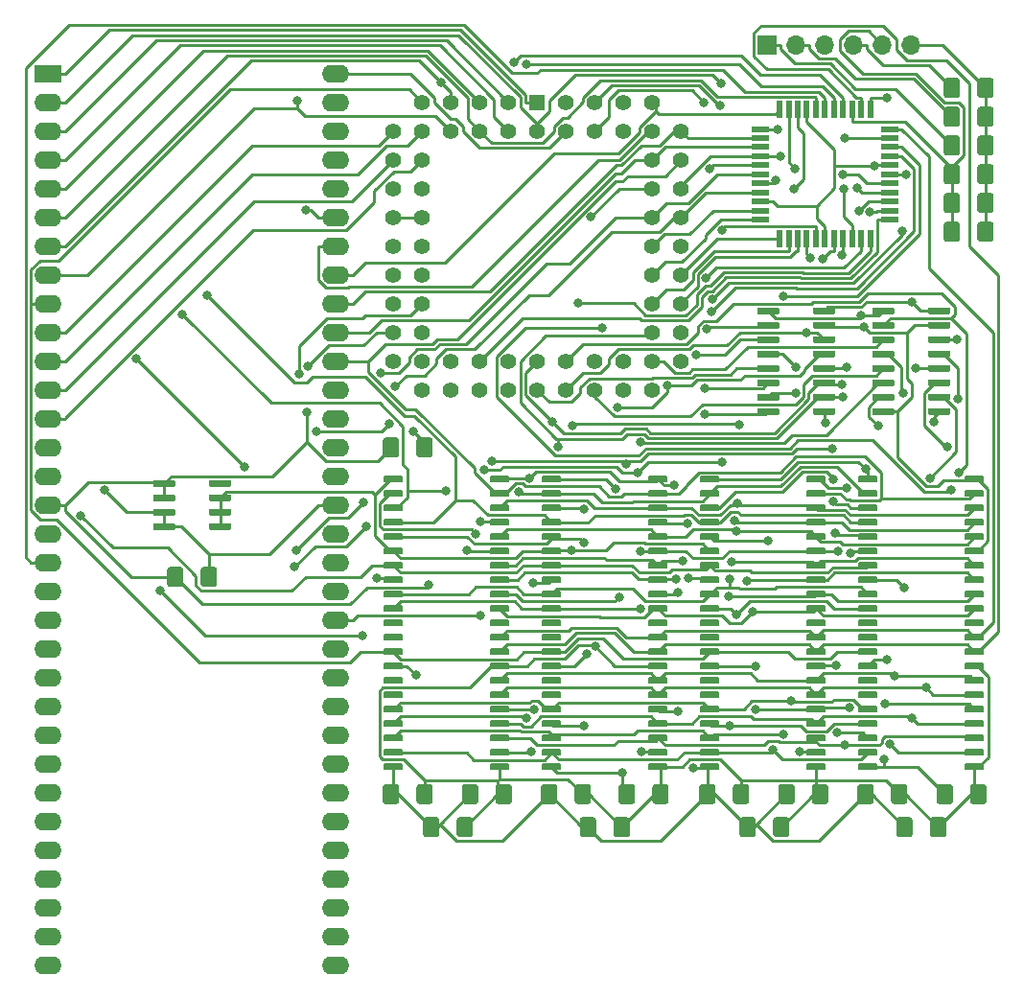
<source format=gtl>
G04 #@! TF.GenerationSoftware,KiCad,Pcbnew,(5.1.2-1)-1*
G04 #@! TF.CreationDate,2019-06-03T00:06:23+01:00*
G04 #@! TF.ProjectId,A500 FastRAM,41353030-2046-4617-9374-52414d2e6b69,rev?*
G04 #@! TF.SameCoordinates,Original*
G04 #@! TF.FileFunction,Copper,L1,Top*
G04 #@! TF.FilePolarity,Positive*
%FSLAX46Y46*%
G04 Gerber Fmt 4.6, Leading zero omitted, Abs format (unit mm)*
G04 Created by KiCad (PCBNEW (5.1.2-1)-1) date 2019-06-03 00:06:23*
%MOMM*%
%LPD*%
G04 APERTURE LIST*
%ADD10C,0.100000*%
%ADD11C,0.600000*%
%ADD12R,2.400000X1.600000*%
%ADD13O,2.400000X1.600000*%
%ADD14C,1.422400*%
%ADD15R,1.422400X1.422400*%
%ADD16C,1.425000*%
%ADD17R,1.500000X0.550000*%
%ADD18R,0.550000X1.500000*%
%ADD19R,1.700000X1.700000*%
%ADD20O,1.700000X1.700000*%
%ADD21C,0.800000*%
%ADD22C,0.250000*%
G04 APERTURE END LIST*
D10*
G36*
X161271762Y-71090578D02*
G01*
X161283411Y-71092306D01*
X161294834Y-71095167D01*
X161305922Y-71099134D01*
X161316568Y-71104169D01*
X161326668Y-71110224D01*
X161336127Y-71117239D01*
X161344853Y-71125147D01*
X161352761Y-71133873D01*
X161359776Y-71143332D01*
X161365831Y-71153432D01*
X161370866Y-71164078D01*
X161374833Y-71175166D01*
X161377694Y-71186589D01*
X161379422Y-71198238D01*
X161380000Y-71210000D01*
X161380000Y-71570000D01*
X161379422Y-71581762D01*
X161377694Y-71593411D01*
X161374833Y-71604834D01*
X161370866Y-71615922D01*
X161365831Y-71626568D01*
X161359776Y-71636668D01*
X161352761Y-71646127D01*
X161344853Y-71654853D01*
X161336127Y-71662761D01*
X161326668Y-71669776D01*
X161316568Y-71675831D01*
X161305922Y-71680866D01*
X161294834Y-71684833D01*
X161283411Y-71687694D01*
X161271762Y-71689422D01*
X161260000Y-71690000D01*
X159800000Y-71690000D01*
X159788238Y-71689422D01*
X159776589Y-71687694D01*
X159765166Y-71684833D01*
X159754078Y-71680866D01*
X159743432Y-71675831D01*
X159733332Y-71669776D01*
X159723873Y-71662761D01*
X159715147Y-71654853D01*
X159707239Y-71646127D01*
X159700224Y-71636668D01*
X159694169Y-71626568D01*
X159689134Y-71615922D01*
X159685167Y-71604834D01*
X159682306Y-71593411D01*
X159680578Y-71581762D01*
X159680000Y-71570000D01*
X159680000Y-71210000D01*
X159680578Y-71198238D01*
X159682306Y-71186589D01*
X159685167Y-71175166D01*
X159689134Y-71164078D01*
X159694169Y-71153432D01*
X159700224Y-71143332D01*
X159707239Y-71133873D01*
X159715147Y-71125147D01*
X159723873Y-71117239D01*
X159733332Y-71110224D01*
X159743432Y-71104169D01*
X159754078Y-71099134D01*
X159765166Y-71095167D01*
X159776589Y-71092306D01*
X159788238Y-71090578D01*
X159800000Y-71090000D01*
X161260000Y-71090000D01*
X161271762Y-71090578D01*
X161271762Y-71090578D01*
G37*
D11*
X160530000Y-71390000D03*
D10*
G36*
X161271762Y-72360578D02*
G01*
X161283411Y-72362306D01*
X161294834Y-72365167D01*
X161305922Y-72369134D01*
X161316568Y-72374169D01*
X161326668Y-72380224D01*
X161336127Y-72387239D01*
X161344853Y-72395147D01*
X161352761Y-72403873D01*
X161359776Y-72413332D01*
X161365831Y-72423432D01*
X161370866Y-72434078D01*
X161374833Y-72445166D01*
X161377694Y-72456589D01*
X161379422Y-72468238D01*
X161380000Y-72480000D01*
X161380000Y-72840000D01*
X161379422Y-72851762D01*
X161377694Y-72863411D01*
X161374833Y-72874834D01*
X161370866Y-72885922D01*
X161365831Y-72896568D01*
X161359776Y-72906668D01*
X161352761Y-72916127D01*
X161344853Y-72924853D01*
X161336127Y-72932761D01*
X161326668Y-72939776D01*
X161316568Y-72945831D01*
X161305922Y-72950866D01*
X161294834Y-72954833D01*
X161283411Y-72957694D01*
X161271762Y-72959422D01*
X161260000Y-72960000D01*
X159800000Y-72960000D01*
X159788238Y-72959422D01*
X159776589Y-72957694D01*
X159765166Y-72954833D01*
X159754078Y-72950866D01*
X159743432Y-72945831D01*
X159733332Y-72939776D01*
X159723873Y-72932761D01*
X159715147Y-72924853D01*
X159707239Y-72916127D01*
X159700224Y-72906668D01*
X159694169Y-72896568D01*
X159689134Y-72885922D01*
X159685167Y-72874834D01*
X159682306Y-72863411D01*
X159680578Y-72851762D01*
X159680000Y-72840000D01*
X159680000Y-72480000D01*
X159680578Y-72468238D01*
X159682306Y-72456589D01*
X159685167Y-72445166D01*
X159689134Y-72434078D01*
X159694169Y-72423432D01*
X159700224Y-72413332D01*
X159707239Y-72403873D01*
X159715147Y-72395147D01*
X159723873Y-72387239D01*
X159733332Y-72380224D01*
X159743432Y-72374169D01*
X159754078Y-72369134D01*
X159765166Y-72365167D01*
X159776589Y-72362306D01*
X159788238Y-72360578D01*
X159800000Y-72360000D01*
X161260000Y-72360000D01*
X161271762Y-72360578D01*
X161271762Y-72360578D01*
G37*
D11*
X160530000Y-72660000D03*
D10*
G36*
X161271762Y-73630578D02*
G01*
X161283411Y-73632306D01*
X161294834Y-73635167D01*
X161305922Y-73639134D01*
X161316568Y-73644169D01*
X161326668Y-73650224D01*
X161336127Y-73657239D01*
X161344853Y-73665147D01*
X161352761Y-73673873D01*
X161359776Y-73683332D01*
X161365831Y-73693432D01*
X161370866Y-73704078D01*
X161374833Y-73715166D01*
X161377694Y-73726589D01*
X161379422Y-73738238D01*
X161380000Y-73750000D01*
X161380000Y-74110000D01*
X161379422Y-74121762D01*
X161377694Y-74133411D01*
X161374833Y-74144834D01*
X161370866Y-74155922D01*
X161365831Y-74166568D01*
X161359776Y-74176668D01*
X161352761Y-74186127D01*
X161344853Y-74194853D01*
X161336127Y-74202761D01*
X161326668Y-74209776D01*
X161316568Y-74215831D01*
X161305922Y-74220866D01*
X161294834Y-74224833D01*
X161283411Y-74227694D01*
X161271762Y-74229422D01*
X161260000Y-74230000D01*
X159800000Y-74230000D01*
X159788238Y-74229422D01*
X159776589Y-74227694D01*
X159765166Y-74224833D01*
X159754078Y-74220866D01*
X159743432Y-74215831D01*
X159733332Y-74209776D01*
X159723873Y-74202761D01*
X159715147Y-74194853D01*
X159707239Y-74186127D01*
X159700224Y-74176668D01*
X159694169Y-74166568D01*
X159689134Y-74155922D01*
X159685167Y-74144834D01*
X159682306Y-74133411D01*
X159680578Y-74121762D01*
X159680000Y-74110000D01*
X159680000Y-73750000D01*
X159680578Y-73738238D01*
X159682306Y-73726589D01*
X159685167Y-73715166D01*
X159689134Y-73704078D01*
X159694169Y-73693432D01*
X159700224Y-73683332D01*
X159707239Y-73673873D01*
X159715147Y-73665147D01*
X159723873Y-73657239D01*
X159733332Y-73650224D01*
X159743432Y-73644169D01*
X159754078Y-73639134D01*
X159765166Y-73635167D01*
X159776589Y-73632306D01*
X159788238Y-73630578D01*
X159800000Y-73630000D01*
X161260000Y-73630000D01*
X161271762Y-73630578D01*
X161271762Y-73630578D01*
G37*
D11*
X160530000Y-73930000D03*
D10*
G36*
X161271762Y-74900578D02*
G01*
X161283411Y-74902306D01*
X161294834Y-74905167D01*
X161305922Y-74909134D01*
X161316568Y-74914169D01*
X161326668Y-74920224D01*
X161336127Y-74927239D01*
X161344853Y-74935147D01*
X161352761Y-74943873D01*
X161359776Y-74953332D01*
X161365831Y-74963432D01*
X161370866Y-74974078D01*
X161374833Y-74985166D01*
X161377694Y-74996589D01*
X161379422Y-75008238D01*
X161380000Y-75020000D01*
X161380000Y-75380000D01*
X161379422Y-75391762D01*
X161377694Y-75403411D01*
X161374833Y-75414834D01*
X161370866Y-75425922D01*
X161365831Y-75436568D01*
X161359776Y-75446668D01*
X161352761Y-75456127D01*
X161344853Y-75464853D01*
X161336127Y-75472761D01*
X161326668Y-75479776D01*
X161316568Y-75485831D01*
X161305922Y-75490866D01*
X161294834Y-75494833D01*
X161283411Y-75497694D01*
X161271762Y-75499422D01*
X161260000Y-75500000D01*
X159800000Y-75500000D01*
X159788238Y-75499422D01*
X159776589Y-75497694D01*
X159765166Y-75494833D01*
X159754078Y-75490866D01*
X159743432Y-75485831D01*
X159733332Y-75479776D01*
X159723873Y-75472761D01*
X159715147Y-75464853D01*
X159707239Y-75456127D01*
X159700224Y-75446668D01*
X159694169Y-75436568D01*
X159689134Y-75425922D01*
X159685167Y-75414834D01*
X159682306Y-75403411D01*
X159680578Y-75391762D01*
X159680000Y-75380000D01*
X159680000Y-75020000D01*
X159680578Y-75008238D01*
X159682306Y-74996589D01*
X159685167Y-74985166D01*
X159689134Y-74974078D01*
X159694169Y-74963432D01*
X159700224Y-74953332D01*
X159707239Y-74943873D01*
X159715147Y-74935147D01*
X159723873Y-74927239D01*
X159733332Y-74920224D01*
X159743432Y-74914169D01*
X159754078Y-74909134D01*
X159765166Y-74905167D01*
X159776589Y-74902306D01*
X159788238Y-74900578D01*
X159800000Y-74900000D01*
X161260000Y-74900000D01*
X161271762Y-74900578D01*
X161271762Y-74900578D01*
G37*
D11*
X160530000Y-75200000D03*
D10*
G36*
X161271762Y-76170578D02*
G01*
X161283411Y-76172306D01*
X161294834Y-76175167D01*
X161305922Y-76179134D01*
X161316568Y-76184169D01*
X161326668Y-76190224D01*
X161336127Y-76197239D01*
X161344853Y-76205147D01*
X161352761Y-76213873D01*
X161359776Y-76223332D01*
X161365831Y-76233432D01*
X161370866Y-76244078D01*
X161374833Y-76255166D01*
X161377694Y-76266589D01*
X161379422Y-76278238D01*
X161380000Y-76290000D01*
X161380000Y-76650000D01*
X161379422Y-76661762D01*
X161377694Y-76673411D01*
X161374833Y-76684834D01*
X161370866Y-76695922D01*
X161365831Y-76706568D01*
X161359776Y-76716668D01*
X161352761Y-76726127D01*
X161344853Y-76734853D01*
X161336127Y-76742761D01*
X161326668Y-76749776D01*
X161316568Y-76755831D01*
X161305922Y-76760866D01*
X161294834Y-76764833D01*
X161283411Y-76767694D01*
X161271762Y-76769422D01*
X161260000Y-76770000D01*
X159800000Y-76770000D01*
X159788238Y-76769422D01*
X159776589Y-76767694D01*
X159765166Y-76764833D01*
X159754078Y-76760866D01*
X159743432Y-76755831D01*
X159733332Y-76749776D01*
X159723873Y-76742761D01*
X159715147Y-76734853D01*
X159707239Y-76726127D01*
X159700224Y-76716668D01*
X159694169Y-76706568D01*
X159689134Y-76695922D01*
X159685167Y-76684834D01*
X159682306Y-76673411D01*
X159680578Y-76661762D01*
X159680000Y-76650000D01*
X159680000Y-76290000D01*
X159680578Y-76278238D01*
X159682306Y-76266589D01*
X159685167Y-76255166D01*
X159689134Y-76244078D01*
X159694169Y-76233432D01*
X159700224Y-76223332D01*
X159707239Y-76213873D01*
X159715147Y-76205147D01*
X159723873Y-76197239D01*
X159733332Y-76190224D01*
X159743432Y-76184169D01*
X159754078Y-76179134D01*
X159765166Y-76175167D01*
X159776589Y-76172306D01*
X159788238Y-76170578D01*
X159800000Y-76170000D01*
X161260000Y-76170000D01*
X161271762Y-76170578D01*
X161271762Y-76170578D01*
G37*
D11*
X160530000Y-76470000D03*
D10*
G36*
X161271762Y-77440578D02*
G01*
X161283411Y-77442306D01*
X161294834Y-77445167D01*
X161305922Y-77449134D01*
X161316568Y-77454169D01*
X161326668Y-77460224D01*
X161336127Y-77467239D01*
X161344853Y-77475147D01*
X161352761Y-77483873D01*
X161359776Y-77493332D01*
X161365831Y-77503432D01*
X161370866Y-77514078D01*
X161374833Y-77525166D01*
X161377694Y-77536589D01*
X161379422Y-77548238D01*
X161380000Y-77560000D01*
X161380000Y-77920000D01*
X161379422Y-77931762D01*
X161377694Y-77943411D01*
X161374833Y-77954834D01*
X161370866Y-77965922D01*
X161365831Y-77976568D01*
X161359776Y-77986668D01*
X161352761Y-77996127D01*
X161344853Y-78004853D01*
X161336127Y-78012761D01*
X161326668Y-78019776D01*
X161316568Y-78025831D01*
X161305922Y-78030866D01*
X161294834Y-78034833D01*
X161283411Y-78037694D01*
X161271762Y-78039422D01*
X161260000Y-78040000D01*
X159800000Y-78040000D01*
X159788238Y-78039422D01*
X159776589Y-78037694D01*
X159765166Y-78034833D01*
X159754078Y-78030866D01*
X159743432Y-78025831D01*
X159733332Y-78019776D01*
X159723873Y-78012761D01*
X159715147Y-78004853D01*
X159707239Y-77996127D01*
X159700224Y-77986668D01*
X159694169Y-77976568D01*
X159689134Y-77965922D01*
X159685167Y-77954834D01*
X159682306Y-77943411D01*
X159680578Y-77931762D01*
X159680000Y-77920000D01*
X159680000Y-77560000D01*
X159680578Y-77548238D01*
X159682306Y-77536589D01*
X159685167Y-77525166D01*
X159689134Y-77514078D01*
X159694169Y-77503432D01*
X159700224Y-77493332D01*
X159707239Y-77483873D01*
X159715147Y-77475147D01*
X159723873Y-77467239D01*
X159733332Y-77460224D01*
X159743432Y-77454169D01*
X159754078Y-77449134D01*
X159765166Y-77445167D01*
X159776589Y-77442306D01*
X159788238Y-77440578D01*
X159800000Y-77440000D01*
X161260000Y-77440000D01*
X161271762Y-77440578D01*
X161271762Y-77440578D01*
G37*
D11*
X160530000Y-77740000D03*
D10*
G36*
X161271762Y-78710578D02*
G01*
X161283411Y-78712306D01*
X161294834Y-78715167D01*
X161305922Y-78719134D01*
X161316568Y-78724169D01*
X161326668Y-78730224D01*
X161336127Y-78737239D01*
X161344853Y-78745147D01*
X161352761Y-78753873D01*
X161359776Y-78763332D01*
X161365831Y-78773432D01*
X161370866Y-78784078D01*
X161374833Y-78795166D01*
X161377694Y-78806589D01*
X161379422Y-78818238D01*
X161380000Y-78830000D01*
X161380000Y-79190000D01*
X161379422Y-79201762D01*
X161377694Y-79213411D01*
X161374833Y-79224834D01*
X161370866Y-79235922D01*
X161365831Y-79246568D01*
X161359776Y-79256668D01*
X161352761Y-79266127D01*
X161344853Y-79274853D01*
X161336127Y-79282761D01*
X161326668Y-79289776D01*
X161316568Y-79295831D01*
X161305922Y-79300866D01*
X161294834Y-79304833D01*
X161283411Y-79307694D01*
X161271762Y-79309422D01*
X161260000Y-79310000D01*
X159800000Y-79310000D01*
X159788238Y-79309422D01*
X159776589Y-79307694D01*
X159765166Y-79304833D01*
X159754078Y-79300866D01*
X159743432Y-79295831D01*
X159733332Y-79289776D01*
X159723873Y-79282761D01*
X159715147Y-79274853D01*
X159707239Y-79266127D01*
X159700224Y-79256668D01*
X159694169Y-79246568D01*
X159689134Y-79235922D01*
X159685167Y-79224834D01*
X159682306Y-79213411D01*
X159680578Y-79201762D01*
X159680000Y-79190000D01*
X159680000Y-78830000D01*
X159680578Y-78818238D01*
X159682306Y-78806589D01*
X159685167Y-78795166D01*
X159689134Y-78784078D01*
X159694169Y-78773432D01*
X159700224Y-78763332D01*
X159707239Y-78753873D01*
X159715147Y-78745147D01*
X159723873Y-78737239D01*
X159733332Y-78730224D01*
X159743432Y-78724169D01*
X159754078Y-78719134D01*
X159765166Y-78715167D01*
X159776589Y-78712306D01*
X159788238Y-78710578D01*
X159800000Y-78710000D01*
X161260000Y-78710000D01*
X161271762Y-78710578D01*
X161271762Y-78710578D01*
G37*
D11*
X160530000Y-79010000D03*
D10*
G36*
X161271762Y-79980578D02*
G01*
X161283411Y-79982306D01*
X161294834Y-79985167D01*
X161305922Y-79989134D01*
X161316568Y-79994169D01*
X161326668Y-80000224D01*
X161336127Y-80007239D01*
X161344853Y-80015147D01*
X161352761Y-80023873D01*
X161359776Y-80033332D01*
X161365831Y-80043432D01*
X161370866Y-80054078D01*
X161374833Y-80065166D01*
X161377694Y-80076589D01*
X161379422Y-80088238D01*
X161380000Y-80100000D01*
X161380000Y-80460000D01*
X161379422Y-80471762D01*
X161377694Y-80483411D01*
X161374833Y-80494834D01*
X161370866Y-80505922D01*
X161365831Y-80516568D01*
X161359776Y-80526668D01*
X161352761Y-80536127D01*
X161344853Y-80544853D01*
X161336127Y-80552761D01*
X161326668Y-80559776D01*
X161316568Y-80565831D01*
X161305922Y-80570866D01*
X161294834Y-80574833D01*
X161283411Y-80577694D01*
X161271762Y-80579422D01*
X161260000Y-80580000D01*
X159800000Y-80580000D01*
X159788238Y-80579422D01*
X159776589Y-80577694D01*
X159765166Y-80574833D01*
X159754078Y-80570866D01*
X159743432Y-80565831D01*
X159733332Y-80559776D01*
X159723873Y-80552761D01*
X159715147Y-80544853D01*
X159707239Y-80536127D01*
X159700224Y-80526668D01*
X159694169Y-80516568D01*
X159689134Y-80505922D01*
X159685167Y-80494834D01*
X159682306Y-80483411D01*
X159680578Y-80471762D01*
X159680000Y-80460000D01*
X159680000Y-80100000D01*
X159680578Y-80088238D01*
X159682306Y-80076589D01*
X159685167Y-80065166D01*
X159689134Y-80054078D01*
X159694169Y-80043432D01*
X159700224Y-80033332D01*
X159707239Y-80023873D01*
X159715147Y-80015147D01*
X159723873Y-80007239D01*
X159733332Y-80000224D01*
X159743432Y-79994169D01*
X159754078Y-79989134D01*
X159765166Y-79985167D01*
X159776589Y-79982306D01*
X159788238Y-79980578D01*
X159800000Y-79980000D01*
X161260000Y-79980000D01*
X161271762Y-79980578D01*
X161271762Y-79980578D01*
G37*
D11*
X160530000Y-80280000D03*
D10*
G36*
X161271762Y-81250578D02*
G01*
X161283411Y-81252306D01*
X161294834Y-81255167D01*
X161305922Y-81259134D01*
X161316568Y-81264169D01*
X161326668Y-81270224D01*
X161336127Y-81277239D01*
X161344853Y-81285147D01*
X161352761Y-81293873D01*
X161359776Y-81303332D01*
X161365831Y-81313432D01*
X161370866Y-81324078D01*
X161374833Y-81335166D01*
X161377694Y-81346589D01*
X161379422Y-81358238D01*
X161380000Y-81370000D01*
X161380000Y-81730000D01*
X161379422Y-81741762D01*
X161377694Y-81753411D01*
X161374833Y-81764834D01*
X161370866Y-81775922D01*
X161365831Y-81786568D01*
X161359776Y-81796668D01*
X161352761Y-81806127D01*
X161344853Y-81814853D01*
X161336127Y-81822761D01*
X161326668Y-81829776D01*
X161316568Y-81835831D01*
X161305922Y-81840866D01*
X161294834Y-81844833D01*
X161283411Y-81847694D01*
X161271762Y-81849422D01*
X161260000Y-81850000D01*
X159800000Y-81850000D01*
X159788238Y-81849422D01*
X159776589Y-81847694D01*
X159765166Y-81844833D01*
X159754078Y-81840866D01*
X159743432Y-81835831D01*
X159733332Y-81829776D01*
X159723873Y-81822761D01*
X159715147Y-81814853D01*
X159707239Y-81806127D01*
X159700224Y-81796668D01*
X159694169Y-81786568D01*
X159689134Y-81775922D01*
X159685167Y-81764834D01*
X159682306Y-81753411D01*
X159680578Y-81741762D01*
X159680000Y-81730000D01*
X159680000Y-81370000D01*
X159680578Y-81358238D01*
X159682306Y-81346589D01*
X159685167Y-81335166D01*
X159689134Y-81324078D01*
X159694169Y-81313432D01*
X159700224Y-81303332D01*
X159707239Y-81293873D01*
X159715147Y-81285147D01*
X159723873Y-81277239D01*
X159733332Y-81270224D01*
X159743432Y-81264169D01*
X159754078Y-81259134D01*
X159765166Y-81255167D01*
X159776589Y-81252306D01*
X159788238Y-81250578D01*
X159800000Y-81250000D01*
X161260000Y-81250000D01*
X161271762Y-81250578D01*
X161271762Y-81250578D01*
G37*
D11*
X160530000Y-81550000D03*
D10*
G36*
X161271762Y-82520578D02*
G01*
X161283411Y-82522306D01*
X161294834Y-82525167D01*
X161305922Y-82529134D01*
X161316568Y-82534169D01*
X161326668Y-82540224D01*
X161336127Y-82547239D01*
X161344853Y-82555147D01*
X161352761Y-82563873D01*
X161359776Y-82573332D01*
X161365831Y-82583432D01*
X161370866Y-82594078D01*
X161374833Y-82605166D01*
X161377694Y-82616589D01*
X161379422Y-82628238D01*
X161380000Y-82640000D01*
X161380000Y-83000000D01*
X161379422Y-83011762D01*
X161377694Y-83023411D01*
X161374833Y-83034834D01*
X161370866Y-83045922D01*
X161365831Y-83056568D01*
X161359776Y-83066668D01*
X161352761Y-83076127D01*
X161344853Y-83084853D01*
X161336127Y-83092761D01*
X161326668Y-83099776D01*
X161316568Y-83105831D01*
X161305922Y-83110866D01*
X161294834Y-83114833D01*
X161283411Y-83117694D01*
X161271762Y-83119422D01*
X161260000Y-83120000D01*
X159800000Y-83120000D01*
X159788238Y-83119422D01*
X159776589Y-83117694D01*
X159765166Y-83114833D01*
X159754078Y-83110866D01*
X159743432Y-83105831D01*
X159733332Y-83099776D01*
X159723873Y-83092761D01*
X159715147Y-83084853D01*
X159707239Y-83076127D01*
X159700224Y-83066668D01*
X159694169Y-83056568D01*
X159689134Y-83045922D01*
X159685167Y-83034834D01*
X159682306Y-83023411D01*
X159680578Y-83011762D01*
X159680000Y-83000000D01*
X159680000Y-82640000D01*
X159680578Y-82628238D01*
X159682306Y-82616589D01*
X159685167Y-82605166D01*
X159689134Y-82594078D01*
X159694169Y-82583432D01*
X159700224Y-82573332D01*
X159707239Y-82563873D01*
X159715147Y-82555147D01*
X159723873Y-82547239D01*
X159733332Y-82540224D01*
X159743432Y-82534169D01*
X159754078Y-82529134D01*
X159765166Y-82525167D01*
X159776589Y-82522306D01*
X159788238Y-82520578D01*
X159800000Y-82520000D01*
X161260000Y-82520000D01*
X161271762Y-82520578D01*
X161271762Y-82520578D01*
G37*
D11*
X160530000Y-82820000D03*
D10*
G36*
X161271762Y-83790578D02*
G01*
X161283411Y-83792306D01*
X161294834Y-83795167D01*
X161305922Y-83799134D01*
X161316568Y-83804169D01*
X161326668Y-83810224D01*
X161336127Y-83817239D01*
X161344853Y-83825147D01*
X161352761Y-83833873D01*
X161359776Y-83843332D01*
X161365831Y-83853432D01*
X161370866Y-83864078D01*
X161374833Y-83875166D01*
X161377694Y-83886589D01*
X161379422Y-83898238D01*
X161380000Y-83910000D01*
X161380000Y-84270000D01*
X161379422Y-84281762D01*
X161377694Y-84293411D01*
X161374833Y-84304834D01*
X161370866Y-84315922D01*
X161365831Y-84326568D01*
X161359776Y-84336668D01*
X161352761Y-84346127D01*
X161344853Y-84354853D01*
X161336127Y-84362761D01*
X161326668Y-84369776D01*
X161316568Y-84375831D01*
X161305922Y-84380866D01*
X161294834Y-84384833D01*
X161283411Y-84387694D01*
X161271762Y-84389422D01*
X161260000Y-84390000D01*
X159800000Y-84390000D01*
X159788238Y-84389422D01*
X159776589Y-84387694D01*
X159765166Y-84384833D01*
X159754078Y-84380866D01*
X159743432Y-84375831D01*
X159733332Y-84369776D01*
X159723873Y-84362761D01*
X159715147Y-84354853D01*
X159707239Y-84346127D01*
X159700224Y-84336668D01*
X159694169Y-84326568D01*
X159689134Y-84315922D01*
X159685167Y-84304834D01*
X159682306Y-84293411D01*
X159680578Y-84281762D01*
X159680000Y-84270000D01*
X159680000Y-83910000D01*
X159680578Y-83898238D01*
X159682306Y-83886589D01*
X159685167Y-83875166D01*
X159689134Y-83864078D01*
X159694169Y-83853432D01*
X159700224Y-83843332D01*
X159707239Y-83833873D01*
X159715147Y-83825147D01*
X159723873Y-83817239D01*
X159733332Y-83810224D01*
X159743432Y-83804169D01*
X159754078Y-83799134D01*
X159765166Y-83795167D01*
X159776589Y-83792306D01*
X159788238Y-83790578D01*
X159800000Y-83790000D01*
X161260000Y-83790000D01*
X161271762Y-83790578D01*
X161271762Y-83790578D01*
G37*
D11*
X160530000Y-84090000D03*
D10*
G36*
X161271762Y-85060578D02*
G01*
X161283411Y-85062306D01*
X161294834Y-85065167D01*
X161305922Y-85069134D01*
X161316568Y-85074169D01*
X161326668Y-85080224D01*
X161336127Y-85087239D01*
X161344853Y-85095147D01*
X161352761Y-85103873D01*
X161359776Y-85113332D01*
X161365831Y-85123432D01*
X161370866Y-85134078D01*
X161374833Y-85145166D01*
X161377694Y-85156589D01*
X161379422Y-85168238D01*
X161380000Y-85180000D01*
X161380000Y-85540000D01*
X161379422Y-85551762D01*
X161377694Y-85563411D01*
X161374833Y-85574834D01*
X161370866Y-85585922D01*
X161365831Y-85596568D01*
X161359776Y-85606668D01*
X161352761Y-85616127D01*
X161344853Y-85624853D01*
X161336127Y-85632761D01*
X161326668Y-85639776D01*
X161316568Y-85645831D01*
X161305922Y-85650866D01*
X161294834Y-85654833D01*
X161283411Y-85657694D01*
X161271762Y-85659422D01*
X161260000Y-85660000D01*
X159800000Y-85660000D01*
X159788238Y-85659422D01*
X159776589Y-85657694D01*
X159765166Y-85654833D01*
X159754078Y-85650866D01*
X159743432Y-85645831D01*
X159733332Y-85639776D01*
X159723873Y-85632761D01*
X159715147Y-85624853D01*
X159707239Y-85616127D01*
X159700224Y-85606668D01*
X159694169Y-85596568D01*
X159689134Y-85585922D01*
X159685167Y-85574834D01*
X159682306Y-85563411D01*
X159680578Y-85551762D01*
X159680000Y-85540000D01*
X159680000Y-85180000D01*
X159680578Y-85168238D01*
X159682306Y-85156589D01*
X159685167Y-85145166D01*
X159689134Y-85134078D01*
X159694169Y-85123432D01*
X159700224Y-85113332D01*
X159707239Y-85103873D01*
X159715147Y-85095147D01*
X159723873Y-85087239D01*
X159733332Y-85080224D01*
X159743432Y-85074169D01*
X159754078Y-85069134D01*
X159765166Y-85065167D01*
X159776589Y-85062306D01*
X159788238Y-85060578D01*
X159800000Y-85060000D01*
X161260000Y-85060000D01*
X161271762Y-85060578D01*
X161271762Y-85060578D01*
G37*
D11*
X160530000Y-85360000D03*
D10*
G36*
X161271762Y-86330578D02*
G01*
X161283411Y-86332306D01*
X161294834Y-86335167D01*
X161305922Y-86339134D01*
X161316568Y-86344169D01*
X161326668Y-86350224D01*
X161336127Y-86357239D01*
X161344853Y-86365147D01*
X161352761Y-86373873D01*
X161359776Y-86383332D01*
X161365831Y-86393432D01*
X161370866Y-86404078D01*
X161374833Y-86415166D01*
X161377694Y-86426589D01*
X161379422Y-86438238D01*
X161380000Y-86450000D01*
X161380000Y-86810000D01*
X161379422Y-86821762D01*
X161377694Y-86833411D01*
X161374833Y-86844834D01*
X161370866Y-86855922D01*
X161365831Y-86866568D01*
X161359776Y-86876668D01*
X161352761Y-86886127D01*
X161344853Y-86894853D01*
X161336127Y-86902761D01*
X161326668Y-86909776D01*
X161316568Y-86915831D01*
X161305922Y-86920866D01*
X161294834Y-86924833D01*
X161283411Y-86927694D01*
X161271762Y-86929422D01*
X161260000Y-86930000D01*
X159800000Y-86930000D01*
X159788238Y-86929422D01*
X159776589Y-86927694D01*
X159765166Y-86924833D01*
X159754078Y-86920866D01*
X159743432Y-86915831D01*
X159733332Y-86909776D01*
X159723873Y-86902761D01*
X159715147Y-86894853D01*
X159707239Y-86886127D01*
X159700224Y-86876668D01*
X159694169Y-86866568D01*
X159689134Y-86855922D01*
X159685167Y-86844834D01*
X159682306Y-86833411D01*
X159680578Y-86821762D01*
X159680000Y-86810000D01*
X159680000Y-86450000D01*
X159680578Y-86438238D01*
X159682306Y-86426589D01*
X159685167Y-86415166D01*
X159689134Y-86404078D01*
X159694169Y-86393432D01*
X159700224Y-86383332D01*
X159707239Y-86373873D01*
X159715147Y-86365147D01*
X159723873Y-86357239D01*
X159733332Y-86350224D01*
X159743432Y-86344169D01*
X159754078Y-86339134D01*
X159765166Y-86335167D01*
X159776589Y-86332306D01*
X159788238Y-86330578D01*
X159800000Y-86330000D01*
X161260000Y-86330000D01*
X161271762Y-86330578D01*
X161271762Y-86330578D01*
G37*
D11*
X160530000Y-86630000D03*
D10*
G36*
X161271762Y-87600578D02*
G01*
X161283411Y-87602306D01*
X161294834Y-87605167D01*
X161305922Y-87609134D01*
X161316568Y-87614169D01*
X161326668Y-87620224D01*
X161336127Y-87627239D01*
X161344853Y-87635147D01*
X161352761Y-87643873D01*
X161359776Y-87653332D01*
X161365831Y-87663432D01*
X161370866Y-87674078D01*
X161374833Y-87685166D01*
X161377694Y-87696589D01*
X161379422Y-87708238D01*
X161380000Y-87720000D01*
X161380000Y-88080000D01*
X161379422Y-88091762D01*
X161377694Y-88103411D01*
X161374833Y-88114834D01*
X161370866Y-88125922D01*
X161365831Y-88136568D01*
X161359776Y-88146668D01*
X161352761Y-88156127D01*
X161344853Y-88164853D01*
X161336127Y-88172761D01*
X161326668Y-88179776D01*
X161316568Y-88185831D01*
X161305922Y-88190866D01*
X161294834Y-88194833D01*
X161283411Y-88197694D01*
X161271762Y-88199422D01*
X161260000Y-88200000D01*
X159800000Y-88200000D01*
X159788238Y-88199422D01*
X159776589Y-88197694D01*
X159765166Y-88194833D01*
X159754078Y-88190866D01*
X159743432Y-88185831D01*
X159733332Y-88179776D01*
X159723873Y-88172761D01*
X159715147Y-88164853D01*
X159707239Y-88156127D01*
X159700224Y-88146668D01*
X159694169Y-88136568D01*
X159689134Y-88125922D01*
X159685167Y-88114834D01*
X159682306Y-88103411D01*
X159680578Y-88091762D01*
X159680000Y-88080000D01*
X159680000Y-87720000D01*
X159680578Y-87708238D01*
X159682306Y-87696589D01*
X159685167Y-87685166D01*
X159689134Y-87674078D01*
X159694169Y-87663432D01*
X159700224Y-87653332D01*
X159707239Y-87643873D01*
X159715147Y-87635147D01*
X159723873Y-87627239D01*
X159733332Y-87620224D01*
X159743432Y-87614169D01*
X159754078Y-87609134D01*
X159765166Y-87605167D01*
X159776589Y-87602306D01*
X159788238Y-87600578D01*
X159800000Y-87600000D01*
X161260000Y-87600000D01*
X161271762Y-87600578D01*
X161271762Y-87600578D01*
G37*
D11*
X160530000Y-87900000D03*
D10*
G36*
X161271762Y-88870578D02*
G01*
X161283411Y-88872306D01*
X161294834Y-88875167D01*
X161305922Y-88879134D01*
X161316568Y-88884169D01*
X161326668Y-88890224D01*
X161336127Y-88897239D01*
X161344853Y-88905147D01*
X161352761Y-88913873D01*
X161359776Y-88923332D01*
X161365831Y-88933432D01*
X161370866Y-88944078D01*
X161374833Y-88955166D01*
X161377694Y-88966589D01*
X161379422Y-88978238D01*
X161380000Y-88990000D01*
X161380000Y-89350000D01*
X161379422Y-89361762D01*
X161377694Y-89373411D01*
X161374833Y-89384834D01*
X161370866Y-89395922D01*
X161365831Y-89406568D01*
X161359776Y-89416668D01*
X161352761Y-89426127D01*
X161344853Y-89434853D01*
X161336127Y-89442761D01*
X161326668Y-89449776D01*
X161316568Y-89455831D01*
X161305922Y-89460866D01*
X161294834Y-89464833D01*
X161283411Y-89467694D01*
X161271762Y-89469422D01*
X161260000Y-89470000D01*
X159800000Y-89470000D01*
X159788238Y-89469422D01*
X159776589Y-89467694D01*
X159765166Y-89464833D01*
X159754078Y-89460866D01*
X159743432Y-89455831D01*
X159733332Y-89449776D01*
X159723873Y-89442761D01*
X159715147Y-89434853D01*
X159707239Y-89426127D01*
X159700224Y-89416668D01*
X159694169Y-89406568D01*
X159689134Y-89395922D01*
X159685167Y-89384834D01*
X159682306Y-89373411D01*
X159680578Y-89361762D01*
X159680000Y-89350000D01*
X159680000Y-88990000D01*
X159680578Y-88978238D01*
X159682306Y-88966589D01*
X159685167Y-88955166D01*
X159689134Y-88944078D01*
X159694169Y-88933432D01*
X159700224Y-88923332D01*
X159707239Y-88913873D01*
X159715147Y-88905147D01*
X159723873Y-88897239D01*
X159733332Y-88890224D01*
X159743432Y-88884169D01*
X159754078Y-88879134D01*
X159765166Y-88875167D01*
X159776589Y-88872306D01*
X159788238Y-88870578D01*
X159800000Y-88870000D01*
X161260000Y-88870000D01*
X161271762Y-88870578D01*
X161271762Y-88870578D01*
G37*
D11*
X160530000Y-89170000D03*
D10*
G36*
X161271762Y-90140578D02*
G01*
X161283411Y-90142306D01*
X161294834Y-90145167D01*
X161305922Y-90149134D01*
X161316568Y-90154169D01*
X161326668Y-90160224D01*
X161336127Y-90167239D01*
X161344853Y-90175147D01*
X161352761Y-90183873D01*
X161359776Y-90193332D01*
X161365831Y-90203432D01*
X161370866Y-90214078D01*
X161374833Y-90225166D01*
X161377694Y-90236589D01*
X161379422Y-90248238D01*
X161380000Y-90260000D01*
X161380000Y-90620000D01*
X161379422Y-90631762D01*
X161377694Y-90643411D01*
X161374833Y-90654834D01*
X161370866Y-90665922D01*
X161365831Y-90676568D01*
X161359776Y-90686668D01*
X161352761Y-90696127D01*
X161344853Y-90704853D01*
X161336127Y-90712761D01*
X161326668Y-90719776D01*
X161316568Y-90725831D01*
X161305922Y-90730866D01*
X161294834Y-90734833D01*
X161283411Y-90737694D01*
X161271762Y-90739422D01*
X161260000Y-90740000D01*
X159800000Y-90740000D01*
X159788238Y-90739422D01*
X159776589Y-90737694D01*
X159765166Y-90734833D01*
X159754078Y-90730866D01*
X159743432Y-90725831D01*
X159733332Y-90719776D01*
X159723873Y-90712761D01*
X159715147Y-90704853D01*
X159707239Y-90696127D01*
X159700224Y-90686668D01*
X159694169Y-90676568D01*
X159689134Y-90665922D01*
X159685167Y-90654834D01*
X159682306Y-90643411D01*
X159680578Y-90631762D01*
X159680000Y-90620000D01*
X159680000Y-90260000D01*
X159680578Y-90248238D01*
X159682306Y-90236589D01*
X159685167Y-90225166D01*
X159689134Y-90214078D01*
X159694169Y-90203432D01*
X159700224Y-90193332D01*
X159707239Y-90183873D01*
X159715147Y-90175147D01*
X159723873Y-90167239D01*
X159733332Y-90160224D01*
X159743432Y-90154169D01*
X159754078Y-90149134D01*
X159765166Y-90145167D01*
X159776589Y-90142306D01*
X159788238Y-90140578D01*
X159800000Y-90140000D01*
X161260000Y-90140000D01*
X161271762Y-90140578D01*
X161271762Y-90140578D01*
G37*
D11*
X160530000Y-90440000D03*
D10*
G36*
X161271762Y-91410578D02*
G01*
X161283411Y-91412306D01*
X161294834Y-91415167D01*
X161305922Y-91419134D01*
X161316568Y-91424169D01*
X161326668Y-91430224D01*
X161336127Y-91437239D01*
X161344853Y-91445147D01*
X161352761Y-91453873D01*
X161359776Y-91463332D01*
X161365831Y-91473432D01*
X161370866Y-91484078D01*
X161374833Y-91495166D01*
X161377694Y-91506589D01*
X161379422Y-91518238D01*
X161380000Y-91530000D01*
X161380000Y-91890000D01*
X161379422Y-91901762D01*
X161377694Y-91913411D01*
X161374833Y-91924834D01*
X161370866Y-91935922D01*
X161365831Y-91946568D01*
X161359776Y-91956668D01*
X161352761Y-91966127D01*
X161344853Y-91974853D01*
X161336127Y-91982761D01*
X161326668Y-91989776D01*
X161316568Y-91995831D01*
X161305922Y-92000866D01*
X161294834Y-92004833D01*
X161283411Y-92007694D01*
X161271762Y-92009422D01*
X161260000Y-92010000D01*
X159800000Y-92010000D01*
X159788238Y-92009422D01*
X159776589Y-92007694D01*
X159765166Y-92004833D01*
X159754078Y-92000866D01*
X159743432Y-91995831D01*
X159733332Y-91989776D01*
X159723873Y-91982761D01*
X159715147Y-91974853D01*
X159707239Y-91966127D01*
X159700224Y-91956668D01*
X159694169Y-91946568D01*
X159689134Y-91935922D01*
X159685167Y-91924834D01*
X159682306Y-91913411D01*
X159680578Y-91901762D01*
X159680000Y-91890000D01*
X159680000Y-91530000D01*
X159680578Y-91518238D01*
X159682306Y-91506589D01*
X159685167Y-91495166D01*
X159689134Y-91484078D01*
X159694169Y-91473432D01*
X159700224Y-91463332D01*
X159707239Y-91453873D01*
X159715147Y-91445147D01*
X159723873Y-91437239D01*
X159733332Y-91430224D01*
X159743432Y-91424169D01*
X159754078Y-91419134D01*
X159765166Y-91415167D01*
X159776589Y-91412306D01*
X159788238Y-91410578D01*
X159800000Y-91410000D01*
X161260000Y-91410000D01*
X161271762Y-91410578D01*
X161271762Y-91410578D01*
G37*
D11*
X160530000Y-91710000D03*
D10*
G36*
X161271762Y-92680578D02*
G01*
X161283411Y-92682306D01*
X161294834Y-92685167D01*
X161305922Y-92689134D01*
X161316568Y-92694169D01*
X161326668Y-92700224D01*
X161336127Y-92707239D01*
X161344853Y-92715147D01*
X161352761Y-92723873D01*
X161359776Y-92733332D01*
X161365831Y-92743432D01*
X161370866Y-92754078D01*
X161374833Y-92765166D01*
X161377694Y-92776589D01*
X161379422Y-92788238D01*
X161380000Y-92800000D01*
X161380000Y-93160000D01*
X161379422Y-93171762D01*
X161377694Y-93183411D01*
X161374833Y-93194834D01*
X161370866Y-93205922D01*
X161365831Y-93216568D01*
X161359776Y-93226668D01*
X161352761Y-93236127D01*
X161344853Y-93244853D01*
X161336127Y-93252761D01*
X161326668Y-93259776D01*
X161316568Y-93265831D01*
X161305922Y-93270866D01*
X161294834Y-93274833D01*
X161283411Y-93277694D01*
X161271762Y-93279422D01*
X161260000Y-93280000D01*
X159800000Y-93280000D01*
X159788238Y-93279422D01*
X159776589Y-93277694D01*
X159765166Y-93274833D01*
X159754078Y-93270866D01*
X159743432Y-93265831D01*
X159733332Y-93259776D01*
X159723873Y-93252761D01*
X159715147Y-93244853D01*
X159707239Y-93236127D01*
X159700224Y-93226668D01*
X159694169Y-93216568D01*
X159689134Y-93205922D01*
X159685167Y-93194834D01*
X159682306Y-93183411D01*
X159680578Y-93171762D01*
X159680000Y-93160000D01*
X159680000Y-92800000D01*
X159680578Y-92788238D01*
X159682306Y-92776589D01*
X159685167Y-92765166D01*
X159689134Y-92754078D01*
X159694169Y-92743432D01*
X159700224Y-92733332D01*
X159707239Y-92723873D01*
X159715147Y-92715147D01*
X159723873Y-92707239D01*
X159733332Y-92700224D01*
X159743432Y-92694169D01*
X159754078Y-92689134D01*
X159765166Y-92685167D01*
X159776589Y-92682306D01*
X159788238Y-92680578D01*
X159800000Y-92680000D01*
X161260000Y-92680000D01*
X161271762Y-92680578D01*
X161271762Y-92680578D01*
G37*
D11*
X160530000Y-92980000D03*
D10*
G36*
X161271762Y-93950578D02*
G01*
X161283411Y-93952306D01*
X161294834Y-93955167D01*
X161305922Y-93959134D01*
X161316568Y-93964169D01*
X161326668Y-93970224D01*
X161336127Y-93977239D01*
X161344853Y-93985147D01*
X161352761Y-93993873D01*
X161359776Y-94003332D01*
X161365831Y-94013432D01*
X161370866Y-94024078D01*
X161374833Y-94035166D01*
X161377694Y-94046589D01*
X161379422Y-94058238D01*
X161380000Y-94070000D01*
X161380000Y-94430000D01*
X161379422Y-94441762D01*
X161377694Y-94453411D01*
X161374833Y-94464834D01*
X161370866Y-94475922D01*
X161365831Y-94486568D01*
X161359776Y-94496668D01*
X161352761Y-94506127D01*
X161344853Y-94514853D01*
X161336127Y-94522761D01*
X161326668Y-94529776D01*
X161316568Y-94535831D01*
X161305922Y-94540866D01*
X161294834Y-94544833D01*
X161283411Y-94547694D01*
X161271762Y-94549422D01*
X161260000Y-94550000D01*
X159800000Y-94550000D01*
X159788238Y-94549422D01*
X159776589Y-94547694D01*
X159765166Y-94544833D01*
X159754078Y-94540866D01*
X159743432Y-94535831D01*
X159733332Y-94529776D01*
X159723873Y-94522761D01*
X159715147Y-94514853D01*
X159707239Y-94506127D01*
X159700224Y-94496668D01*
X159694169Y-94486568D01*
X159689134Y-94475922D01*
X159685167Y-94464834D01*
X159682306Y-94453411D01*
X159680578Y-94441762D01*
X159680000Y-94430000D01*
X159680000Y-94070000D01*
X159680578Y-94058238D01*
X159682306Y-94046589D01*
X159685167Y-94035166D01*
X159689134Y-94024078D01*
X159694169Y-94013432D01*
X159700224Y-94003332D01*
X159707239Y-93993873D01*
X159715147Y-93985147D01*
X159723873Y-93977239D01*
X159733332Y-93970224D01*
X159743432Y-93964169D01*
X159754078Y-93959134D01*
X159765166Y-93955167D01*
X159776589Y-93952306D01*
X159788238Y-93950578D01*
X159800000Y-93950000D01*
X161260000Y-93950000D01*
X161271762Y-93950578D01*
X161271762Y-93950578D01*
G37*
D11*
X160530000Y-94250000D03*
D10*
G36*
X161271762Y-95220578D02*
G01*
X161283411Y-95222306D01*
X161294834Y-95225167D01*
X161305922Y-95229134D01*
X161316568Y-95234169D01*
X161326668Y-95240224D01*
X161336127Y-95247239D01*
X161344853Y-95255147D01*
X161352761Y-95263873D01*
X161359776Y-95273332D01*
X161365831Y-95283432D01*
X161370866Y-95294078D01*
X161374833Y-95305166D01*
X161377694Y-95316589D01*
X161379422Y-95328238D01*
X161380000Y-95340000D01*
X161380000Y-95700000D01*
X161379422Y-95711762D01*
X161377694Y-95723411D01*
X161374833Y-95734834D01*
X161370866Y-95745922D01*
X161365831Y-95756568D01*
X161359776Y-95766668D01*
X161352761Y-95776127D01*
X161344853Y-95784853D01*
X161336127Y-95792761D01*
X161326668Y-95799776D01*
X161316568Y-95805831D01*
X161305922Y-95810866D01*
X161294834Y-95814833D01*
X161283411Y-95817694D01*
X161271762Y-95819422D01*
X161260000Y-95820000D01*
X159800000Y-95820000D01*
X159788238Y-95819422D01*
X159776589Y-95817694D01*
X159765166Y-95814833D01*
X159754078Y-95810866D01*
X159743432Y-95805831D01*
X159733332Y-95799776D01*
X159723873Y-95792761D01*
X159715147Y-95784853D01*
X159707239Y-95776127D01*
X159700224Y-95766668D01*
X159694169Y-95756568D01*
X159689134Y-95745922D01*
X159685167Y-95734834D01*
X159682306Y-95723411D01*
X159680578Y-95711762D01*
X159680000Y-95700000D01*
X159680000Y-95340000D01*
X159680578Y-95328238D01*
X159682306Y-95316589D01*
X159685167Y-95305166D01*
X159689134Y-95294078D01*
X159694169Y-95283432D01*
X159700224Y-95273332D01*
X159707239Y-95263873D01*
X159715147Y-95255147D01*
X159723873Y-95247239D01*
X159733332Y-95240224D01*
X159743432Y-95234169D01*
X159754078Y-95229134D01*
X159765166Y-95225167D01*
X159776589Y-95222306D01*
X159788238Y-95220578D01*
X159800000Y-95220000D01*
X161260000Y-95220000D01*
X161271762Y-95220578D01*
X161271762Y-95220578D01*
G37*
D11*
X160530000Y-95520000D03*
D10*
G36*
X161271762Y-96490578D02*
G01*
X161283411Y-96492306D01*
X161294834Y-96495167D01*
X161305922Y-96499134D01*
X161316568Y-96504169D01*
X161326668Y-96510224D01*
X161336127Y-96517239D01*
X161344853Y-96525147D01*
X161352761Y-96533873D01*
X161359776Y-96543332D01*
X161365831Y-96553432D01*
X161370866Y-96564078D01*
X161374833Y-96575166D01*
X161377694Y-96586589D01*
X161379422Y-96598238D01*
X161380000Y-96610000D01*
X161380000Y-96970000D01*
X161379422Y-96981762D01*
X161377694Y-96993411D01*
X161374833Y-97004834D01*
X161370866Y-97015922D01*
X161365831Y-97026568D01*
X161359776Y-97036668D01*
X161352761Y-97046127D01*
X161344853Y-97054853D01*
X161336127Y-97062761D01*
X161326668Y-97069776D01*
X161316568Y-97075831D01*
X161305922Y-97080866D01*
X161294834Y-97084833D01*
X161283411Y-97087694D01*
X161271762Y-97089422D01*
X161260000Y-97090000D01*
X159800000Y-97090000D01*
X159788238Y-97089422D01*
X159776589Y-97087694D01*
X159765166Y-97084833D01*
X159754078Y-97080866D01*
X159743432Y-97075831D01*
X159733332Y-97069776D01*
X159723873Y-97062761D01*
X159715147Y-97054853D01*
X159707239Y-97046127D01*
X159700224Y-97036668D01*
X159694169Y-97026568D01*
X159689134Y-97015922D01*
X159685167Y-97004834D01*
X159682306Y-96993411D01*
X159680578Y-96981762D01*
X159680000Y-96970000D01*
X159680000Y-96610000D01*
X159680578Y-96598238D01*
X159682306Y-96586589D01*
X159685167Y-96575166D01*
X159689134Y-96564078D01*
X159694169Y-96553432D01*
X159700224Y-96543332D01*
X159707239Y-96533873D01*
X159715147Y-96525147D01*
X159723873Y-96517239D01*
X159733332Y-96510224D01*
X159743432Y-96504169D01*
X159754078Y-96499134D01*
X159765166Y-96495167D01*
X159776589Y-96492306D01*
X159788238Y-96490578D01*
X159800000Y-96490000D01*
X161260000Y-96490000D01*
X161271762Y-96490578D01*
X161271762Y-96490578D01*
G37*
D11*
X160530000Y-96790000D03*
D10*
G36*
X151871762Y-96490578D02*
G01*
X151883411Y-96492306D01*
X151894834Y-96495167D01*
X151905922Y-96499134D01*
X151916568Y-96504169D01*
X151926668Y-96510224D01*
X151936127Y-96517239D01*
X151944853Y-96525147D01*
X151952761Y-96533873D01*
X151959776Y-96543332D01*
X151965831Y-96553432D01*
X151970866Y-96564078D01*
X151974833Y-96575166D01*
X151977694Y-96586589D01*
X151979422Y-96598238D01*
X151980000Y-96610000D01*
X151980000Y-96970000D01*
X151979422Y-96981762D01*
X151977694Y-96993411D01*
X151974833Y-97004834D01*
X151970866Y-97015922D01*
X151965831Y-97026568D01*
X151959776Y-97036668D01*
X151952761Y-97046127D01*
X151944853Y-97054853D01*
X151936127Y-97062761D01*
X151926668Y-97069776D01*
X151916568Y-97075831D01*
X151905922Y-97080866D01*
X151894834Y-97084833D01*
X151883411Y-97087694D01*
X151871762Y-97089422D01*
X151860000Y-97090000D01*
X150400000Y-97090000D01*
X150388238Y-97089422D01*
X150376589Y-97087694D01*
X150365166Y-97084833D01*
X150354078Y-97080866D01*
X150343432Y-97075831D01*
X150333332Y-97069776D01*
X150323873Y-97062761D01*
X150315147Y-97054853D01*
X150307239Y-97046127D01*
X150300224Y-97036668D01*
X150294169Y-97026568D01*
X150289134Y-97015922D01*
X150285167Y-97004834D01*
X150282306Y-96993411D01*
X150280578Y-96981762D01*
X150280000Y-96970000D01*
X150280000Y-96610000D01*
X150280578Y-96598238D01*
X150282306Y-96586589D01*
X150285167Y-96575166D01*
X150289134Y-96564078D01*
X150294169Y-96553432D01*
X150300224Y-96543332D01*
X150307239Y-96533873D01*
X150315147Y-96525147D01*
X150323873Y-96517239D01*
X150333332Y-96510224D01*
X150343432Y-96504169D01*
X150354078Y-96499134D01*
X150365166Y-96495167D01*
X150376589Y-96492306D01*
X150388238Y-96490578D01*
X150400000Y-96490000D01*
X151860000Y-96490000D01*
X151871762Y-96490578D01*
X151871762Y-96490578D01*
G37*
D11*
X151130000Y-96790000D03*
D10*
G36*
X151871762Y-95220578D02*
G01*
X151883411Y-95222306D01*
X151894834Y-95225167D01*
X151905922Y-95229134D01*
X151916568Y-95234169D01*
X151926668Y-95240224D01*
X151936127Y-95247239D01*
X151944853Y-95255147D01*
X151952761Y-95263873D01*
X151959776Y-95273332D01*
X151965831Y-95283432D01*
X151970866Y-95294078D01*
X151974833Y-95305166D01*
X151977694Y-95316589D01*
X151979422Y-95328238D01*
X151980000Y-95340000D01*
X151980000Y-95700000D01*
X151979422Y-95711762D01*
X151977694Y-95723411D01*
X151974833Y-95734834D01*
X151970866Y-95745922D01*
X151965831Y-95756568D01*
X151959776Y-95766668D01*
X151952761Y-95776127D01*
X151944853Y-95784853D01*
X151936127Y-95792761D01*
X151926668Y-95799776D01*
X151916568Y-95805831D01*
X151905922Y-95810866D01*
X151894834Y-95814833D01*
X151883411Y-95817694D01*
X151871762Y-95819422D01*
X151860000Y-95820000D01*
X150400000Y-95820000D01*
X150388238Y-95819422D01*
X150376589Y-95817694D01*
X150365166Y-95814833D01*
X150354078Y-95810866D01*
X150343432Y-95805831D01*
X150333332Y-95799776D01*
X150323873Y-95792761D01*
X150315147Y-95784853D01*
X150307239Y-95776127D01*
X150300224Y-95766668D01*
X150294169Y-95756568D01*
X150289134Y-95745922D01*
X150285167Y-95734834D01*
X150282306Y-95723411D01*
X150280578Y-95711762D01*
X150280000Y-95700000D01*
X150280000Y-95340000D01*
X150280578Y-95328238D01*
X150282306Y-95316589D01*
X150285167Y-95305166D01*
X150289134Y-95294078D01*
X150294169Y-95283432D01*
X150300224Y-95273332D01*
X150307239Y-95263873D01*
X150315147Y-95255147D01*
X150323873Y-95247239D01*
X150333332Y-95240224D01*
X150343432Y-95234169D01*
X150354078Y-95229134D01*
X150365166Y-95225167D01*
X150376589Y-95222306D01*
X150388238Y-95220578D01*
X150400000Y-95220000D01*
X151860000Y-95220000D01*
X151871762Y-95220578D01*
X151871762Y-95220578D01*
G37*
D11*
X151130000Y-95520000D03*
D10*
G36*
X151871762Y-93950578D02*
G01*
X151883411Y-93952306D01*
X151894834Y-93955167D01*
X151905922Y-93959134D01*
X151916568Y-93964169D01*
X151926668Y-93970224D01*
X151936127Y-93977239D01*
X151944853Y-93985147D01*
X151952761Y-93993873D01*
X151959776Y-94003332D01*
X151965831Y-94013432D01*
X151970866Y-94024078D01*
X151974833Y-94035166D01*
X151977694Y-94046589D01*
X151979422Y-94058238D01*
X151980000Y-94070000D01*
X151980000Y-94430000D01*
X151979422Y-94441762D01*
X151977694Y-94453411D01*
X151974833Y-94464834D01*
X151970866Y-94475922D01*
X151965831Y-94486568D01*
X151959776Y-94496668D01*
X151952761Y-94506127D01*
X151944853Y-94514853D01*
X151936127Y-94522761D01*
X151926668Y-94529776D01*
X151916568Y-94535831D01*
X151905922Y-94540866D01*
X151894834Y-94544833D01*
X151883411Y-94547694D01*
X151871762Y-94549422D01*
X151860000Y-94550000D01*
X150400000Y-94550000D01*
X150388238Y-94549422D01*
X150376589Y-94547694D01*
X150365166Y-94544833D01*
X150354078Y-94540866D01*
X150343432Y-94535831D01*
X150333332Y-94529776D01*
X150323873Y-94522761D01*
X150315147Y-94514853D01*
X150307239Y-94506127D01*
X150300224Y-94496668D01*
X150294169Y-94486568D01*
X150289134Y-94475922D01*
X150285167Y-94464834D01*
X150282306Y-94453411D01*
X150280578Y-94441762D01*
X150280000Y-94430000D01*
X150280000Y-94070000D01*
X150280578Y-94058238D01*
X150282306Y-94046589D01*
X150285167Y-94035166D01*
X150289134Y-94024078D01*
X150294169Y-94013432D01*
X150300224Y-94003332D01*
X150307239Y-93993873D01*
X150315147Y-93985147D01*
X150323873Y-93977239D01*
X150333332Y-93970224D01*
X150343432Y-93964169D01*
X150354078Y-93959134D01*
X150365166Y-93955167D01*
X150376589Y-93952306D01*
X150388238Y-93950578D01*
X150400000Y-93950000D01*
X151860000Y-93950000D01*
X151871762Y-93950578D01*
X151871762Y-93950578D01*
G37*
D11*
X151130000Y-94250000D03*
D10*
G36*
X151871762Y-92680578D02*
G01*
X151883411Y-92682306D01*
X151894834Y-92685167D01*
X151905922Y-92689134D01*
X151916568Y-92694169D01*
X151926668Y-92700224D01*
X151936127Y-92707239D01*
X151944853Y-92715147D01*
X151952761Y-92723873D01*
X151959776Y-92733332D01*
X151965831Y-92743432D01*
X151970866Y-92754078D01*
X151974833Y-92765166D01*
X151977694Y-92776589D01*
X151979422Y-92788238D01*
X151980000Y-92800000D01*
X151980000Y-93160000D01*
X151979422Y-93171762D01*
X151977694Y-93183411D01*
X151974833Y-93194834D01*
X151970866Y-93205922D01*
X151965831Y-93216568D01*
X151959776Y-93226668D01*
X151952761Y-93236127D01*
X151944853Y-93244853D01*
X151936127Y-93252761D01*
X151926668Y-93259776D01*
X151916568Y-93265831D01*
X151905922Y-93270866D01*
X151894834Y-93274833D01*
X151883411Y-93277694D01*
X151871762Y-93279422D01*
X151860000Y-93280000D01*
X150400000Y-93280000D01*
X150388238Y-93279422D01*
X150376589Y-93277694D01*
X150365166Y-93274833D01*
X150354078Y-93270866D01*
X150343432Y-93265831D01*
X150333332Y-93259776D01*
X150323873Y-93252761D01*
X150315147Y-93244853D01*
X150307239Y-93236127D01*
X150300224Y-93226668D01*
X150294169Y-93216568D01*
X150289134Y-93205922D01*
X150285167Y-93194834D01*
X150282306Y-93183411D01*
X150280578Y-93171762D01*
X150280000Y-93160000D01*
X150280000Y-92800000D01*
X150280578Y-92788238D01*
X150282306Y-92776589D01*
X150285167Y-92765166D01*
X150289134Y-92754078D01*
X150294169Y-92743432D01*
X150300224Y-92733332D01*
X150307239Y-92723873D01*
X150315147Y-92715147D01*
X150323873Y-92707239D01*
X150333332Y-92700224D01*
X150343432Y-92694169D01*
X150354078Y-92689134D01*
X150365166Y-92685167D01*
X150376589Y-92682306D01*
X150388238Y-92680578D01*
X150400000Y-92680000D01*
X151860000Y-92680000D01*
X151871762Y-92680578D01*
X151871762Y-92680578D01*
G37*
D11*
X151130000Y-92980000D03*
D10*
G36*
X151871762Y-91410578D02*
G01*
X151883411Y-91412306D01*
X151894834Y-91415167D01*
X151905922Y-91419134D01*
X151916568Y-91424169D01*
X151926668Y-91430224D01*
X151936127Y-91437239D01*
X151944853Y-91445147D01*
X151952761Y-91453873D01*
X151959776Y-91463332D01*
X151965831Y-91473432D01*
X151970866Y-91484078D01*
X151974833Y-91495166D01*
X151977694Y-91506589D01*
X151979422Y-91518238D01*
X151980000Y-91530000D01*
X151980000Y-91890000D01*
X151979422Y-91901762D01*
X151977694Y-91913411D01*
X151974833Y-91924834D01*
X151970866Y-91935922D01*
X151965831Y-91946568D01*
X151959776Y-91956668D01*
X151952761Y-91966127D01*
X151944853Y-91974853D01*
X151936127Y-91982761D01*
X151926668Y-91989776D01*
X151916568Y-91995831D01*
X151905922Y-92000866D01*
X151894834Y-92004833D01*
X151883411Y-92007694D01*
X151871762Y-92009422D01*
X151860000Y-92010000D01*
X150400000Y-92010000D01*
X150388238Y-92009422D01*
X150376589Y-92007694D01*
X150365166Y-92004833D01*
X150354078Y-92000866D01*
X150343432Y-91995831D01*
X150333332Y-91989776D01*
X150323873Y-91982761D01*
X150315147Y-91974853D01*
X150307239Y-91966127D01*
X150300224Y-91956668D01*
X150294169Y-91946568D01*
X150289134Y-91935922D01*
X150285167Y-91924834D01*
X150282306Y-91913411D01*
X150280578Y-91901762D01*
X150280000Y-91890000D01*
X150280000Y-91530000D01*
X150280578Y-91518238D01*
X150282306Y-91506589D01*
X150285167Y-91495166D01*
X150289134Y-91484078D01*
X150294169Y-91473432D01*
X150300224Y-91463332D01*
X150307239Y-91453873D01*
X150315147Y-91445147D01*
X150323873Y-91437239D01*
X150333332Y-91430224D01*
X150343432Y-91424169D01*
X150354078Y-91419134D01*
X150365166Y-91415167D01*
X150376589Y-91412306D01*
X150388238Y-91410578D01*
X150400000Y-91410000D01*
X151860000Y-91410000D01*
X151871762Y-91410578D01*
X151871762Y-91410578D01*
G37*
D11*
X151130000Y-91710000D03*
D10*
G36*
X151871762Y-90140578D02*
G01*
X151883411Y-90142306D01*
X151894834Y-90145167D01*
X151905922Y-90149134D01*
X151916568Y-90154169D01*
X151926668Y-90160224D01*
X151936127Y-90167239D01*
X151944853Y-90175147D01*
X151952761Y-90183873D01*
X151959776Y-90193332D01*
X151965831Y-90203432D01*
X151970866Y-90214078D01*
X151974833Y-90225166D01*
X151977694Y-90236589D01*
X151979422Y-90248238D01*
X151980000Y-90260000D01*
X151980000Y-90620000D01*
X151979422Y-90631762D01*
X151977694Y-90643411D01*
X151974833Y-90654834D01*
X151970866Y-90665922D01*
X151965831Y-90676568D01*
X151959776Y-90686668D01*
X151952761Y-90696127D01*
X151944853Y-90704853D01*
X151936127Y-90712761D01*
X151926668Y-90719776D01*
X151916568Y-90725831D01*
X151905922Y-90730866D01*
X151894834Y-90734833D01*
X151883411Y-90737694D01*
X151871762Y-90739422D01*
X151860000Y-90740000D01*
X150400000Y-90740000D01*
X150388238Y-90739422D01*
X150376589Y-90737694D01*
X150365166Y-90734833D01*
X150354078Y-90730866D01*
X150343432Y-90725831D01*
X150333332Y-90719776D01*
X150323873Y-90712761D01*
X150315147Y-90704853D01*
X150307239Y-90696127D01*
X150300224Y-90686668D01*
X150294169Y-90676568D01*
X150289134Y-90665922D01*
X150285167Y-90654834D01*
X150282306Y-90643411D01*
X150280578Y-90631762D01*
X150280000Y-90620000D01*
X150280000Y-90260000D01*
X150280578Y-90248238D01*
X150282306Y-90236589D01*
X150285167Y-90225166D01*
X150289134Y-90214078D01*
X150294169Y-90203432D01*
X150300224Y-90193332D01*
X150307239Y-90183873D01*
X150315147Y-90175147D01*
X150323873Y-90167239D01*
X150333332Y-90160224D01*
X150343432Y-90154169D01*
X150354078Y-90149134D01*
X150365166Y-90145167D01*
X150376589Y-90142306D01*
X150388238Y-90140578D01*
X150400000Y-90140000D01*
X151860000Y-90140000D01*
X151871762Y-90140578D01*
X151871762Y-90140578D01*
G37*
D11*
X151130000Y-90440000D03*
D10*
G36*
X151871762Y-88870578D02*
G01*
X151883411Y-88872306D01*
X151894834Y-88875167D01*
X151905922Y-88879134D01*
X151916568Y-88884169D01*
X151926668Y-88890224D01*
X151936127Y-88897239D01*
X151944853Y-88905147D01*
X151952761Y-88913873D01*
X151959776Y-88923332D01*
X151965831Y-88933432D01*
X151970866Y-88944078D01*
X151974833Y-88955166D01*
X151977694Y-88966589D01*
X151979422Y-88978238D01*
X151980000Y-88990000D01*
X151980000Y-89350000D01*
X151979422Y-89361762D01*
X151977694Y-89373411D01*
X151974833Y-89384834D01*
X151970866Y-89395922D01*
X151965831Y-89406568D01*
X151959776Y-89416668D01*
X151952761Y-89426127D01*
X151944853Y-89434853D01*
X151936127Y-89442761D01*
X151926668Y-89449776D01*
X151916568Y-89455831D01*
X151905922Y-89460866D01*
X151894834Y-89464833D01*
X151883411Y-89467694D01*
X151871762Y-89469422D01*
X151860000Y-89470000D01*
X150400000Y-89470000D01*
X150388238Y-89469422D01*
X150376589Y-89467694D01*
X150365166Y-89464833D01*
X150354078Y-89460866D01*
X150343432Y-89455831D01*
X150333332Y-89449776D01*
X150323873Y-89442761D01*
X150315147Y-89434853D01*
X150307239Y-89426127D01*
X150300224Y-89416668D01*
X150294169Y-89406568D01*
X150289134Y-89395922D01*
X150285167Y-89384834D01*
X150282306Y-89373411D01*
X150280578Y-89361762D01*
X150280000Y-89350000D01*
X150280000Y-88990000D01*
X150280578Y-88978238D01*
X150282306Y-88966589D01*
X150285167Y-88955166D01*
X150289134Y-88944078D01*
X150294169Y-88933432D01*
X150300224Y-88923332D01*
X150307239Y-88913873D01*
X150315147Y-88905147D01*
X150323873Y-88897239D01*
X150333332Y-88890224D01*
X150343432Y-88884169D01*
X150354078Y-88879134D01*
X150365166Y-88875167D01*
X150376589Y-88872306D01*
X150388238Y-88870578D01*
X150400000Y-88870000D01*
X151860000Y-88870000D01*
X151871762Y-88870578D01*
X151871762Y-88870578D01*
G37*
D11*
X151130000Y-89170000D03*
D10*
G36*
X151871762Y-87600578D02*
G01*
X151883411Y-87602306D01*
X151894834Y-87605167D01*
X151905922Y-87609134D01*
X151916568Y-87614169D01*
X151926668Y-87620224D01*
X151936127Y-87627239D01*
X151944853Y-87635147D01*
X151952761Y-87643873D01*
X151959776Y-87653332D01*
X151965831Y-87663432D01*
X151970866Y-87674078D01*
X151974833Y-87685166D01*
X151977694Y-87696589D01*
X151979422Y-87708238D01*
X151980000Y-87720000D01*
X151980000Y-88080000D01*
X151979422Y-88091762D01*
X151977694Y-88103411D01*
X151974833Y-88114834D01*
X151970866Y-88125922D01*
X151965831Y-88136568D01*
X151959776Y-88146668D01*
X151952761Y-88156127D01*
X151944853Y-88164853D01*
X151936127Y-88172761D01*
X151926668Y-88179776D01*
X151916568Y-88185831D01*
X151905922Y-88190866D01*
X151894834Y-88194833D01*
X151883411Y-88197694D01*
X151871762Y-88199422D01*
X151860000Y-88200000D01*
X150400000Y-88200000D01*
X150388238Y-88199422D01*
X150376589Y-88197694D01*
X150365166Y-88194833D01*
X150354078Y-88190866D01*
X150343432Y-88185831D01*
X150333332Y-88179776D01*
X150323873Y-88172761D01*
X150315147Y-88164853D01*
X150307239Y-88156127D01*
X150300224Y-88146668D01*
X150294169Y-88136568D01*
X150289134Y-88125922D01*
X150285167Y-88114834D01*
X150282306Y-88103411D01*
X150280578Y-88091762D01*
X150280000Y-88080000D01*
X150280000Y-87720000D01*
X150280578Y-87708238D01*
X150282306Y-87696589D01*
X150285167Y-87685166D01*
X150289134Y-87674078D01*
X150294169Y-87663432D01*
X150300224Y-87653332D01*
X150307239Y-87643873D01*
X150315147Y-87635147D01*
X150323873Y-87627239D01*
X150333332Y-87620224D01*
X150343432Y-87614169D01*
X150354078Y-87609134D01*
X150365166Y-87605167D01*
X150376589Y-87602306D01*
X150388238Y-87600578D01*
X150400000Y-87600000D01*
X151860000Y-87600000D01*
X151871762Y-87600578D01*
X151871762Y-87600578D01*
G37*
D11*
X151130000Y-87900000D03*
D10*
G36*
X151871762Y-86330578D02*
G01*
X151883411Y-86332306D01*
X151894834Y-86335167D01*
X151905922Y-86339134D01*
X151916568Y-86344169D01*
X151926668Y-86350224D01*
X151936127Y-86357239D01*
X151944853Y-86365147D01*
X151952761Y-86373873D01*
X151959776Y-86383332D01*
X151965831Y-86393432D01*
X151970866Y-86404078D01*
X151974833Y-86415166D01*
X151977694Y-86426589D01*
X151979422Y-86438238D01*
X151980000Y-86450000D01*
X151980000Y-86810000D01*
X151979422Y-86821762D01*
X151977694Y-86833411D01*
X151974833Y-86844834D01*
X151970866Y-86855922D01*
X151965831Y-86866568D01*
X151959776Y-86876668D01*
X151952761Y-86886127D01*
X151944853Y-86894853D01*
X151936127Y-86902761D01*
X151926668Y-86909776D01*
X151916568Y-86915831D01*
X151905922Y-86920866D01*
X151894834Y-86924833D01*
X151883411Y-86927694D01*
X151871762Y-86929422D01*
X151860000Y-86930000D01*
X150400000Y-86930000D01*
X150388238Y-86929422D01*
X150376589Y-86927694D01*
X150365166Y-86924833D01*
X150354078Y-86920866D01*
X150343432Y-86915831D01*
X150333332Y-86909776D01*
X150323873Y-86902761D01*
X150315147Y-86894853D01*
X150307239Y-86886127D01*
X150300224Y-86876668D01*
X150294169Y-86866568D01*
X150289134Y-86855922D01*
X150285167Y-86844834D01*
X150282306Y-86833411D01*
X150280578Y-86821762D01*
X150280000Y-86810000D01*
X150280000Y-86450000D01*
X150280578Y-86438238D01*
X150282306Y-86426589D01*
X150285167Y-86415166D01*
X150289134Y-86404078D01*
X150294169Y-86393432D01*
X150300224Y-86383332D01*
X150307239Y-86373873D01*
X150315147Y-86365147D01*
X150323873Y-86357239D01*
X150333332Y-86350224D01*
X150343432Y-86344169D01*
X150354078Y-86339134D01*
X150365166Y-86335167D01*
X150376589Y-86332306D01*
X150388238Y-86330578D01*
X150400000Y-86330000D01*
X151860000Y-86330000D01*
X151871762Y-86330578D01*
X151871762Y-86330578D01*
G37*
D11*
X151130000Y-86630000D03*
D10*
G36*
X151871762Y-85060578D02*
G01*
X151883411Y-85062306D01*
X151894834Y-85065167D01*
X151905922Y-85069134D01*
X151916568Y-85074169D01*
X151926668Y-85080224D01*
X151936127Y-85087239D01*
X151944853Y-85095147D01*
X151952761Y-85103873D01*
X151959776Y-85113332D01*
X151965831Y-85123432D01*
X151970866Y-85134078D01*
X151974833Y-85145166D01*
X151977694Y-85156589D01*
X151979422Y-85168238D01*
X151980000Y-85180000D01*
X151980000Y-85540000D01*
X151979422Y-85551762D01*
X151977694Y-85563411D01*
X151974833Y-85574834D01*
X151970866Y-85585922D01*
X151965831Y-85596568D01*
X151959776Y-85606668D01*
X151952761Y-85616127D01*
X151944853Y-85624853D01*
X151936127Y-85632761D01*
X151926668Y-85639776D01*
X151916568Y-85645831D01*
X151905922Y-85650866D01*
X151894834Y-85654833D01*
X151883411Y-85657694D01*
X151871762Y-85659422D01*
X151860000Y-85660000D01*
X150400000Y-85660000D01*
X150388238Y-85659422D01*
X150376589Y-85657694D01*
X150365166Y-85654833D01*
X150354078Y-85650866D01*
X150343432Y-85645831D01*
X150333332Y-85639776D01*
X150323873Y-85632761D01*
X150315147Y-85624853D01*
X150307239Y-85616127D01*
X150300224Y-85606668D01*
X150294169Y-85596568D01*
X150289134Y-85585922D01*
X150285167Y-85574834D01*
X150282306Y-85563411D01*
X150280578Y-85551762D01*
X150280000Y-85540000D01*
X150280000Y-85180000D01*
X150280578Y-85168238D01*
X150282306Y-85156589D01*
X150285167Y-85145166D01*
X150289134Y-85134078D01*
X150294169Y-85123432D01*
X150300224Y-85113332D01*
X150307239Y-85103873D01*
X150315147Y-85095147D01*
X150323873Y-85087239D01*
X150333332Y-85080224D01*
X150343432Y-85074169D01*
X150354078Y-85069134D01*
X150365166Y-85065167D01*
X150376589Y-85062306D01*
X150388238Y-85060578D01*
X150400000Y-85060000D01*
X151860000Y-85060000D01*
X151871762Y-85060578D01*
X151871762Y-85060578D01*
G37*
D11*
X151130000Y-85360000D03*
D10*
G36*
X151871762Y-83790578D02*
G01*
X151883411Y-83792306D01*
X151894834Y-83795167D01*
X151905922Y-83799134D01*
X151916568Y-83804169D01*
X151926668Y-83810224D01*
X151936127Y-83817239D01*
X151944853Y-83825147D01*
X151952761Y-83833873D01*
X151959776Y-83843332D01*
X151965831Y-83853432D01*
X151970866Y-83864078D01*
X151974833Y-83875166D01*
X151977694Y-83886589D01*
X151979422Y-83898238D01*
X151980000Y-83910000D01*
X151980000Y-84270000D01*
X151979422Y-84281762D01*
X151977694Y-84293411D01*
X151974833Y-84304834D01*
X151970866Y-84315922D01*
X151965831Y-84326568D01*
X151959776Y-84336668D01*
X151952761Y-84346127D01*
X151944853Y-84354853D01*
X151936127Y-84362761D01*
X151926668Y-84369776D01*
X151916568Y-84375831D01*
X151905922Y-84380866D01*
X151894834Y-84384833D01*
X151883411Y-84387694D01*
X151871762Y-84389422D01*
X151860000Y-84390000D01*
X150400000Y-84390000D01*
X150388238Y-84389422D01*
X150376589Y-84387694D01*
X150365166Y-84384833D01*
X150354078Y-84380866D01*
X150343432Y-84375831D01*
X150333332Y-84369776D01*
X150323873Y-84362761D01*
X150315147Y-84354853D01*
X150307239Y-84346127D01*
X150300224Y-84336668D01*
X150294169Y-84326568D01*
X150289134Y-84315922D01*
X150285167Y-84304834D01*
X150282306Y-84293411D01*
X150280578Y-84281762D01*
X150280000Y-84270000D01*
X150280000Y-83910000D01*
X150280578Y-83898238D01*
X150282306Y-83886589D01*
X150285167Y-83875166D01*
X150289134Y-83864078D01*
X150294169Y-83853432D01*
X150300224Y-83843332D01*
X150307239Y-83833873D01*
X150315147Y-83825147D01*
X150323873Y-83817239D01*
X150333332Y-83810224D01*
X150343432Y-83804169D01*
X150354078Y-83799134D01*
X150365166Y-83795167D01*
X150376589Y-83792306D01*
X150388238Y-83790578D01*
X150400000Y-83790000D01*
X151860000Y-83790000D01*
X151871762Y-83790578D01*
X151871762Y-83790578D01*
G37*
D11*
X151130000Y-84090000D03*
D10*
G36*
X151871762Y-82520578D02*
G01*
X151883411Y-82522306D01*
X151894834Y-82525167D01*
X151905922Y-82529134D01*
X151916568Y-82534169D01*
X151926668Y-82540224D01*
X151936127Y-82547239D01*
X151944853Y-82555147D01*
X151952761Y-82563873D01*
X151959776Y-82573332D01*
X151965831Y-82583432D01*
X151970866Y-82594078D01*
X151974833Y-82605166D01*
X151977694Y-82616589D01*
X151979422Y-82628238D01*
X151980000Y-82640000D01*
X151980000Y-83000000D01*
X151979422Y-83011762D01*
X151977694Y-83023411D01*
X151974833Y-83034834D01*
X151970866Y-83045922D01*
X151965831Y-83056568D01*
X151959776Y-83066668D01*
X151952761Y-83076127D01*
X151944853Y-83084853D01*
X151936127Y-83092761D01*
X151926668Y-83099776D01*
X151916568Y-83105831D01*
X151905922Y-83110866D01*
X151894834Y-83114833D01*
X151883411Y-83117694D01*
X151871762Y-83119422D01*
X151860000Y-83120000D01*
X150400000Y-83120000D01*
X150388238Y-83119422D01*
X150376589Y-83117694D01*
X150365166Y-83114833D01*
X150354078Y-83110866D01*
X150343432Y-83105831D01*
X150333332Y-83099776D01*
X150323873Y-83092761D01*
X150315147Y-83084853D01*
X150307239Y-83076127D01*
X150300224Y-83066668D01*
X150294169Y-83056568D01*
X150289134Y-83045922D01*
X150285167Y-83034834D01*
X150282306Y-83023411D01*
X150280578Y-83011762D01*
X150280000Y-83000000D01*
X150280000Y-82640000D01*
X150280578Y-82628238D01*
X150282306Y-82616589D01*
X150285167Y-82605166D01*
X150289134Y-82594078D01*
X150294169Y-82583432D01*
X150300224Y-82573332D01*
X150307239Y-82563873D01*
X150315147Y-82555147D01*
X150323873Y-82547239D01*
X150333332Y-82540224D01*
X150343432Y-82534169D01*
X150354078Y-82529134D01*
X150365166Y-82525167D01*
X150376589Y-82522306D01*
X150388238Y-82520578D01*
X150400000Y-82520000D01*
X151860000Y-82520000D01*
X151871762Y-82520578D01*
X151871762Y-82520578D01*
G37*
D11*
X151130000Y-82820000D03*
D10*
G36*
X151871762Y-81250578D02*
G01*
X151883411Y-81252306D01*
X151894834Y-81255167D01*
X151905922Y-81259134D01*
X151916568Y-81264169D01*
X151926668Y-81270224D01*
X151936127Y-81277239D01*
X151944853Y-81285147D01*
X151952761Y-81293873D01*
X151959776Y-81303332D01*
X151965831Y-81313432D01*
X151970866Y-81324078D01*
X151974833Y-81335166D01*
X151977694Y-81346589D01*
X151979422Y-81358238D01*
X151980000Y-81370000D01*
X151980000Y-81730000D01*
X151979422Y-81741762D01*
X151977694Y-81753411D01*
X151974833Y-81764834D01*
X151970866Y-81775922D01*
X151965831Y-81786568D01*
X151959776Y-81796668D01*
X151952761Y-81806127D01*
X151944853Y-81814853D01*
X151936127Y-81822761D01*
X151926668Y-81829776D01*
X151916568Y-81835831D01*
X151905922Y-81840866D01*
X151894834Y-81844833D01*
X151883411Y-81847694D01*
X151871762Y-81849422D01*
X151860000Y-81850000D01*
X150400000Y-81850000D01*
X150388238Y-81849422D01*
X150376589Y-81847694D01*
X150365166Y-81844833D01*
X150354078Y-81840866D01*
X150343432Y-81835831D01*
X150333332Y-81829776D01*
X150323873Y-81822761D01*
X150315147Y-81814853D01*
X150307239Y-81806127D01*
X150300224Y-81796668D01*
X150294169Y-81786568D01*
X150289134Y-81775922D01*
X150285167Y-81764834D01*
X150282306Y-81753411D01*
X150280578Y-81741762D01*
X150280000Y-81730000D01*
X150280000Y-81370000D01*
X150280578Y-81358238D01*
X150282306Y-81346589D01*
X150285167Y-81335166D01*
X150289134Y-81324078D01*
X150294169Y-81313432D01*
X150300224Y-81303332D01*
X150307239Y-81293873D01*
X150315147Y-81285147D01*
X150323873Y-81277239D01*
X150333332Y-81270224D01*
X150343432Y-81264169D01*
X150354078Y-81259134D01*
X150365166Y-81255167D01*
X150376589Y-81252306D01*
X150388238Y-81250578D01*
X150400000Y-81250000D01*
X151860000Y-81250000D01*
X151871762Y-81250578D01*
X151871762Y-81250578D01*
G37*
D11*
X151130000Y-81550000D03*
D10*
G36*
X151871762Y-79980578D02*
G01*
X151883411Y-79982306D01*
X151894834Y-79985167D01*
X151905922Y-79989134D01*
X151916568Y-79994169D01*
X151926668Y-80000224D01*
X151936127Y-80007239D01*
X151944853Y-80015147D01*
X151952761Y-80023873D01*
X151959776Y-80033332D01*
X151965831Y-80043432D01*
X151970866Y-80054078D01*
X151974833Y-80065166D01*
X151977694Y-80076589D01*
X151979422Y-80088238D01*
X151980000Y-80100000D01*
X151980000Y-80460000D01*
X151979422Y-80471762D01*
X151977694Y-80483411D01*
X151974833Y-80494834D01*
X151970866Y-80505922D01*
X151965831Y-80516568D01*
X151959776Y-80526668D01*
X151952761Y-80536127D01*
X151944853Y-80544853D01*
X151936127Y-80552761D01*
X151926668Y-80559776D01*
X151916568Y-80565831D01*
X151905922Y-80570866D01*
X151894834Y-80574833D01*
X151883411Y-80577694D01*
X151871762Y-80579422D01*
X151860000Y-80580000D01*
X150400000Y-80580000D01*
X150388238Y-80579422D01*
X150376589Y-80577694D01*
X150365166Y-80574833D01*
X150354078Y-80570866D01*
X150343432Y-80565831D01*
X150333332Y-80559776D01*
X150323873Y-80552761D01*
X150315147Y-80544853D01*
X150307239Y-80536127D01*
X150300224Y-80526668D01*
X150294169Y-80516568D01*
X150289134Y-80505922D01*
X150285167Y-80494834D01*
X150282306Y-80483411D01*
X150280578Y-80471762D01*
X150280000Y-80460000D01*
X150280000Y-80100000D01*
X150280578Y-80088238D01*
X150282306Y-80076589D01*
X150285167Y-80065166D01*
X150289134Y-80054078D01*
X150294169Y-80043432D01*
X150300224Y-80033332D01*
X150307239Y-80023873D01*
X150315147Y-80015147D01*
X150323873Y-80007239D01*
X150333332Y-80000224D01*
X150343432Y-79994169D01*
X150354078Y-79989134D01*
X150365166Y-79985167D01*
X150376589Y-79982306D01*
X150388238Y-79980578D01*
X150400000Y-79980000D01*
X151860000Y-79980000D01*
X151871762Y-79980578D01*
X151871762Y-79980578D01*
G37*
D11*
X151130000Y-80280000D03*
D10*
G36*
X151871762Y-78710578D02*
G01*
X151883411Y-78712306D01*
X151894834Y-78715167D01*
X151905922Y-78719134D01*
X151916568Y-78724169D01*
X151926668Y-78730224D01*
X151936127Y-78737239D01*
X151944853Y-78745147D01*
X151952761Y-78753873D01*
X151959776Y-78763332D01*
X151965831Y-78773432D01*
X151970866Y-78784078D01*
X151974833Y-78795166D01*
X151977694Y-78806589D01*
X151979422Y-78818238D01*
X151980000Y-78830000D01*
X151980000Y-79190000D01*
X151979422Y-79201762D01*
X151977694Y-79213411D01*
X151974833Y-79224834D01*
X151970866Y-79235922D01*
X151965831Y-79246568D01*
X151959776Y-79256668D01*
X151952761Y-79266127D01*
X151944853Y-79274853D01*
X151936127Y-79282761D01*
X151926668Y-79289776D01*
X151916568Y-79295831D01*
X151905922Y-79300866D01*
X151894834Y-79304833D01*
X151883411Y-79307694D01*
X151871762Y-79309422D01*
X151860000Y-79310000D01*
X150400000Y-79310000D01*
X150388238Y-79309422D01*
X150376589Y-79307694D01*
X150365166Y-79304833D01*
X150354078Y-79300866D01*
X150343432Y-79295831D01*
X150333332Y-79289776D01*
X150323873Y-79282761D01*
X150315147Y-79274853D01*
X150307239Y-79266127D01*
X150300224Y-79256668D01*
X150294169Y-79246568D01*
X150289134Y-79235922D01*
X150285167Y-79224834D01*
X150282306Y-79213411D01*
X150280578Y-79201762D01*
X150280000Y-79190000D01*
X150280000Y-78830000D01*
X150280578Y-78818238D01*
X150282306Y-78806589D01*
X150285167Y-78795166D01*
X150289134Y-78784078D01*
X150294169Y-78773432D01*
X150300224Y-78763332D01*
X150307239Y-78753873D01*
X150315147Y-78745147D01*
X150323873Y-78737239D01*
X150333332Y-78730224D01*
X150343432Y-78724169D01*
X150354078Y-78719134D01*
X150365166Y-78715167D01*
X150376589Y-78712306D01*
X150388238Y-78710578D01*
X150400000Y-78710000D01*
X151860000Y-78710000D01*
X151871762Y-78710578D01*
X151871762Y-78710578D01*
G37*
D11*
X151130000Y-79010000D03*
D10*
G36*
X151871762Y-77440578D02*
G01*
X151883411Y-77442306D01*
X151894834Y-77445167D01*
X151905922Y-77449134D01*
X151916568Y-77454169D01*
X151926668Y-77460224D01*
X151936127Y-77467239D01*
X151944853Y-77475147D01*
X151952761Y-77483873D01*
X151959776Y-77493332D01*
X151965831Y-77503432D01*
X151970866Y-77514078D01*
X151974833Y-77525166D01*
X151977694Y-77536589D01*
X151979422Y-77548238D01*
X151980000Y-77560000D01*
X151980000Y-77920000D01*
X151979422Y-77931762D01*
X151977694Y-77943411D01*
X151974833Y-77954834D01*
X151970866Y-77965922D01*
X151965831Y-77976568D01*
X151959776Y-77986668D01*
X151952761Y-77996127D01*
X151944853Y-78004853D01*
X151936127Y-78012761D01*
X151926668Y-78019776D01*
X151916568Y-78025831D01*
X151905922Y-78030866D01*
X151894834Y-78034833D01*
X151883411Y-78037694D01*
X151871762Y-78039422D01*
X151860000Y-78040000D01*
X150400000Y-78040000D01*
X150388238Y-78039422D01*
X150376589Y-78037694D01*
X150365166Y-78034833D01*
X150354078Y-78030866D01*
X150343432Y-78025831D01*
X150333332Y-78019776D01*
X150323873Y-78012761D01*
X150315147Y-78004853D01*
X150307239Y-77996127D01*
X150300224Y-77986668D01*
X150294169Y-77976568D01*
X150289134Y-77965922D01*
X150285167Y-77954834D01*
X150282306Y-77943411D01*
X150280578Y-77931762D01*
X150280000Y-77920000D01*
X150280000Y-77560000D01*
X150280578Y-77548238D01*
X150282306Y-77536589D01*
X150285167Y-77525166D01*
X150289134Y-77514078D01*
X150294169Y-77503432D01*
X150300224Y-77493332D01*
X150307239Y-77483873D01*
X150315147Y-77475147D01*
X150323873Y-77467239D01*
X150333332Y-77460224D01*
X150343432Y-77454169D01*
X150354078Y-77449134D01*
X150365166Y-77445167D01*
X150376589Y-77442306D01*
X150388238Y-77440578D01*
X150400000Y-77440000D01*
X151860000Y-77440000D01*
X151871762Y-77440578D01*
X151871762Y-77440578D01*
G37*
D11*
X151130000Y-77740000D03*
D10*
G36*
X151871762Y-76170578D02*
G01*
X151883411Y-76172306D01*
X151894834Y-76175167D01*
X151905922Y-76179134D01*
X151916568Y-76184169D01*
X151926668Y-76190224D01*
X151936127Y-76197239D01*
X151944853Y-76205147D01*
X151952761Y-76213873D01*
X151959776Y-76223332D01*
X151965831Y-76233432D01*
X151970866Y-76244078D01*
X151974833Y-76255166D01*
X151977694Y-76266589D01*
X151979422Y-76278238D01*
X151980000Y-76290000D01*
X151980000Y-76650000D01*
X151979422Y-76661762D01*
X151977694Y-76673411D01*
X151974833Y-76684834D01*
X151970866Y-76695922D01*
X151965831Y-76706568D01*
X151959776Y-76716668D01*
X151952761Y-76726127D01*
X151944853Y-76734853D01*
X151936127Y-76742761D01*
X151926668Y-76749776D01*
X151916568Y-76755831D01*
X151905922Y-76760866D01*
X151894834Y-76764833D01*
X151883411Y-76767694D01*
X151871762Y-76769422D01*
X151860000Y-76770000D01*
X150400000Y-76770000D01*
X150388238Y-76769422D01*
X150376589Y-76767694D01*
X150365166Y-76764833D01*
X150354078Y-76760866D01*
X150343432Y-76755831D01*
X150333332Y-76749776D01*
X150323873Y-76742761D01*
X150315147Y-76734853D01*
X150307239Y-76726127D01*
X150300224Y-76716668D01*
X150294169Y-76706568D01*
X150289134Y-76695922D01*
X150285167Y-76684834D01*
X150282306Y-76673411D01*
X150280578Y-76661762D01*
X150280000Y-76650000D01*
X150280000Y-76290000D01*
X150280578Y-76278238D01*
X150282306Y-76266589D01*
X150285167Y-76255166D01*
X150289134Y-76244078D01*
X150294169Y-76233432D01*
X150300224Y-76223332D01*
X150307239Y-76213873D01*
X150315147Y-76205147D01*
X150323873Y-76197239D01*
X150333332Y-76190224D01*
X150343432Y-76184169D01*
X150354078Y-76179134D01*
X150365166Y-76175167D01*
X150376589Y-76172306D01*
X150388238Y-76170578D01*
X150400000Y-76170000D01*
X151860000Y-76170000D01*
X151871762Y-76170578D01*
X151871762Y-76170578D01*
G37*
D11*
X151130000Y-76470000D03*
D10*
G36*
X151871762Y-74900578D02*
G01*
X151883411Y-74902306D01*
X151894834Y-74905167D01*
X151905922Y-74909134D01*
X151916568Y-74914169D01*
X151926668Y-74920224D01*
X151936127Y-74927239D01*
X151944853Y-74935147D01*
X151952761Y-74943873D01*
X151959776Y-74953332D01*
X151965831Y-74963432D01*
X151970866Y-74974078D01*
X151974833Y-74985166D01*
X151977694Y-74996589D01*
X151979422Y-75008238D01*
X151980000Y-75020000D01*
X151980000Y-75380000D01*
X151979422Y-75391762D01*
X151977694Y-75403411D01*
X151974833Y-75414834D01*
X151970866Y-75425922D01*
X151965831Y-75436568D01*
X151959776Y-75446668D01*
X151952761Y-75456127D01*
X151944853Y-75464853D01*
X151936127Y-75472761D01*
X151926668Y-75479776D01*
X151916568Y-75485831D01*
X151905922Y-75490866D01*
X151894834Y-75494833D01*
X151883411Y-75497694D01*
X151871762Y-75499422D01*
X151860000Y-75500000D01*
X150400000Y-75500000D01*
X150388238Y-75499422D01*
X150376589Y-75497694D01*
X150365166Y-75494833D01*
X150354078Y-75490866D01*
X150343432Y-75485831D01*
X150333332Y-75479776D01*
X150323873Y-75472761D01*
X150315147Y-75464853D01*
X150307239Y-75456127D01*
X150300224Y-75446668D01*
X150294169Y-75436568D01*
X150289134Y-75425922D01*
X150285167Y-75414834D01*
X150282306Y-75403411D01*
X150280578Y-75391762D01*
X150280000Y-75380000D01*
X150280000Y-75020000D01*
X150280578Y-75008238D01*
X150282306Y-74996589D01*
X150285167Y-74985166D01*
X150289134Y-74974078D01*
X150294169Y-74963432D01*
X150300224Y-74953332D01*
X150307239Y-74943873D01*
X150315147Y-74935147D01*
X150323873Y-74927239D01*
X150333332Y-74920224D01*
X150343432Y-74914169D01*
X150354078Y-74909134D01*
X150365166Y-74905167D01*
X150376589Y-74902306D01*
X150388238Y-74900578D01*
X150400000Y-74900000D01*
X151860000Y-74900000D01*
X151871762Y-74900578D01*
X151871762Y-74900578D01*
G37*
D11*
X151130000Y-75200000D03*
D10*
G36*
X151871762Y-73630578D02*
G01*
X151883411Y-73632306D01*
X151894834Y-73635167D01*
X151905922Y-73639134D01*
X151916568Y-73644169D01*
X151926668Y-73650224D01*
X151936127Y-73657239D01*
X151944853Y-73665147D01*
X151952761Y-73673873D01*
X151959776Y-73683332D01*
X151965831Y-73693432D01*
X151970866Y-73704078D01*
X151974833Y-73715166D01*
X151977694Y-73726589D01*
X151979422Y-73738238D01*
X151980000Y-73750000D01*
X151980000Y-74110000D01*
X151979422Y-74121762D01*
X151977694Y-74133411D01*
X151974833Y-74144834D01*
X151970866Y-74155922D01*
X151965831Y-74166568D01*
X151959776Y-74176668D01*
X151952761Y-74186127D01*
X151944853Y-74194853D01*
X151936127Y-74202761D01*
X151926668Y-74209776D01*
X151916568Y-74215831D01*
X151905922Y-74220866D01*
X151894834Y-74224833D01*
X151883411Y-74227694D01*
X151871762Y-74229422D01*
X151860000Y-74230000D01*
X150400000Y-74230000D01*
X150388238Y-74229422D01*
X150376589Y-74227694D01*
X150365166Y-74224833D01*
X150354078Y-74220866D01*
X150343432Y-74215831D01*
X150333332Y-74209776D01*
X150323873Y-74202761D01*
X150315147Y-74194853D01*
X150307239Y-74186127D01*
X150300224Y-74176668D01*
X150294169Y-74166568D01*
X150289134Y-74155922D01*
X150285167Y-74144834D01*
X150282306Y-74133411D01*
X150280578Y-74121762D01*
X150280000Y-74110000D01*
X150280000Y-73750000D01*
X150280578Y-73738238D01*
X150282306Y-73726589D01*
X150285167Y-73715166D01*
X150289134Y-73704078D01*
X150294169Y-73693432D01*
X150300224Y-73683332D01*
X150307239Y-73673873D01*
X150315147Y-73665147D01*
X150323873Y-73657239D01*
X150333332Y-73650224D01*
X150343432Y-73644169D01*
X150354078Y-73639134D01*
X150365166Y-73635167D01*
X150376589Y-73632306D01*
X150388238Y-73630578D01*
X150400000Y-73630000D01*
X151860000Y-73630000D01*
X151871762Y-73630578D01*
X151871762Y-73630578D01*
G37*
D11*
X151130000Y-73930000D03*
D10*
G36*
X151871762Y-72360578D02*
G01*
X151883411Y-72362306D01*
X151894834Y-72365167D01*
X151905922Y-72369134D01*
X151916568Y-72374169D01*
X151926668Y-72380224D01*
X151936127Y-72387239D01*
X151944853Y-72395147D01*
X151952761Y-72403873D01*
X151959776Y-72413332D01*
X151965831Y-72423432D01*
X151970866Y-72434078D01*
X151974833Y-72445166D01*
X151977694Y-72456589D01*
X151979422Y-72468238D01*
X151980000Y-72480000D01*
X151980000Y-72840000D01*
X151979422Y-72851762D01*
X151977694Y-72863411D01*
X151974833Y-72874834D01*
X151970866Y-72885922D01*
X151965831Y-72896568D01*
X151959776Y-72906668D01*
X151952761Y-72916127D01*
X151944853Y-72924853D01*
X151936127Y-72932761D01*
X151926668Y-72939776D01*
X151916568Y-72945831D01*
X151905922Y-72950866D01*
X151894834Y-72954833D01*
X151883411Y-72957694D01*
X151871762Y-72959422D01*
X151860000Y-72960000D01*
X150400000Y-72960000D01*
X150388238Y-72959422D01*
X150376589Y-72957694D01*
X150365166Y-72954833D01*
X150354078Y-72950866D01*
X150343432Y-72945831D01*
X150333332Y-72939776D01*
X150323873Y-72932761D01*
X150315147Y-72924853D01*
X150307239Y-72916127D01*
X150300224Y-72906668D01*
X150294169Y-72896568D01*
X150289134Y-72885922D01*
X150285167Y-72874834D01*
X150282306Y-72863411D01*
X150280578Y-72851762D01*
X150280000Y-72840000D01*
X150280000Y-72480000D01*
X150280578Y-72468238D01*
X150282306Y-72456589D01*
X150285167Y-72445166D01*
X150289134Y-72434078D01*
X150294169Y-72423432D01*
X150300224Y-72413332D01*
X150307239Y-72403873D01*
X150315147Y-72395147D01*
X150323873Y-72387239D01*
X150333332Y-72380224D01*
X150343432Y-72374169D01*
X150354078Y-72369134D01*
X150365166Y-72365167D01*
X150376589Y-72362306D01*
X150388238Y-72360578D01*
X150400000Y-72360000D01*
X151860000Y-72360000D01*
X151871762Y-72360578D01*
X151871762Y-72360578D01*
G37*
D11*
X151130000Y-72660000D03*
D10*
G36*
X151871762Y-71090578D02*
G01*
X151883411Y-71092306D01*
X151894834Y-71095167D01*
X151905922Y-71099134D01*
X151916568Y-71104169D01*
X151926668Y-71110224D01*
X151936127Y-71117239D01*
X151944853Y-71125147D01*
X151952761Y-71133873D01*
X151959776Y-71143332D01*
X151965831Y-71153432D01*
X151970866Y-71164078D01*
X151974833Y-71175166D01*
X151977694Y-71186589D01*
X151979422Y-71198238D01*
X151980000Y-71210000D01*
X151980000Y-71570000D01*
X151979422Y-71581762D01*
X151977694Y-71593411D01*
X151974833Y-71604834D01*
X151970866Y-71615922D01*
X151965831Y-71626568D01*
X151959776Y-71636668D01*
X151952761Y-71646127D01*
X151944853Y-71654853D01*
X151936127Y-71662761D01*
X151926668Y-71669776D01*
X151916568Y-71675831D01*
X151905922Y-71680866D01*
X151894834Y-71684833D01*
X151883411Y-71687694D01*
X151871762Y-71689422D01*
X151860000Y-71690000D01*
X150400000Y-71690000D01*
X150388238Y-71689422D01*
X150376589Y-71687694D01*
X150365166Y-71684833D01*
X150354078Y-71680866D01*
X150343432Y-71675831D01*
X150333332Y-71669776D01*
X150323873Y-71662761D01*
X150315147Y-71654853D01*
X150307239Y-71646127D01*
X150300224Y-71636668D01*
X150294169Y-71626568D01*
X150289134Y-71615922D01*
X150285167Y-71604834D01*
X150282306Y-71593411D01*
X150280578Y-71581762D01*
X150280000Y-71570000D01*
X150280000Y-71210000D01*
X150280578Y-71198238D01*
X150282306Y-71186589D01*
X150285167Y-71175166D01*
X150289134Y-71164078D01*
X150294169Y-71153432D01*
X150300224Y-71143332D01*
X150307239Y-71133873D01*
X150315147Y-71125147D01*
X150323873Y-71117239D01*
X150333332Y-71110224D01*
X150343432Y-71104169D01*
X150354078Y-71099134D01*
X150365166Y-71095167D01*
X150376589Y-71092306D01*
X150388238Y-71090578D01*
X150400000Y-71090000D01*
X151860000Y-71090000D01*
X151871762Y-71090578D01*
X151871762Y-71090578D01*
G37*
D11*
X151130000Y-71390000D03*
D10*
G36*
X165841762Y-71090578D02*
G01*
X165853411Y-71092306D01*
X165864834Y-71095167D01*
X165875922Y-71099134D01*
X165886568Y-71104169D01*
X165896668Y-71110224D01*
X165906127Y-71117239D01*
X165914853Y-71125147D01*
X165922761Y-71133873D01*
X165929776Y-71143332D01*
X165935831Y-71153432D01*
X165940866Y-71164078D01*
X165944833Y-71175166D01*
X165947694Y-71186589D01*
X165949422Y-71198238D01*
X165950000Y-71210000D01*
X165950000Y-71570000D01*
X165949422Y-71581762D01*
X165947694Y-71593411D01*
X165944833Y-71604834D01*
X165940866Y-71615922D01*
X165935831Y-71626568D01*
X165929776Y-71636668D01*
X165922761Y-71646127D01*
X165914853Y-71654853D01*
X165906127Y-71662761D01*
X165896668Y-71669776D01*
X165886568Y-71675831D01*
X165875922Y-71680866D01*
X165864834Y-71684833D01*
X165853411Y-71687694D01*
X165841762Y-71689422D01*
X165830000Y-71690000D01*
X164370000Y-71690000D01*
X164358238Y-71689422D01*
X164346589Y-71687694D01*
X164335166Y-71684833D01*
X164324078Y-71680866D01*
X164313432Y-71675831D01*
X164303332Y-71669776D01*
X164293873Y-71662761D01*
X164285147Y-71654853D01*
X164277239Y-71646127D01*
X164270224Y-71636668D01*
X164264169Y-71626568D01*
X164259134Y-71615922D01*
X164255167Y-71604834D01*
X164252306Y-71593411D01*
X164250578Y-71581762D01*
X164250000Y-71570000D01*
X164250000Y-71210000D01*
X164250578Y-71198238D01*
X164252306Y-71186589D01*
X164255167Y-71175166D01*
X164259134Y-71164078D01*
X164264169Y-71153432D01*
X164270224Y-71143332D01*
X164277239Y-71133873D01*
X164285147Y-71125147D01*
X164293873Y-71117239D01*
X164303332Y-71110224D01*
X164313432Y-71104169D01*
X164324078Y-71099134D01*
X164335166Y-71095167D01*
X164346589Y-71092306D01*
X164358238Y-71090578D01*
X164370000Y-71090000D01*
X165830000Y-71090000D01*
X165841762Y-71090578D01*
X165841762Y-71090578D01*
G37*
D11*
X165100000Y-71390000D03*
D10*
G36*
X165841762Y-72360578D02*
G01*
X165853411Y-72362306D01*
X165864834Y-72365167D01*
X165875922Y-72369134D01*
X165886568Y-72374169D01*
X165896668Y-72380224D01*
X165906127Y-72387239D01*
X165914853Y-72395147D01*
X165922761Y-72403873D01*
X165929776Y-72413332D01*
X165935831Y-72423432D01*
X165940866Y-72434078D01*
X165944833Y-72445166D01*
X165947694Y-72456589D01*
X165949422Y-72468238D01*
X165950000Y-72480000D01*
X165950000Y-72840000D01*
X165949422Y-72851762D01*
X165947694Y-72863411D01*
X165944833Y-72874834D01*
X165940866Y-72885922D01*
X165935831Y-72896568D01*
X165929776Y-72906668D01*
X165922761Y-72916127D01*
X165914853Y-72924853D01*
X165906127Y-72932761D01*
X165896668Y-72939776D01*
X165886568Y-72945831D01*
X165875922Y-72950866D01*
X165864834Y-72954833D01*
X165853411Y-72957694D01*
X165841762Y-72959422D01*
X165830000Y-72960000D01*
X164370000Y-72960000D01*
X164358238Y-72959422D01*
X164346589Y-72957694D01*
X164335166Y-72954833D01*
X164324078Y-72950866D01*
X164313432Y-72945831D01*
X164303332Y-72939776D01*
X164293873Y-72932761D01*
X164285147Y-72924853D01*
X164277239Y-72916127D01*
X164270224Y-72906668D01*
X164264169Y-72896568D01*
X164259134Y-72885922D01*
X164255167Y-72874834D01*
X164252306Y-72863411D01*
X164250578Y-72851762D01*
X164250000Y-72840000D01*
X164250000Y-72480000D01*
X164250578Y-72468238D01*
X164252306Y-72456589D01*
X164255167Y-72445166D01*
X164259134Y-72434078D01*
X164264169Y-72423432D01*
X164270224Y-72413332D01*
X164277239Y-72403873D01*
X164285147Y-72395147D01*
X164293873Y-72387239D01*
X164303332Y-72380224D01*
X164313432Y-72374169D01*
X164324078Y-72369134D01*
X164335166Y-72365167D01*
X164346589Y-72362306D01*
X164358238Y-72360578D01*
X164370000Y-72360000D01*
X165830000Y-72360000D01*
X165841762Y-72360578D01*
X165841762Y-72360578D01*
G37*
D11*
X165100000Y-72660000D03*
D10*
G36*
X165841762Y-73630578D02*
G01*
X165853411Y-73632306D01*
X165864834Y-73635167D01*
X165875922Y-73639134D01*
X165886568Y-73644169D01*
X165896668Y-73650224D01*
X165906127Y-73657239D01*
X165914853Y-73665147D01*
X165922761Y-73673873D01*
X165929776Y-73683332D01*
X165935831Y-73693432D01*
X165940866Y-73704078D01*
X165944833Y-73715166D01*
X165947694Y-73726589D01*
X165949422Y-73738238D01*
X165950000Y-73750000D01*
X165950000Y-74110000D01*
X165949422Y-74121762D01*
X165947694Y-74133411D01*
X165944833Y-74144834D01*
X165940866Y-74155922D01*
X165935831Y-74166568D01*
X165929776Y-74176668D01*
X165922761Y-74186127D01*
X165914853Y-74194853D01*
X165906127Y-74202761D01*
X165896668Y-74209776D01*
X165886568Y-74215831D01*
X165875922Y-74220866D01*
X165864834Y-74224833D01*
X165853411Y-74227694D01*
X165841762Y-74229422D01*
X165830000Y-74230000D01*
X164370000Y-74230000D01*
X164358238Y-74229422D01*
X164346589Y-74227694D01*
X164335166Y-74224833D01*
X164324078Y-74220866D01*
X164313432Y-74215831D01*
X164303332Y-74209776D01*
X164293873Y-74202761D01*
X164285147Y-74194853D01*
X164277239Y-74186127D01*
X164270224Y-74176668D01*
X164264169Y-74166568D01*
X164259134Y-74155922D01*
X164255167Y-74144834D01*
X164252306Y-74133411D01*
X164250578Y-74121762D01*
X164250000Y-74110000D01*
X164250000Y-73750000D01*
X164250578Y-73738238D01*
X164252306Y-73726589D01*
X164255167Y-73715166D01*
X164259134Y-73704078D01*
X164264169Y-73693432D01*
X164270224Y-73683332D01*
X164277239Y-73673873D01*
X164285147Y-73665147D01*
X164293873Y-73657239D01*
X164303332Y-73650224D01*
X164313432Y-73644169D01*
X164324078Y-73639134D01*
X164335166Y-73635167D01*
X164346589Y-73632306D01*
X164358238Y-73630578D01*
X164370000Y-73630000D01*
X165830000Y-73630000D01*
X165841762Y-73630578D01*
X165841762Y-73630578D01*
G37*
D11*
X165100000Y-73930000D03*
D10*
G36*
X165841762Y-74900578D02*
G01*
X165853411Y-74902306D01*
X165864834Y-74905167D01*
X165875922Y-74909134D01*
X165886568Y-74914169D01*
X165896668Y-74920224D01*
X165906127Y-74927239D01*
X165914853Y-74935147D01*
X165922761Y-74943873D01*
X165929776Y-74953332D01*
X165935831Y-74963432D01*
X165940866Y-74974078D01*
X165944833Y-74985166D01*
X165947694Y-74996589D01*
X165949422Y-75008238D01*
X165950000Y-75020000D01*
X165950000Y-75380000D01*
X165949422Y-75391762D01*
X165947694Y-75403411D01*
X165944833Y-75414834D01*
X165940866Y-75425922D01*
X165935831Y-75436568D01*
X165929776Y-75446668D01*
X165922761Y-75456127D01*
X165914853Y-75464853D01*
X165906127Y-75472761D01*
X165896668Y-75479776D01*
X165886568Y-75485831D01*
X165875922Y-75490866D01*
X165864834Y-75494833D01*
X165853411Y-75497694D01*
X165841762Y-75499422D01*
X165830000Y-75500000D01*
X164370000Y-75500000D01*
X164358238Y-75499422D01*
X164346589Y-75497694D01*
X164335166Y-75494833D01*
X164324078Y-75490866D01*
X164313432Y-75485831D01*
X164303332Y-75479776D01*
X164293873Y-75472761D01*
X164285147Y-75464853D01*
X164277239Y-75456127D01*
X164270224Y-75446668D01*
X164264169Y-75436568D01*
X164259134Y-75425922D01*
X164255167Y-75414834D01*
X164252306Y-75403411D01*
X164250578Y-75391762D01*
X164250000Y-75380000D01*
X164250000Y-75020000D01*
X164250578Y-75008238D01*
X164252306Y-74996589D01*
X164255167Y-74985166D01*
X164259134Y-74974078D01*
X164264169Y-74963432D01*
X164270224Y-74953332D01*
X164277239Y-74943873D01*
X164285147Y-74935147D01*
X164293873Y-74927239D01*
X164303332Y-74920224D01*
X164313432Y-74914169D01*
X164324078Y-74909134D01*
X164335166Y-74905167D01*
X164346589Y-74902306D01*
X164358238Y-74900578D01*
X164370000Y-74900000D01*
X165830000Y-74900000D01*
X165841762Y-74900578D01*
X165841762Y-74900578D01*
G37*
D11*
X165100000Y-75200000D03*
D10*
G36*
X165841762Y-76170578D02*
G01*
X165853411Y-76172306D01*
X165864834Y-76175167D01*
X165875922Y-76179134D01*
X165886568Y-76184169D01*
X165896668Y-76190224D01*
X165906127Y-76197239D01*
X165914853Y-76205147D01*
X165922761Y-76213873D01*
X165929776Y-76223332D01*
X165935831Y-76233432D01*
X165940866Y-76244078D01*
X165944833Y-76255166D01*
X165947694Y-76266589D01*
X165949422Y-76278238D01*
X165950000Y-76290000D01*
X165950000Y-76650000D01*
X165949422Y-76661762D01*
X165947694Y-76673411D01*
X165944833Y-76684834D01*
X165940866Y-76695922D01*
X165935831Y-76706568D01*
X165929776Y-76716668D01*
X165922761Y-76726127D01*
X165914853Y-76734853D01*
X165906127Y-76742761D01*
X165896668Y-76749776D01*
X165886568Y-76755831D01*
X165875922Y-76760866D01*
X165864834Y-76764833D01*
X165853411Y-76767694D01*
X165841762Y-76769422D01*
X165830000Y-76770000D01*
X164370000Y-76770000D01*
X164358238Y-76769422D01*
X164346589Y-76767694D01*
X164335166Y-76764833D01*
X164324078Y-76760866D01*
X164313432Y-76755831D01*
X164303332Y-76749776D01*
X164293873Y-76742761D01*
X164285147Y-76734853D01*
X164277239Y-76726127D01*
X164270224Y-76716668D01*
X164264169Y-76706568D01*
X164259134Y-76695922D01*
X164255167Y-76684834D01*
X164252306Y-76673411D01*
X164250578Y-76661762D01*
X164250000Y-76650000D01*
X164250000Y-76290000D01*
X164250578Y-76278238D01*
X164252306Y-76266589D01*
X164255167Y-76255166D01*
X164259134Y-76244078D01*
X164264169Y-76233432D01*
X164270224Y-76223332D01*
X164277239Y-76213873D01*
X164285147Y-76205147D01*
X164293873Y-76197239D01*
X164303332Y-76190224D01*
X164313432Y-76184169D01*
X164324078Y-76179134D01*
X164335166Y-76175167D01*
X164346589Y-76172306D01*
X164358238Y-76170578D01*
X164370000Y-76170000D01*
X165830000Y-76170000D01*
X165841762Y-76170578D01*
X165841762Y-76170578D01*
G37*
D11*
X165100000Y-76470000D03*
D10*
G36*
X165841762Y-77440578D02*
G01*
X165853411Y-77442306D01*
X165864834Y-77445167D01*
X165875922Y-77449134D01*
X165886568Y-77454169D01*
X165896668Y-77460224D01*
X165906127Y-77467239D01*
X165914853Y-77475147D01*
X165922761Y-77483873D01*
X165929776Y-77493332D01*
X165935831Y-77503432D01*
X165940866Y-77514078D01*
X165944833Y-77525166D01*
X165947694Y-77536589D01*
X165949422Y-77548238D01*
X165950000Y-77560000D01*
X165950000Y-77920000D01*
X165949422Y-77931762D01*
X165947694Y-77943411D01*
X165944833Y-77954834D01*
X165940866Y-77965922D01*
X165935831Y-77976568D01*
X165929776Y-77986668D01*
X165922761Y-77996127D01*
X165914853Y-78004853D01*
X165906127Y-78012761D01*
X165896668Y-78019776D01*
X165886568Y-78025831D01*
X165875922Y-78030866D01*
X165864834Y-78034833D01*
X165853411Y-78037694D01*
X165841762Y-78039422D01*
X165830000Y-78040000D01*
X164370000Y-78040000D01*
X164358238Y-78039422D01*
X164346589Y-78037694D01*
X164335166Y-78034833D01*
X164324078Y-78030866D01*
X164313432Y-78025831D01*
X164303332Y-78019776D01*
X164293873Y-78012761D01*
X164285147Y-78004853D01*
X164277239Y-77996127D01*
X164270224Y-77986668D01*
X164264169Y-77976568D01*
X164259134Y-77965922D01*
X164255167Y-77954834D01*
X164252306Y-77943411D01*
X164250578Y-77931762D01*
X164250000Y-77920000D01*
X164250000Y-77560000D01*
X164250578Y-77548238D01*
X164252306Y-77536589D01*
X164255167Y-77525166D01*
X164259134Y-77514078D01*
X164264169Y-77503432D01*
X164270224Y-77493332D01*
X164277239Y-77483873D01*
X164285147Y-77475147D01*
X164293873Y-77467239D01*
X164303332Y-77460224D01*
X164313432Y-77454169D01*
X164324078Y-77449134D01*
X164335166Y-77445167D01*
X164346589Y-77442306D01*
X164358238Y-77440578D01*
X164370000Y-77440000D01*
X165830000Y-77440000D01*
X165841762Y-77440578D01*
X165841762Y-77440578D01*
G37*
D11*
X165100000Y-77740000D03*
D10*
G36*
X165841762Y-78710578D02*
G01*
X165853411Y-78712306D01*
X165864834Y-78715167D01*
X165875922Y-78719134D01*
X165886568Y-78724169D01*
X165896668Y-78730224D01*
X165906127Y-78737239D01*
X165914853Y-78745147D01*
X165922761Y-78753873D01*
X165929776Y-78763332D01*
X165935831Y-78773432D01*
X165940866Y-78784078D01*
X165944833Y-78795166D01*
X165947694Y-78806589D01*
X165949422Y-78818238D01*
X165950000Y-78830000D01*
X165950000Y-79190000D01*
X165949422Y-79201762D01*
X165947694Y-79213411D01*
X165944833Y-79224834D01*
X165940866Y-79235922D01*
X165935831Y-79246568D01*
X165929776Y-79256668D01*
X165922761Y-79266127D01*
X165914853Y-79274853D01*
X165906127Y-79282761D01*
X165896668Y-79289776D01*
X165886568Y-79295831D01*
X165875922Y-79300866D01*
X165864834Y-79304833D01*
X165853411Y-79307694D01*
X165841762Y-79309422D01*
X165830000Y-79310000D01*
X164370000Y-79310000D01*
X164358238Y-79309422D01*
X164346589Y-79307694D01*
X164335166Y-79304833D01*
X164324078Y-79300866D01*
X164313432Y-79295831D01*
X164303332Y-79289776D01*
X164293873Y-79282761D01*
X164285147Y-79274853D01*
X164277239Y-79266127D01*
X164270224Y-79256668D01*
X164264169Y-79246568D01*
X164259134Y-79235922D01*
X164255167Y-79224834D01*
X164252306Y-79213411D01*
X164250578Y-79201762D01*
X164250000Y-79190000D01*
X164250000Y-78830000D01*
X164250578Y-78818238D01*
X164252306Y-78806589D01*
X164255167Y-78795166D01*
X164259134Y-78784078D01*
X164264169Y-78773432D01*
X164270224Y-78763332D01*
X164277239Y-78753873D01*
X164285147Y-78745147D01*
X164293873Y-78737239D01*
X164303332Y-78730224D01*
X164313432Y-78724169D01*
X164324078Y-78719134D01*
X164335166Y-78715167D01*
X164346589Y-78712306D01*
X164358238Y-78710578D01*
X164370000Y-78710000D01*
X165830000Y-78710000D01*
X165841762Y-78710578D01*
X165841762Y-78710578D01*
G37*
D11*
X165100000Y-79010000D03*
D10*
G36*
X165841762Y-79980578D02*
G01*
X165853411Y-79982306D01*
X165864834Y-79985167D01*
X165875922Y-79989134D01*
X165886568Y-79994169D01*
X165896668Y-80000224D01*
X165906127Y-80007239D01*
X165914853Y-80015147D01*
X165922761Y-80023873D01*
X165929776Y-80033332D01*
X165935831Y-80043432D01*
X165940866Y-80054078D01*
X165944833Y-80065166D01*
X165947694Y-80076589D01*
X165949422Y-80088238D01*
X165950000Y-80100000D01*
X165950000Y-80460000D01*
X165949422Y-80471762D01*
X165947694Y-80483411D01*
X165944833Y-80494834D01*
X165940866Y-80505922D01*
X165935831Y-80516568D01*
X165929776Y-80526668D01*
X165922761Y-80536127D01*
X165914853Y-80544853D01*
X165906127Y-80552761D01*
X165896668Y-80559776D01*
X165886568Y-80565831D01*
X165875922Y-80570866D01*
X165864834Y-80574833D01*
X165853411Y-80577694D01*
X165841762Y-80579422D01*
X165830000Y-80580000D01*
X164370000Y-80580000D01*
X164358238Y-80579422D01*
X164346589Y-80577694D01*
X164335166Y-80574833D01*
X164324078Y-80570866D01*
X164313432Y-80565831D01*
X164303332Y-80559776D01*
X164293873Y-80552761D01*
X164285147Y-80544853D01*
X164277239Y-80536127D01*
X164270224Y-80526668D01*
X164264169Y-80516568D01*
X164259134Y-80505922D01*
X164255167Y-80494834D01*
X164252306Y-80483411D01*
X164250578Y-80471762D01*
X164250000Y-80460000D01*
X164250000Y-80100000D01*
X164250578Y-80088238D01*
X164252306Y-80076589D01*
X164255167Y-80065166D01*
X164259134Y-80054078D01*
X164264169Y-80043432D01*
X164270224Y-80033332D01*
X164277239Y-80023873D01*
X164285147Y-80015147D01*
X164293873Y-80007239D01*
X164303332Y-80000224D01*
X164313432Y-79994169D01*
X164324078Y-79989134D01*
X164335166Y-79985167D01*
X164346589Y-79982306D01*
X164358238Y-79980578D01*
X164370000Y-79980000D01*
X165830000Y-79980000D01*
X165841762Y-79980578D01*
X165841762Y-79980578D01*
G37*
D11*
X165100000Y-80280000D03*
D10*
G36*
X165841762Y-81250578D02*
G01*
X165853411Y-81252306D01*
X165864834Y-81255167D01*
X165875922Y-81259134D01*
X165886568Y-81264169D01*
X165896668Y-81270224D01*
X165906127Y-81277239D01*
X165914853Y-81285147D01*
X165922761Y-81293873D01*
X165929776Y-81303332D01*
X165935831Y-81313432D01*
X165940866Y-81324078D01*
X165944833Y-81335166D01*
X165947694Y-81346589D01*
X165949422Y-81358238D01*
X165950000Y-81370000D01*
X165950000Y-81730000D01*
X165949422Y-81741762D01*
X165947694Y-81753411D01*
X165944833Y-81764834D01*
X165940866Y-81775922D01*
X165935831Y-81786568D01*
X165929776Y-81796668D01*
X165922761Y-81806127D01*
X165914853Y-81814853D01*
X165906127Y-81822761D01*
X165896668Y-81829776D01*
X165886568Y-81835831D01*
X165875922Y-81840866D01*
X165864834Y-81844833D01*
X165853411Y-81847694D01*
X165841762Y-81849422D01*
X165830000Y-81850000D01*
X164370000Y-81850000D01*
X164358238Y-81849422D01*
X164346589Y-81847694D01*
X164335166Y-81844833D01*
X164324078Y-81840866D01*
X164313432Y-81835831D01*
X164303332Y-81829776D01*
X164293873Y-81822761D01*
X164285147Y-81814853D01*
X164277239Y-81806127D01*
X164270224Y-81796668D01*
X164264169Y-81786568D01*
X164259134Y-81775922D01*
X164255167Y-81764834D01*
X164252306Y-81753411D01*
X164250578Y-81741762D01*
X164250000Y-81730000D01*
X164250000Y-81370000D01*
X164250578Y-81358238D01*
X164252306Y-81346589D01*
X164255167Y-81335166D01*
X164259134Y-81324078D01*
X164264169Y-81313432D01*
X164270224Y-81303332D01*
X164277239Y-81293873D01*
X164285147Y-81285147D01*
X164293873Y-81277239D01*
X164303332Y-81270224D01*
X164313432Y-81264169D01*
X164324078Y-81259134D01*
X164335166Y-81255167D01*
X164346589Y-81252306D01*
X164358238Y-81250578D01*
X164370000Y-81250000D01*
X165830000Y-81250000D01*
X165841762Y-81250578D01*
X165841762Y-81250578D01*
G37*
D11*
X165100000Y-81550000D03*
D10*
G36*
X165841762Y-82520578D02*
G01*
X165853411Y-82522306D01*
X165864834Y-82525167D01*
X165875922Y-82529134D01*
X165886568Y-82534169D01*
X165896668Y-82540224D01*
X165906127Y-82547239D01*
X165914853Y-82555147D01*
X165922761Y-82563873D01*
X165929776Y-82573332D01*
X165935831Y-82583432D01*
X165940866Y-82594078D01*
X165944833Y-82605166D01*
X165947694Y-82616589D01*
X165949422Y-82628238D01*
X165950000Y-82640000D01*
X165950000Y-83000000D01*
X165949422Y-83011762D01*
X165947694Y-83023411D01*
X165944833Y-83034834D01*
X165940866Y-83045922D01*
X165935831Y-83056568D01*
X165929776Y-83066668D01*
X165922761Y-83076127D01*
X165914853Y-83084853D01*
X165906127Y-83092761D01*
X165896668Y-83099776D01*
X165886568Y-83105831D01*
X165875922Y-83110866D01*
X165864834Y-83114833D01*
X165853411Y-83117694D01*
X165841762Y-83119422D01*
X165830000Y-83120000D01*
X164370000Y-83120000D01*
X164358238Y-83119422D01*
X164346589Y-83117694D01*
X164335166Y-83114833D01*
X164324078Y-83110866D01*
X164313432Y-83105831D01*
X164303332Y-83099776D01*
X164293873Y-83092761D01*
X164285147Y-83084853D01*
X164277239Y-83076127D01*
X164270224Y-83066668D01*
X164264169Y-83056568D01*
X164259134Y-83045922D01*
X164255167Y-83034834D01*
X164252306Y-83023411D01*
X164250578Y-83011762D01*
X164250000Y-83000000D01*
X164250000Y-82640000D01*
X164250578Y-82628238D01*
X164252306Y-82616589D01*
X164255167Y-82605166D01*
X164259134Y-82594078D01*
X164264169Y-82583432D01*
X164270224Y-82573332D01*
X164277239Y-82563873D01*
X164285147Y-82555147D01*
X164293873Y-82547239D01*
X164303332Y-82540224D01*
X164313432Y-82534169D01*
X164324078Y-82529134D01*
X164335166Y-82525167D01*
X164346589Y-82522306D01*
X164358238Y-82520578D01*
X164370000Y-82520000D01*
X165830000Y-82520000D01*
X165841762Y-82520578D01*
X165841762Y-82520578D01*
G37*
D11*
X165100000Y-82820000D03*
D10*
G36*
X165841762Y-83790578D02*
G01*
X165853411Y-83792306D01*
X165864834Y-83795167D01*
X165875922Y-83799134D01*
X165886568Y-83804169D01*
X165896668Y-83810224D01*
X165906127Y-83817239D01*
X165914853Y-83825147D01*
X165922761Y-83833873D01*
X165929776Y-83843332D01*
X165935831Y-83853432D01*
X165940866Y-83864078D01*
X165944833Y-83875166D01*
X165947694Y-83886589D01*
X165949422Y-83898238D01*
X165950000Y-83910000D01*
X165950000Y-84270000D01*
X165949422Y-84281762D01*
X165947694Y-84293411D01*
X165944833Y-84304834D01*
X165940866Y-84315922D01*
X165935831Y-84326568D01*
X165929776Y-84336668D01*
X165922761Y-84346127D01*
X165914853Y-84354853D01*
X165906127Y-84362761D01*
X165896668Y-84369776D01*
X165886568Y-84375831D01*
X165875922Y-84380866D01*
X165864834Y-84384833D01*
X165853411Y-84387694D01*
X165841762Y-84389422D01*
X165830000Y-84390000D01*
X164370000Y-84390000D01*
X164358238Y-84389422D01*
X164346589Y-84387694D01*
X164335166Y-84384833D01*
X164324078Y-84380866D01*
X164313432Y-84375831D01*
X164303332Y-84369776D01*
X164293873Y-84362761D01*
X164285147Y-84354853D01*
X164277239Y-84346127D01*
X164270224Y-84336668D01*
X164264169Y-84326568D01*
X164259134Y-84315922D01*
X164255167Y-84304834D01*
X164252306Y-84293411D01*
X164250578Y-84281762D01*
X164250000Y-84270000D01*
X164250000Y-83910000D01*
X164250578Y-83898238D01*
X164252306Y-83886589D01*
X164255167Y-83875166D01*
X164259134Y-83864078D01*
X164264169Y-83853432D01*
X164270224Y-83843332D01*
X164277239Y-83833873D01*
X164285147Y-83825147D01*
X164293873Y-83817239D01*
X164303332Y-83810224D01*
X164313432Y-83804169D01*
X164324078Y-83799134D01*
X164335166Y-83795167D01*
X164346589Y-83792306D01*
X164358238Y-83790578D01*
X164370000Y-83790000D01*
X165830000Y-83790000D01*
X165841762Y-83790578D01*
X165841762Y-83790578D01*
G37*
D11*
X165100000Y-84090000D03*
D10*
G36*
X165841762Y-85060578D02*
G01*
X165853411Y-85062306D01*
X165864834Y-85065167D01*
X165875922Y-85069134D01*
X165886568Y-85074169D01*
X165896668Y-85080224D01*
X165906127Y-85087239D01*
X165914853Y-85095147D01*
X165922761Y-85103873D01*
X165929776Y-85113332D01*
X165935831Y-85123432D01*
X165940866Y-85134078D01*
X165944833Y-85145166D01*
X165947694Y-85156589D01*
X165949422Y-85168238D01*
X165950000Y-85180000D01*
X165950000Y-85540000D01*
X165949422Y-85551762D01*
X165947694Y-85563411D01*
X165944833Y-85574834D01*
X165940866Y-85585922D01*
X165935831Y-85596568D01*
X165929776Y-85606668D01*
X165922761Y-85616127D01*
X165914853Y-85624853D01*
X165906127Y-85632761D01*
X165896668Y-85639776D01*
X165886568Y-85645831D01*
X165875922Y-85650866D01*
X165864834Y-85654833D01*
X165853411Y-85657694D01*
X165841762Y-85659422D01*
X165830000Y-85660000D01*
X164370000Y-85660000D01*
X164358238Y-85659422D01*
X164346589Y-85657694D01*
X164335166Y-85654833D01*
X164324078Y-85650866D01*
X164313432Y-85645831D01*
X164303332Y-85639776D01*
X164293873Y-85632761D01*
X164285147Y-85624853D01*
X164277239Y-85616127D01*
X164270224Y-85606668D01*
X164264169Y-85596568D01*
X164259134Y-85585922D01*
X164255167Y-85574834D01*
X164252306Y-85563411D01*
X164250578Y-85551762D01*
X164250000Y-85540000D01*
X164250000Y-85180000D01*
X164250578Y-85168238D01*
X164252306Y-85156589D01*
X164255167Y-85145166D01*
X164259134Y-85134078D01*
X164264169Y-85123432D01*
X164270224Y-85113332D01*
X164277239Y-85103873D01*
X164285147Y-85095147D01*
X164293873Y-85087239D01*
X164303332Y-85080224D01*
X164313432Y-85074169D01*
X164324078Y-85069134D01*
X164335166Y-85065167D01*
X164346589Y-85062306D01*
X164358238Y-85060578D01*
X164370000Y-85060000D01*
X165830000Y-85060000D01*
X165841762Y-85060578D01*
X165841762Y-85060578D01*
G37*
D11*
X165100000Y-85360000D03*
D10*
G36*
X165841762Y-86330578D02*
G01*
X165853411Y-86332306D01*
X165864834Y-86335167D01*
X165875922Y-86339134D01*
X165886568Y-86344169D01*
X165896668Y-86350224D01*
X165906127Y-86357239D01*
X165914853Y-86365147D01*
X165922761Y-86373873D01*
X165929776Y-86383332D01*
X165935831Y-86393432D01*
X165940866Y-86404078D01*
X165944833Y-86415166D01*
X165947694Y-86426589D01*
X165949422Y-86438238D01*
X165950000Y-86450000D01*
X165950000Y-86810000D01*
X165949422Y-86821762D01*
X165947694Y-86833411D01*
X165944833Y-86844834D01*
X165940866Y-86855922D01*
X165935831Y-86866568D01*
X165929776Y-86876668D01*
X165922761Y-86886127D01*
X165914853Y-86894853D01*
X165906127Y-86902761D01*
X165896668Y-86909776D01*
X165886568Y-86915831D01*
X165875922Y-86920866D01*
X165864834Y-86924833D01*
X165853411Y-86927694D01*
X165841762Y-86929422D01*
X165830000Y-86930000D01*
X164370000Y-86930000D01*
X164358238Y-86929422D01*
X164346589Y-86927694D01*
X164335166Y-86924833D01*
X164324078Y-86920866D01*
X164313432Y-86915831D01*
X164303332Y-86909776D01*
X164293873Y-86902761D01*
X164285147Y-86894853D01*
X164277239Y-86886127D01*
X164270224Y-86876668D01*
X164264169Y-86866568D01*
X164259134Y-86855922D01*
X164255167Y-86844834D01*
X164252306Y-86833411D01*
X164250578Y-86821762D01*
X164250000Y-86810000D01*
X164250000Y-86450000D01*
X164250578Y-86438238D01*
X164252306Y-86426589D01*
X164255167Y-86415166D01*
X164259134Y-86404078D01*
X164264169Y-86393432D01*
X164270224Y-86383332D01*
X164277239Y-86373873D01*
X164285147Y-86365147D01*
X164293873Y-86357239D01*
X164303332Y-86350224D01*
X164313432Y-86344169D01*
X164324078Y-86339134D01*
X164335166Y-86335167D01*
X164346589Y-86332306D01*
X164358238Y-86330578D01*
X164370000Y-86330000D01*
X165830000Y-86330000D01*
X165841762Y-86330578D01*
X165841762Y-86330578D01*
G37*
D11*
X165100000Y-86630000D03*
D10*
G36*
X165841762Y-87600578D02*
G01*
X165853411Y-87602306D01*
X165864834Y-87605167D01*
X165875922Y-87609134D01*
X165886568Y-87614169D01*
X165896668Y-87620224D01*
X165906127Y-87627239D01*
X165914853Y-87635147D01*
X165922761Y-87643873D01*
X165929776Y-87653332D01*
X165935831Y-87663432D01*
X165940866Y-87674078D01*
X165944833Y-87685166D01*
X165947694Y-87696589D01*
X165949422Y-87708238D01*
X165950000Y-87720000D01*
X165950000Y-88080000D01*
X165949422Y-88091762D01*
X165947694Y-88103411D01*
X165944833Y-88114834D01*
X165940866Y-88125922D01*
X165935831Y-88136568D01*
X165929776Y-88146668D01*
X165922761Y-88156127D01*
X165914853Y-88164853D01*
X165906127Y-88172761D01*
X165896668Y-88179776D01*
X165886568Y-88185831D01*
X165875922Y-88190866D01*
X165864834Y-88194833D01*
X165853411Y-88197694D01*
X165841762Y-88199422D01*
X165830000Y-88200000D01*
X164370000Y-88200000D01*
X164358238Y-88199422D01*
X164346589Y-88197694D01*
X164335166Y-88194833D01*
X164324078Y-88190866D01*
X164313432Y-88185831D01*
X164303332Y-88179776D01*
X164293873Y-88172761D01*
X164285147Y-88164853D01*
X164277239Y-88156127D01*
X164270224Y-88146668D01*
X164264169Y-88136568D01*
X164259134Y-88125922D01*
X164255167Y-88114834D01*
X164252306Y-88103411D01*
X164250578Y-88091762D01*
X164250000Y-88080000D01*
X164250000Y-87720000D01*
X164250578Y-87708238D01*
X164252306Y-87696589D01*
X164255167Y-87685166D01*
X164259134Y-87674078D01*
X164264169Y-87663432D01*
X164270224Y-87653332D01*
X164277239Y-87643873D01*
X164285147Y-87635147D01*
X164293873Y-87627239D01*
X164303332Y-87620224D01*
X164313432Y-87614169D01*
X164324078Y-87609134D01*
X164335166Y-87605167D01*
X164346589Y-87602306D01*
X164358238Y-87600578D01*
X164370000Y-87600000D01*
X165830000Y-87600000D01*
X165841762Y-87600578D01*
X165841762Y-87600578D01*
G37*
D11*
X165100000Y-87900000D03*
D10*
G36*
X165841762Y-88870578D02*
G01*
X165853411Y-88872306D01*
X165864834Y-88875167D01*
X165875922Y-88879134D01*
X165886568Y-88884169D01*
X165896668Y-88890224D01*
X165906127Y-88897239D01*
X165914853Y-88905147D01*
X165922761Y-88913873D01*
X165929776Y-88923332D01*
X165935831Y-88933432D01*
X165940866Y-88944078D01*
X165944833Y-88955166D01*
X165947694Y-88966589D01*
X165949422Y-88978238D01*
X165950000Y-88990000D01*
X165950000Y-89350000D01*
X165949422Y-89361762D01*
X165947694Y-89373411D01*
X165944833Y-89384834D01*
X165940866Y-89395922D01*
X165935831Y-89406568D01*
X165929776Y-89416668D01*
X165922761Y-89426127D01*
X165914853Y-89434853D01*
X165906127Y-89442761D01*
X165896668Y-89449776D01*
X165886568Y-89455831D01*
X165875922Y-89460866D01*
X165864834Y-89464833D01*
X165853411Y-89467694D01*
X165841762Y-89469422D01*
X165830000Y-89470000D01*
X164370000Y-89470000D01*
X164358238Y-89469422D01*
X164346589Y-89467694D01*
X164335166Y-89464833D01*
X164324078Y-89460866D01*
X164313432Y-89455831D01*
X164303332Y-89449776D01*
X164293873Y-89442761D01*
X164285147Y-89434853D01*
X164277239Y-89426127D01*
X164270224Y-89416668D01*
X164264169Y-89406568D01*
X164259134Y-89395922D01*
X164255167Y-89384834D01*
X164252306Y-89373411D01*
X164250578Y-89361762D01*
X164250000Y-89350000D01*
X164250000Y-88990000D01*
X164250578Y-88978238D01*
X164252306Y-88966589D01*
X164255167Y-88955166D01*
X164259134Y-88944078D01*
X164264169Y-88933432D01*
X164270224Y-88923332D01*
X164277239Y-88913873D01*
X164285147Y-88905147D01*
X164293873Y-88897239D01*
X164303332Y-88890224D01*
X164313432Y-88884169D01*
X164324078Y-88879134D01*
X164335166Y-88875167D01*
X164346589Y-88872306D01*
X164358238Y-88870578D01*
X164370000Y-88870000D01*
X165830000Y-88870000D01*
X165841762Y-88870578D01*
X165841762Y-88870578D01*
G37*
D11*
X165100000Y-89170000D03*
D10*
G36*
X165841762Y-90140578D02*
G01*
X165853411Y-90142306D01*
X165864834Y-90145167D01*
X165875922Y-90149134D01*
X165886568Y-90154169D01*
X165896668Y-90160224D01*
X165906127Y-90167239D01*
X165914853Y-90175147D01*
X165922761Y-90183873D01*
X165929776Y-90193332D01*
X165935831Y-90203432D01*
X165940866Y-90214078D01*
X165944833Y-90225166D01*
X165947694Y-90236589D01*
X165949422Y-90248238D01*
X165950000Y-90260000D01*
X165950000Y-90620000D01*
X165949422Y-90631762D01*
X165947694Y-90643411D01*
X165944833Y-90654834D01*
X165940866Y-90665922D01*
X165935831Y-90676568D01*
X165929776Y-90686668D01*
X165922761Y-90696127D01*
X165914853Y-90704853D01*
X165906127Y-90712761D01*
X165896668Y-90719776D01*
X165886568Y-90725831D01*
X165875922Y-90730866D01*
X165864834Y-90734833D01*
X165853411Y-90737694D01*
X165841762Y-90739422D01*
X165830000Y-90740000D01*
X164370000Y-90740000D01*
X164358238Y-90739422D01*
X164346589Y-90737694D01*
X164335166Y-90734833D01*
X164324078Y-90730866D01*
X164313432Y-90725831D01*
X164303332Y-90719776D01*
X164293873Y-90712761D01*
X164285147Y-90704853D01*
X164277239Y-90696127D01*
X164270224Y-90686668D01*
X164264169Y-90676568D01*
X164259134Y-90665922D01*
X164255167Y-90654834D01*
X164252306Y-90643411D01*
X164250578Y-90631762D01*
X164250000Y-90620000D01*
X164250000Y-90260000D01*
X164250578Y-90248238D01*
X164252306Y-90236589D01*
X164255167Y-90225166D01*
X164259134Y-90214078D01*
X164264169Y-90203432D01*
X164270224Y-90193332D01*
X164277239Y-90183873D01*
X164285147Y-90175147D01*
X164293873Y-90167239D01*
X164303332Y-90160224D01*
X164313432Y-90154169D01*
X164324078Y-90149134D01*
X164335166Y-90145167D01*
X164346589Y-90142306D01*
X164358238Y-90140578D01*
X164370000Y-90140000D01*
X165830000Y-90140000D01*
X165841762Y-90140578D01*
X165841762Y-90140578D01*
G37*
D11*
X165100000Y-90440000D03*
D10*
G36*
X165841762Y-91410578D02*
G01*
X165853411Y-91412306D01*
X165864834Y-91415167D01*
X165875922Y-91419134D01*
X165886568Y-91424169D01*
X165896668Y-91430224D01*
X165906127Y-91437239D01*
X165914853Y-91445147D01*
X165922761Y-91453873D01*
X165929776Y-91463332D01*
X165935831Y-91473432D01*
X165940866Y-91484078D01*
X165944833Y-91495166D01*
X165947694Y-91506589D01*
X165949422Y-91518238D01*
X165950000Y-91530000D01*
X165950000Y-91890000D01*
X165949422Y-91901762D01*
X165947694Y-91913411D01*
X165944833Y-91924834D01*
X165940866Y-91935922D01*
X165935831Y-91946568D01*
X165929776Y-91956668D01*
X165922761Y-91966127D01*
X165914853Y-91974853D01*
X165906127Y-91982761D01*
X165896668Y-91989776D01*
X165886568Y-91995831D01*
X165875922Y-92000866D01*
X165864834Y-92004833D01*
X165853411Y-92007694D01*
X165841762Y-92009422D01*
X165830000Y-92010000D01*
X164370000Y-92010000D01*
X164358238Y-92009422D01*
X164346589Y-92007694D01*
X164335166Y-92004833D01*
X164324078Y-92000866D01*
X164313432Y-91995831D01*
X164303332Y-91989776D01*
X164293873Y-91982761D01*
X164285147Y-91974853D01*
X164277239Y-91966127D01*
X164270224Y-91956668D01*
X164264169Y-91946568D01*
X164259134Y-91935922D01*
X164255167Y-91924834D01*
X164252306Y-91913411D01*
X164250578Y-91901762D01*
X164250000Y-91890000D01*
X164250000Y-91530000D01*
X164250578Y-91518238D01*
X164252306Y-91506589D01*
X164255167Y-91495166D01*
X164259134Y-91484078D01*
X164264169Y-91473432D01*
X164270224Y-91463332D01*
X164277239Y-91453873D01*
X164285147Y-91445147D01*
X164293873Y-91437239D01*
X164303332Y-91430224D01*
X164313432Y-91424169D01*
X164324078Y-91419134D01*
X164335166Y-91415167D01*
X164346589Y-91412306D01*
X164358238Y-91410578D01*
X164370000Y-91410000D01*
X165830000Y-91410000D01*
X165841762Y-91410578D01*
X165841762Y-91410578D01*
G37*
D11*
X165100000Y-91710000D03*
D10*
G36*
X165841762Y-92680578D02*
G01*
X165853411Y-92682306D01*
X165864834Y-92685167D01*
X165875922Y-92689134D01*
X165886568Y-92694169D01*
X165896668Y-92700224D01*
X165906127Y-92707239D01*
X165914853Y-92715147D01*
X165922761Y-92723873D01*
X165929776Y-92733332D01*
X165935831Y-92743432D01*
X165940866Y-92754078D01*
X165944833Y-92765166D01*
X165947694Y-92776589D01*
X165949422Y-92788238D01*
X165950000Y-92800000D01*
X165950000Y-93160000D01*
X165949422Y-93171762D01*
X165947694Y-93183411D01*
X165944833Y-93194834D01*
X165940866Y-93205922D01*
X165935831Y-93216568D01*
X165929776Y-93226668D01*
X165922761Y-93236127D01*
X165914853Y-93244853D01*
X165906127Y-93252761D01*
X165896668Y-93259776D01*
X165886568Y-93265831D01*
X165875922Y-93270866D01*
X165864834Y-93274833D01*
X165853411Y-93277694D01*
X165841762Y-93279422D01*
X165830000Y-93280000D01*
X164370000Y-93280000D01*
X164358238Y-93279422D01*
X164346589Y-93277694D01*
X164335166Y-93274833D01*
X164324078Y-93270866D01*
X164313432Y-93265831D01*
X164303332Y-93259776D01*
X164293873Y-93252761D01*
X164285147Y-93244853D01*
X164277239Y-93236127D01*
X164270224Y-93226668D01*
X164264169Y-93216568D01*
X164259134Y-93205922D01*
X164255167Y-93194834D01*
X164252306Y-93183411D01*
X164250578Y-93171762D01*
X164250000Y-93160000D01*
X164250000Y-92800000D01*
X164250578Y-92788238D01*
X164252306Y-92776589D01*
X164255167Y-92765166D01*
X164259134Y-92754078D01*
X164264169Y-92743432D01*
X164270224Y-92733332D01*
X164277239Y-92723873D01*
X164285147Y-92715147D01*
X164293873Y-92707239D01*
X164303332Y-92700224D01*
X164313432Y-92694169D01*
X164324078Y-92689134D01*
X164335166Y-92685167D01*
X164346589Y-92682306D01*
X164358238Y-92680578D01*
X164370000Y-92680000D01*
X165830000Y-92680000D01*
X165841762Y-92680578D01*
X165841762Y-92680578D01*
G37*
D11*
X165100000Y-92980000D03*
D10*
G36*
X165841762Y-93950578D02*
G01*
X165853411Y-93952306D01*
X165864834Y-93955167D01*
X165875922Y-93959134D01*
X165886568Y-93964169D01*
X165896668Y-93970224D01*
X165906127Y-93977239D01*
X165914853Y-93985147D01*
X165922761Y-93993873D01*
X165929776Y-94003332D01*
X165935831Y-94013432D01*
X165940866Y-94024078D01*
X165944833Y-94035166D01*
X165947694Y-94046589D01*
X165949422Y-94058238D01*
X165950000Y-94070000D01*
X165950000Y-94430000D01*
X165949422Y-94441762D01*
X165947694Y-94453411D01*
X165944833Y-94464834D01*
X165940866Y-94475922D01*
X165935831Y-94486568D01*
X165929776Y-94496668D01*
X165922761Y-94506127D01*
X165914853Y-94514853D01*
X165906127Y-94522761D01*
X165896668Y-94529776D01*
X165886568Y-94535831D01*
X165875922Y-94540866D01*
X165864834Y-94544833D01*
X165853411Y-94547694D01*
X165841762Y-94549422D01*
X165830000Y-94550000D01*
X164370000Y-94550000D01*
X164358238Y-94549422D01*
X164346589Y-94547694D01*
X164335166Y-94544833D01*
X164324078Y-94540866D01*
X164313432Y-94535831D01*
X164303332Y-94529776D01*
X164293873Y-94522761D01*
X164285147Y-94514853D01*
X164277239Y-94506127D01*
X164270224Y-94496668D01*
X164264169Y-94486568D01*
X164259134Y-94475922D01*
X164255167Y-94464834D01*
X164252306Y-94453411D01*
X164250578Y-94441762D01*
X164250000Y-94430000D01*
X164250000Y-94070000D01*
X164250578Y-94058238D01*
X164252306Y-94046589D01*
X164255167Y-94035166D01*
X164259134Y-94024078D01*
X164264169Y-94013432D01*
X164270224Y-94003332D01*
X164277239Y-93993873D01*
X164285147Y-93985147D01*
X164293873Y-93977239D01*
X164303332Y-93970224D01*
X164313432Y-93964169D01*
X164324078Y-93959134D01*
X164335166Y-93955167D01*
X164346589Y-93952306D01*
X164358238Y-93950578D01*
X164370000Y-93950000D01*
X165830000Y-93950000D01*
X165841762Y-93950578D01*
X165841762Y-93950578D01*
G37*
D11*
X165100000Y-94250000D03*
D10*
G36*
X165841762Y-95220578D02*
G01*
X165853411Y-95222306D01*
X165864834Y-95225167D01*
X165875922Y-95229134D01*
X165886568Y-95234169D01*
X165896668Y-95240224D01*
X165906127Y-95247239D01*
X165914853Y-95255147D01*
X165922761Y-95263873D01*
X165929776Y-95273332D01*
X165935831Y-95283432D01*
X165940866Y-95294078D01*
X165944833Y-95305166D01*
X165947694Y-95316589D01*
X165949422Y-95328238D01*
X165950000Y-95340000D01*
X165950000Y-95700000D01*
X165949422Y-95711762D01*
X165947694Y-95723411D01*
X165944833Y-95734834D01*
X165940866Y-95745922D01*
X165935831Y-95756568D01*
X165929776Y-95766668D01*
X165922761Y-95776127D01*
X165914853Y-95784853D01*
X165906127Y-95792761D01*
X165896668Y-95799776D01*
X165886568Y-95805831D01*
X165875922Y-95810866D01*
X165864834Y-95814833D01*
X165853411Y-95817694D01*
X165841762Y-95819422D01*
X165830000Y-95820000D01*
X164370000Y-95820000D01*
X164358238Y-95819422D01*
X164346589Y-95817694D01*
X164335166Y-95814833D01*
X164324078Y-95810866D01*
X164313432Y-95805831D01*
X164303332Y-95799776D01*
X164293873Y-95792761D01*
X164285147Y-95784853D01*
X164277239Y-95776127D01*
X164270224Y-95766668D01*
X164264169Y-95756568D01*
X164259134Y-95745922D01*
X164255167Y-95734834D01*
X164252306Y-95723411D01*
X164250578Y-95711762D01*
X164250000Y-95700000D01*
X164250000Y-95340000D01*
X164250578Y-95328238D01*
X164252306Y-95316589D01*
X164255167Y-95305166D01*
X164259134Y-95294078D01*
X164264169Y-95283432D01*
X164270224Y-95273332D01*
X164277239Y-95263873D01*
X164285147Y-95255147D01*
X164293873Y-95247239D01*
X164303332Y-95240224D01*
X164313432Y-95234169D01*
X164324078Y-95229134D01*
X164335166Y-95225167D01*
X164346589Y-95222306D01*
X164358238Y-95220578D01*
X164370000Y-95220000D01*
X165830000Y-95220000D01*
X165841762Y-95220578D01*
X165841762Y-95220578D01*
G37*
D11*
X165100000Y-95520000D03*
D10*
G36*
X165841762Y-96490578D02*
G01*
X165853411Y-96492306D01*
X165864834Y-96495167D01*
X165875922Y-96499134D01*
X165886568Y-96504169D01*
X165896668Y-96510224D01*
X165906127Y-96517239D01*
X165914853Y-96525147D01*
X165922761Y-96533873D01*
X165929776Y-96543332D01*
X165935831Y-96553432D01*
X165940866Y-96564078D01*
X165944833Y-96575166D01*
X165947694Y-96586589D01*
X165949422Y-96598238D01*
X165950000Y-96610000D01*
X165950000Y-96970000D01*
X165949422Y-96981762D01*
X165947694Y-96993411D01*
X165944833Y-97004834D01*
X165940866Y-97015922D01*
X165935831Y-97026568D01*
X165929776Y-97036668D01*
X165922761Y-97046127D01*
X165914853Y-97054853D01*
X165906127Y-97062761D01*
X165896668Y-97069776D01*
X165886568Y-97075831D01*
X165875922Y-97080866D01*
X165864834Y-97084833D01*
X165853411Y-97087694D01*
X165841762Y-97089422D01*
X165830000Y-97090000D01*
X164370000Y-97090000D01*
X164358238Y-97089422D01*
X164346589Y-97087694D01*
X164335166Y-97084833D01*
X164324078Y-97080866D01*
X164313432Y-97075831D01*
X164303332Y-97069776D01*
X164293873Y-97062761D01*
X164285147Y-97054853D01*
X164277239Y-97046127D01*
X164270224Y-97036668D01*
X164264169Y-97026568D01*
X164259134Y-97015922D01*
X164255167Y-97004834D01*
X164252306Y-96993411D01*
X164250578Y-96981762D01*
X164250000Y-96970000D01*
X164250000Y-96610000D01*
X164250578Y-96598238D01*
X164252306Y-96586589D01*
X164255167Y-96575166D01*
X164259134Y-96564078D01*
X164264169Y-96553432D01*
X164270224Y-96543332D01*
X164277239Y-96533873D01*
X164285147Y-96525147D01*
X164293873Y-96517239D01*
X164303332Y-96510224D01*
X164313432Y-96504169D01*
X164324078Y-96499134D01*
X164335166Y-96495167D01*
X164346589Y-96492306D01*
X164358238Y-96490578D01*
X164370000Y-96490000D01*
X165830000Y-96490000D01*
X165841762Y-96490578D01*
X165841762Y-96490578D01*
G37*
D11*
X165100000Y-96790000D03*
D10*
G36*
X175241762Y-96490578D02*
G01*
X175253411Y-96492306D01*
X175264834Y-96495167D01*
X175275922Y-96499134D01*
X175286568Y-96504169D01*
X175296668Y-96510224D01*
X175306127Y-96517239D01*
X175314853Y-96525147D01*
X175322761Y-96533873D01*
X175329776Y-96543332D01*
X175335831Y-96553432D01*
X175340866Y-96564078D01*
X175344833Y-96575166D01*
X175347694Y-96586589D01*
X175349422Y-96598238D01*
X175350000Y-96610000D01*
X175350000Y-96970000D01*
X175349422Y-96981762D01*
X175347694Y-96993411D01*
X175344833Y-97004834D01*
X175340866Y-97015922D01*
X175335831Y-97026568D01*
X175329776Y-97036668D01*
X175322761Y-97046127D01*
X175314853Y-97054853D01*
X175306127Y-97062761D01*
X175296668Y-97069776D01*
X175286568Y-97075831D01*
X175275922Y-97080866D01*
X175264834Y-97084833D01*
X175253411Y-97087694D01*
X175241762Y-97089422D01*
X175230000Y-97090000D01*
X173770000Y-97090000D01*
X173758238Y-97089422D01*
X173746589Y-97087694D01*
X173735166Y-97084833D01*
X173724078Y-97080866D01*
X173713432Y-97075831D01*
X173703332Y-97069776D01*
X173693873Y-97062761D01*
X173685147Y-97054853D01*
X173677239Y-97046127D01*
X173670224Y-97036668D01*
X173664169Y-97026568D01*
X173659134Y-97015922D01*
X173655167Y-97004834D01*
X173652306Y-96993411D01*
X173650578Y-96981762D01*
X173650000Y-96970000D01*
X173650000Y-96610000D01*
X173650578Y-96598238D01*
X173652306Y-96586589D01*
X173655167Y-96575166D01*
X173659134Y-96564078D01*
X173664169Y-96553432D01*
X173670224Y-96543332D01*
X173677239Y-96533873D01*
X173685147Y-96525147D01*
X173693873Y-96517239D01*
X173703332Y-96510224D01*
X173713432Y-96504169D01*
X173724078Y-96499134D01*
X173735166Y-96495167D01*
X173746589Y-96492306D01*
X173758238Y-96490578D01*
X173770000Y-96490000D01*
X175230000Y-96490000D01*
X175241762Y-96490578D01*
X175241762Y-96490578D01*
G37*
D11*
X174500000Y-96790000D03*
D10*
G36*
X175241762Y-95220578D02*
G01*
X175253411Y-95222306D01*
X175264834Y-95225167D01*
X175275922Y-95229134D01*
X175286568Y-95234169D01*
X175296668Y-95240224D01*
X175306127Y-95247239D01*
X175314853Y-95255147D01*
X175322761Y-95263873D01*
X175329776Y-95273332D01*
X175335831Y-95283432D01*
X175340866Y-95294078D01*
X175344833Y-95305166D01*
X175347694Y-95316589D01*
X175349422Y-95328238D01*
X175350000Y-95340000D01*
X175350000Y-95700000D01*
X175349422Y-95711762D01*
X175347694Y-95723411D01*
X175344833Y-95734834D01*
X175340866Y-95745922D01*
X175335831Y-95756568D01*
X175329776Y-95766668D01*
X175322761Y-95776127D01*
X175314853Y-95784853D01*
X175306127Y-95792761D01*
X175296668Y-95799776D01*
X175286568Y-95805831D01*
X175275922Y-95810866D01*
X175264834Y-95814833D01*
X175253411Y-95817694D01*
X175241762Y-95819422D01*
X175230000Y-95820000D01*
X173770000Y-95820000D01*
X173758238Y-95819422D01*
X173746589Y-95817694D01*
X173735166Y-95814833D01*
X173724078Y-95810866D01*
X173713432Y-95805831D01*
X173703332Y-95799776D01*
X173693873Y-95792761D01*
X173685147Y-95784853D01*
X173677239Y-95776127D01*
X173670224Y-95766668D01*
X173664169Y-95756568D01*
X173659134Y-95745922D01*
X173655167Y-95734834D01*
X173652306Y-95723411D01*
X173650578Y-95711762D01*
X173650000Y-95700000D01*
X173650000Y-95340000D01*
X173650578Y-95328238D01*
X173652306Y-95316589D01*
X173655167Y-95305166D01*
X173659134Y-95294078D01*
X173664169Y-95283432D01*
X173670224Y-95273332D01*
X173677239Y-95263873D01*
X173685147Y-95255147D01*
X173693873Y-95247239D01*
X173703332Y-95240224D01*
X173713432Y-95234169D01*
X173724078Y-95229134D01*
X173735166Y-95225167D01*
X173746589Y-95222306D01*
X173758238Y-95220578D01*
X173770000Y-95220000D01*
X175230000Y-95220000D01*
X175241762Y-95220578D01*
X175241762Y-95220578D01*
G37*
D11*
X174500000Y-95520000D03*
D10*
G36*
X175241762Y-93950578D02*
G01*
X175253411Y-93952306D01*
X175264834Y-93955167D01*
X175275922Y-93959134D01*
X175286568Y-93964169D01*
X175296668Y-93970224D01*
X175306127Y-93977239D01*
X175314853Y-93985147D01*
X175322761Y-93993873D01*
X175329776Y-94003332D01*
X175335831Y-94013432D01*
X175340866Y-94024078D01*
X175344833Y-94035166D01*
X175347694Y-94046589D01*
X175349422Y-94058238D01*
X175350000Y-94070000D01*
X175350000Y-94430000D01*
X175349422Y-94441762D01*
X175347694Y-94453411D01*
X175344833Y-94464834D01*
X175340866Y-94475922D01*
X175335831Y-94486568D01*
X175329776Y-94496668D01*
X175322761Y-94506127D01*
X175314853Y-94514853D01*
X175306127Y-94522761D01*
X175296668Y-94529776D01*
X175286568Y-94535831D01*
X175275922Y-94540866D01*
X175264834Y-94544833D01*
X175253411Y-94547694D01*
X175241762Y-94549422D01*
X175230000Y-94550000D01*
X173770000Y-94550000D01*
X173758238Y-94549422D01*
X173746589Y-94547694D01*
X173735166Y-94544833D01*
X173724078Y-94540866D01*
X173713432Y-94535831D01*
X173703332Y-94529776D01*
X173693873Y-94522761D01*
X173685147Y-94514853D01*
X173677239Y-94506127D01*
X173670224Y-94496668D01*
X173664169Y-94486568D01*
X173659134Y-94475922D01*
X173655167Y-94464834D01*
X173652306Y-94453411D01*
X173650578Y-94441762D01*
X173650000Y-94430000D01*
X173650000Y-94070000D01*
X173650578Y-94058238D01*
X173652306Y-94046589D01*
X173655167Y-94035166D01*
X173659134Y-94024078D01*
X173664169Y-94013432D01*
X173670224Y-94003332D01*
X173677239Y-93993873D01*
X173685147Y-93985147D01*
X173693873Y-93977239D01*
X173703332Y-93970224D01*
X173713432Y-93964169D01*
X173724078Y-93959134D01*
X173735166Y-93955167D01*
X173746589Y-93952306D01*
X173758238Y-93950578D01*
X173770000Y-93950000D01*
X175230000Y-93950000D01*
X175241762Y-93950578D01*
X175241762Y-93950578D01*
G37*
D11*
X174500000Y-94250000D03*
D10*
G36*
X175241762Y-92680578D02*
G01*
X175253411Y-92682306D01*
X175264834Y-92685167D01*
X175275922Y-92689134D01*
X175286568Y-92694169D01*
X175296668Y-92700224D01*
X175306127Y-92707239D01*
X175314853Y-92715147D01*
X175322761Y-92723873D01*
X175329776Y-92733332D01*
X175335831Y-92743432D01*
X175340866Y-92754078D01*
X175344833Y-92765166D01*
X175347694Y-92776589D01*
X175349422Y-92788238D01*
X175350000Y-92800000D01*
X175350000Y-93160000D01*
X175349422Y-93171762D01*
X175347694Y-93183411D01*
X175344833Y-93194834D01*
X175340866Y-93205922D01*
X175335831Y-93216568D01*
X175329776Y-93226668D01*
X175322761Y-93236127D01*
X175314853Y-93244853D01*
X175306127Y-93252761D01*
X175296668Y-93259776D01*
X175286568Y-93265831D01*
X175275922Y-93270866D01*
X175264834Y-93274833D01*
X175253411Y-93277694D01*
X175241762Y-93279422D01*
X175230000Y-93280000D01*
X173770000Y-93280000D01*
X173758238Y-93279422D01*
X173746589Y-93277694D01*
X173735166Y-93274833D01*
X173724078Y-93270866D01*
X173713432Y-93265831D01*
X173703332Y-93259776D01*
X173693873Y-93252761D01*
X173685147Y-93244853D01*
X173677239Y-93236127D01*
X173670224Y-93226668D01*
X173664169Y-93216568D01*
X173659134Y-93205922D01*
X173655167Y-93194834D01*
X173652306Y-93183411D01*
X173650578Y-93171762D01*
X173650000Y-93160000D01*
X173650000Y-92800000D01*
X173650578Y-92788238D01*
X173652306Y-92776589D01*
X173655167Y-92765166D01*
X173659134Y-92754078D01*
X173664169Y-92743432D01*
X173670224Y-92733332D01*
X173677239Y-92723873D01*
X173685147Y-92715147D01*
X173693873Y-92707239D01*
X173703332Y-92700224D01*
X173713432Y-92694169D01*
X173724078Y-92689134D01*
X173735166Y-92685167D01*
X173746589Y-92682306D01*
X173758238Y-92680578D01*
X173770000Y-92680000D01*
X175230000Y-92680000D01*
X175241762Y-92680578D01*
X175241762Y-92680578D01*
G37*
D11*
X174500000Y-92980000D03*
D10*
G36*
X175241762Y-91410578D02*
G01*
X175253411Y-91412306D01*
X175264834Y-91415167D01*
X175275922Y-91419134D01*
X175286568Y-91424169D01*
X175296668Y-91430224D01*
X175306127Y-91437239D01*
X175314853Y-91445147D01*
X175322761Y-91453873D01*
X175329776Y-91463332D01*
X175335831Y-91473432D01*
X175340866Y-91484078D01*
X175344833Y-91495166D01*
X175347694Y-91506589D01*
X175349422Y-91518238D01*
X175350000Y-91530000D01*
X175350000Y-91890000D01*
X175349422Y-91901762D01*
X175347694Y-91913411D01*
X175344833Y-91924834D01*
X175340866Y-91935922D01*
X175335831Y-91946568D01*
X175329776Y-91956668D01*
X175322761Y-91966127D01*
X175314853Y-91974853D01*
X175306127Y-91982761D01*
X175296668Y-91989776D01*
X175286568Y-91995831D01*
X175275922Y-92000866D01*
X175264834Y-92004833D01*
X175253411Y-92007694D01*
X175241762Y-92009422D01*
X175230000Y-92010000D01*
X173770000Y-92010000D01*
X173758238Y-92009422D01*
X173746589Y-92007694D01*
X173735166Y-92004833D01*
X173724078Y-92000866D01*
X173713432Y-91995831D01*
X173703332Y-91989776D01*
X173693873Y-91982761D01*
X173685147Y-91974853D01*
X173677239Y-91966127D01*
X173670224Y-91956668D01*
X173664169Y-91946568D01*
X173659134Y-91935922D01*
X173655167Y-91924834D01*
X173652306Y-91913411D01*
X173650578Y-91901762D01*
X173650000Y-91890000D01*
X173650000Y-91530000D01*
X173650578Y-91518238D01*
X173652306Y-91506589D01*
X173655167Y-91495166D01*
X173659134Y-91484078D01*
X173664169Y-91473432D01*
X173670224Y-91463332D01*
X173677239Y-91453873D01*
X173685147Y-91445147D01*
X173693873Y-91437239D01*
X173703332Y-91430224D01*
X173713432Y-91424169D01*
X173724078Y-91419134D01*
X173735166Y-91415167D01*
X173746589Y-91412306D01*
X173758238Y-91410578D01*
X173770000Y-91410000D01*
X175230000Y-91410000D01*
X175241762Y-91410578D01*
X175241762Y-91410578D01*
G37*
D11*
X174500000Y-91710000D03*
D10*
G36*
X175241762Y-90140578D02*
G01*
X175253411Y-90142306D01*
X175264834Y-90145167D01*
X175275922Y-90149134D01*
X175286568Y-90154169D01*
X175296668Y-90160224D01*
X175306127Y-90167239D01*
X175314853Y-90175147D01*
X175322761Y-90183873D01*
X175329776Y-90193332D01*
X175335831Y-90203432D01*
X175340866Y-90214078D01*
X175344833Y-90225166D01*
X175347694Y-90236589D01*
X175349422Y-90248238D01*
X175350000Y-90260000D01*
X175350000Y-90620000D01*
X175349422Y-90631762D01*
X175347694Y-90643411D01*
X175344833Y-90654834D01*
X175340866Y-90665922D01*
X175335831Y-90676568D01*
X175329776Y-90686668D01*
X175322761Y-90696127D01*
X175314853Y-90704853D01*
X175306127Y-90712761D01*
X175296668Y-90719776D01*
X175286568Y-90725831D01*
X175275922Y-90730866D01*
X175264834Y-90734833D01*
X175253411Y-90737694D01*
X175241762Y-90739422D01*
X175230000Y-90740000D01*
X173770000Y-90740000D01*
X173758238Y-90739422D01*
X173746589Y-90737694D01*
X173735166Y-90734833D01*
X173724078Y-90730866D01*
X173713432Y-90725831D01*
X173703332Y-90719776D01*
X173693873Y-90712761D01*
X173685147Y-90704853D01*
X173677239Y-90696127D01*
X173670224Y-90686668D01*
X173664169Y-90676568D01*
X173659134Y-90665922D01*
X173655167Y-90654834D01*
X173652306Y-90643411D01*
X173650578Y-90631762D01*
X173650000Y-90620000D01*
X173650000Y-90260000D01*
X173650578Y-90248238D01*
X173652306Y-90236589D01*
X173655167Y-90225166D01*
X173659134Y-90214078D01*
X173664169Y-90203432D01*
X173670224Y-90193332D01*
X173677239Y-90183873D01*
X173685147Y-90175147D01*
X173693873Y-90167239D01*
X173703332Y-90160224D01*
X173713432Y-90154169D01*
X173724078Y-90149134D01*
X173735166Y-90145167D01*
X173746589Y-90142306D01*
X173758238Y-90140578D01*
X173770000Y-90140000D01*
X175230000Y-90140000D01*
X175241762Y-90140578D01*
X175241762Y-90140578D01*
G37*
D11*
X174500000Y-90440000D03*
D10*
G36*
X175241762Y-88870578D02*
G01*
X175253411Y-88872306D01*
X175264834Y-88875167D01*
X175275922Y-88879134D01*
X175286568Y-88884169D01*
X175296668Y-88890224D01*
X175306127Y-88897239D01*
X175314853Y-88905147D01*
X175322761Y-88913873D01*
X175329776Y-88923332D01*
X175335831Y-88933432D01*
X175340866Y-88944078D01*
X175344833Y-88955166D01*
X175347694Y-88966589D01*
X175349422Y-88978238D01*
X175350000Y-88990000D01*
X175350000Y-89350000D01*
X175349422Y-89361762D01*
X175347694Y-89373411D01*
X175344833Y-89384834D01*
X175340866Y-89395922D01*
X175335831Y-89406568D01*
X175329776Y-89416668D01*
X175322761Y-89426127D01*
X175314853Y-89434853D01*
X175306127Y-89442761D01*
X175296668Y-89449776D01*
X175286568Y-89455831D01*
X175275922Y-89460866D01*
X175264834Y-89464833D01*
X175253411Y-89467694D01*
X175241762Y-89469422D01*
X175230000Y-89470000D01*
X173770000Y-89470000D01*
X173758238Y-89469422D01*
X173746589Y-89467694D01*
X173735166Y-89464833D01*
X173724078Y-89460866D01*
X173713432Y-89455831D01*
X173703332Y-89449776D01*
X173693873Y-89442761D01*
X173685147Y-89434853D01*
X173677239Y-89426127D01*
X173670224Y-89416668D01*
X173664169Y-89406568D01*
X173659134Y-89395922D01*
X173655167Y-89384834D01*
X173652306Y-89373411D01*
X173650578Y-89361762D01*
X173650000Y-89350000D01*
X173650000Y-88990000D01*
X173650578Y-88978238D01*
X173652306Y-88966589D01*
X173655167Y-88955166D01*
X173659134Y-88944078D01*
X173664169Y-88933432D01*
X173670224Y-88923332D01*
X173677239Y-88913873D01*
X173685147Y-88905147D01*
X173693873Y-88897239D01*
X173703332Y-88890224D01*
X173713432Y-88884169D01*
X173724078Y-88879134D01*
X173735166Y-88875167D01*
X173746589Y-88872306D01*
X173758238Y-88870578D01*
X173770000Y-88870000D01*
X175230000Y-88870000D01*
X175241762Y-88870578D01*
X175241762Y-88870578D01*
G37*
D11*
X174500000Y-89170000D03*
D10*
G36*
X175241762Y-87600578D02*
G01*
X175253411Y-87602306D01*
X175264834Y-87605167D01*
X175275922Y-87609134D01*
X175286568Y-87614169D01*
X175296668Y-87620224D01*
X175306127Y-87627239D01*
X175314853Y-87635147D01*
X175322761Y-87643873D01*
X175329776Y-87653332D01*
X175335831Y-87663432D01*
X175340866Y-87674078D01*
X175344833Y-87685166D01*
X175347694Y-87696589D01*
X175349422Y-87708238D01*
X175350000Y-87720000D01*
X175350000Y-88080000D01*
X175349422Y-88091762D01*
X175347694Y-88103411D01*
X175344833Y-88114834D01*
X175340866Y-88125922D01*
X175335831Y-88136568D01*
X175329776Y-88146668D01*
X175322761Y-88156127D01*
X175314853Y-88164853D01*
X175306127Y-88172761D01*
X175296668Y-88179776D01*
X175286568Y-88185831D01*
X175275922Y-88190866D01*
X175264834Y-88194833D01*
X175253411Y-88197694D01*
X175241762Y-88199422D01*
X175230000Y-88200000D01*
X173770000Y-88200000D01*
X173758238Y-88199422D01*
X173746589Y-88197694D01*
X173735166Y-88194833D01*
X173724078Y-88190866D01*
X173713432Y-88185831D01*
X173703332Y-88179776D01*
X173693873Y-88172761D01*
X173685147Y-88164853D01*
X173677239Y-88156127D01*
X173670224Y-88146668D01*
X173664169Y-88136568D01*
X173659134Y-88125922D01*
X173655167Y-88114834D01*
X173652306Y-88103411D01*
X173650578Y-88091762D01*
X173650000Y-88080000D01*
X173650000Y-87720000D01*
X173650578Y-87708238D01*
X173652306Y-87696589D01*
X173655167Y-87685166D01*
X173659134Y-87674078D01*
X173664169Y-87663432D01*
X173670224Y-87653332D01*
X173677239Y-87643873D01*
X173685147Y-87635147D01*
X173693873Y-87627239D01*
X173703332Y-87620224D01*
X173713432Y-87614169D01*
X173724078Y-87609134D01*
X173735166Y-87605167D01*
X173746589Y-87602306D01*
X173758238Y-87600578D01*
X173770000Y-87600000D01*
X175230000Y-87600000D01*
X175241762Y-87600578D01*
X175241762Y-87600578D01*
G37*
D11*
X174500000Y-87900000D03*
D10*
G36*
X175241762Y-86330578D02*
G01*
X175253411Y-86332306D01*
X175264834Y-86335167D01*
X175275922Y-86339134D01*
X175286568Y-86344169D01*
X175296668Y-86350224D01*
X175306127Y-86357239D01*
X175314853Y-86365147D01*
X175322761Y-86373873D01*
X175329776Y-86383332D01*
X175335831Y-86393432D01*
X175340866Y-86404078D01*
X175344833Y-86415166D01*
X175347694Y-86426589D01*
X175349422Y-86438238D01*
X175350000Y-86450000D01*
X175350000Y-86810000D01*
X175349422Y-86821762D01*
X175347694Y-86833411D01*
X175344833Y-86844834D01*
X175340866Y-86855922D01*
X175335831Y-86866568D01*
X175329776Y-86876668D01*
X175322761Y-86886127D01*
X175314853Y-86894853D01*
X175306127Y-86902761D01*
X175296668Y-86909776D01*
X175286568Y-86915831D01*
X175275922Y-86920866D01*
X175264834Y-86924833D01*
X175253411Y-86927694D01*
X175241762Y-86929422D01*
X175230000Y-86930000D01*
X173770000Y-86930000D01*
X173758238Y-86929422D01*
X173746589Y-86927694D01*
X173735166Y-86924833D01*
X173724078Y-86920866D01*
X173713432Y-86915831D01*
X173703332Y-86909776D01*
X173693873Y-86902761D01*
X173685147Y-86894853D01*
X173677239Y-86886127D01*
X173670224Y-86876668D01*
X173664169Y-86866568D01*
X173659134Y-86855922D01*
X173655167Y-86844834D01*
X173652306Y-86833411D01*
X173650578Y-86821762D01*
X173650000Y-86810000D01*
X173650000Y-86450000D01*
X173650578Y-86438238D01*
X173652306Y-86426589D01*
X173655167Y-86415166D01*
X173659134Y-86404078D01*
X173664169Y-86393432D01*
X173670224Y-86383332D01*
X173677239Y-86373873D01*
X173685147Y-86365147D01*
X173693873Y-86357239D01*
X173703332Y-86350224D01*
X173713432Y-86344169D01*
X173724078Y-86339134D01*
X173735166Y-86335167D01*
X173746589Y-86332306D01*
X173758238Y-86330578D01*
X173770000Y-86330000D01*
X175230000Y-86330000D01*
X175241762Y-86330578D01*
X175241762Y-86330578D01*
G37*
D11*
X174500000Y-86630000D03*
D10*
G36*
X175241762Y-85060578D02*
G01*
X175253411Y-85062306D01*
X175264834Y-85065167D01*
X175275922Y-85069134D01*
X175286568Y-85074169D01*
X175296668Y-85080224D01*
X175306127Y-85087239D01*
X175314853Y-85095147D01*
X175322761Y-85103873D01*
X175329776Y-85113332D01*
X175335831Y-85123432D01*
X175340866Y-85134078D01*
X175344833Y-85145166D01*
X175347694Y-85156589D01*
X175349422Y-85168238D01*
X175350000Y-85180000D01*
X175350000Y-85540000D01*
X175349422Y-85551762D01*
X175347694Y-85563411D01*
X175344833Y-85574834D01*
X175340866Y-85585922D01*
X175335831Y-85596568D01*
X175329776Y-85606668D01*
X175322761Y-85616127D01*
X175314853Y-85624853D01*
X175306127Y-85632761D01*
X175296668Y-85639776D01*
X175286568Y-85645831D01*
X175275922Y-85650866D01*
X175264834Y-85654833D01*
X175253411Y-85657694D01*
X175241762Y-85659422D01*
X175230000Y-85660000D01*
X173770000Y-85660000D01*
X173758238Y-85659422D01*
X173746589Y-85657694D01*
X173735166Y-85654833D01*
X173724078Y-85650866D01*
X173713432Y-85645831D01*
X173703332Y-85639776D01*
X173693873Y-85632761D01*
X173685147Y-85624853D01*
X173677239Y-85616127D01*
X173670224Y-85606668D01*
X173664169Y-85596568D01*
X173659134Y-85585922D01*
X173655167Y-85574834D01*
X173652306Y-85563411D01*
X173650578Y-85551762D01*
X173650000Y-85540000D01*
X173650000Y-85180000D01*
X173650578Y-85168238D01*
X173652306Y-85156589D01*
X173655167Y-85145166D01*
X173659134Y-85134078D01*
X173664169Y-85123432D01*
X173670224Y-85113332D01*
X173677239Y-85103873D01*
X173685147Y-85095147D01*
X173693873Y-85087239D01*
X173703332Y-85080224D01*
X173713432Y-85074169D01*
X173724078Y-85069134D01*
X173735166Y-85065167D01*
X173746589Y-85062306D01*
X173758238Y-85060578D01*
X173770000Y-85060000D01*
X175230000Y-85060000D01*
X175241762Y-85060578D01*
X175241762Y-85060578D01*
G37*
D11*
X174500000Y-85360000D03*
D10*
G36*
X175241762Y-83790578D02*
G01*
X175253411Y-83792306D01*
X175264834Y-83795167D01*
X175275922Y-83799134D01*
X175286568Y-83804169D01*
X175296668Y-83810224D01*
X175306127Y-83817239D01*
X175314853Y-83825147D01*
X175322761Y-83833873D01*
X175329776Y-83843332D01*
X175335831Y-83853432D01*
X175340866Y-83864078D01*
X175344833Y-83875166D01*
X175347694Y-83886589D01*
X175349422Y-83898238D01*
X175350000Y-83910000D01*
X175350000Y-84270000D01*
X175349422Y-84281762D01*
X175347694Y-84293411D01*
X175344833Y-84304834D01*
X175340866Y-84315922D01*
X175335831Y-84326568D01*
X175329776Y-84336668D01*
X175322761Y-84346127D01*
X175314853Y-84354853D01*
X175306127Y-84362761D01*
X175296668Y-84369776D01*
X175286568Y-84375831D01*
X175275922Y-84380866D01*
X175264834Y-84384833D01*
X175253411Y-84387694D01*
X175241762Y-84389422D01*
X175230000Y-84390000D01*
X173770000Y-84390000D01*
X173758238Y-84389422D01*
X173746589Y-84387694D01*
X173735166Y-84384833D01*
X173724078Y-84380866D01*
X173713432Y-84375831D01*
X173703332Y-84369776D01*
X173693873Y-84362761D01*
X173685147Y-84354853D01*
X173677239Y-84346127D01*
X173670224Y-84336668D01*
X173664169Y-84326568D01*
X173659134Y-84315922D01*
X173655167Y-84304834D01*
X173652306Y-84293411D01*
X173650578Y-84281762D01*
X173650000Y-84270000D01*
X173650000Y-83910000D01*
X173650578Y-83898238D01*
X173652306Y-83886589D01*
X173655167Y-83875166D01*
X173659134Y-83864078D01*
X173664169Y-83853432D01*
X173670224Y-83843332D01*
X173677239Y-83833873D01*
X173685147Y-83825147D01*
X173693873Y-83817239D01*
X173703332Y-83810224D01*
X173713432Y-83804169D01*
X173724078Y-83799134D01*
X173735166Y-83795167D01*
X173746589Y-83792306D01*
X173758238Y-83790578D01*
X173770000Y-83790000D01*
X175230000Y-83790000D01*
X175241762Y-83790578D01*
X175241762Y-83790578D01*
G37*
D11*
X174500000Y-84090000D03*
D10*
G36*
X175241762Y-82520578D02*
G01*
X175253411Y-82522306D01*
X175264834Y-82525167D01*
X175275922Y-82529134D01*
X175286568Y-82534169D01*
X175296668Y-82540224D01*
X175306127Y-82547239D01*
X175314853Y-82555147D01*
X175322761Y-82563873D01*
X175329776Y-82573332D01*
X175335831Y-82583432D01*
X175340866Y-82594078D01*
X175344833Y-82605166D01*
X175347694Y-82616589D01*
X175349422Y-82628238D01*
X175350000Y-82640000D01*
X175350000Y-83000000D01*
X175349422Y-83011762D01*
X175347694Y-83023411D01*
X175344833Y-83034834D01*
X175340866Y-83045922D01*
X175335831Y-83056568D01*
X175329776Y-83066668D01*
X175322761Y-83076127D01*
X175314853Y-83084853D01*
X175306127Y-83092761D01*
X175296668Y-83099776D01*
X175286568Y-83105831D01*
X175275922Y-83110866D01*
X175264834Y-83114833D01*
X175253411Y-83117694D01*
X175241762Y-83119422D01*
X175230000Y-83120000D01*
X173770000Y-83120000D01*
X173758238Y-83119422D01*
X173746589Y-83117694D01*
X173735166Y-83114833D01*
X173724078Y-83110866D01*
X173713432Y-83105831D01*
X173703332Y-83099776D01*
X173693873Y-83092761D01*
X173685147Y-83084853D01*
X173677239Y-83076127D01*
X173670224Y-83066668D01*
X173664169Y-83056568D01*
X173659134Y-83045922D01*
X173655167Y-83034834D01*
X173652306Y-83023411D01*
X173650578Y-83011762D01*
X173650000Y-83000000D01*
X173650000Y-82640000D01*
X173650578Y-82628238D01*
X173652306Y-82616589D01*
X173655167Y-82605166D01*
X173659134Y-82594078D01*
X173664169Y-82583432D01*
X173670224Y-82573332D01*
X173677239Y-82563873D01*
X173685147Y-82555147D01*
X173693873Y-82547239D01*
X173703332Y-82540224D01*
X173713432Y-82534169D01*
X173724078Y-82529134D01*
X173735166Y-82525167D01*
X173746589Y-82522306D01*
X173758238Y-82520578D01*
X173770000Y-82520000D01*
X175230000Y-82520000D01*
X175241762Y-82520578D01*
X175241762Y-82520578D01*
G37*
D11*
X174500000Y-82820000D03*
D10*
G36*
X175241762Y-81250578D02*
G01*
X175253411Y-81252306D01*
X175264834Y-81255167D01*
X175275922Y-81259134D01*
X175286568Y-81264169D01*
X175296668Y-81270224D01*
X175306127Y-81277239D01*
X175314853Y-81285147D01*
X175322761Y-81293873D01*
X175329776Y-81303332D01*
X175335831Y-81313432D01*
X175340866Y-81324078D01*
X175344833Y-81335166D01*
X175347694Y-81346589D01*
X175349422Y-81358238D01*
X175350000Y-81370000D01*
X175350000Y-81730000D01*
X175349422Y-81741762D01*
X175347694Y-81753411D01*
X175344833Y-81764834D01*
X175340866Y-81775922D01*
X175335831Y-81786568D01*
X175329776Y-81796668D01*
X175322761Y-81806127D01*
X175314853Y-81814853D01*
X175306127Y-81822761D01*
X175296668Y-81829776D01*
X175286568Y-81835831D01*
X175275922Y-81840866D01*
X175264834Y-81844833D01*
X175253411Y-81847694D01*
X175241762Y-81849422D01*
X175230000Y-81850000D01*
X173770000Y-81850000D01*
X173758238Y-81849422D01*
X173746589Y-81847694D01*
X173735166Y-81844833D01*
X173724078Y-81840866D01*
X173713432Y-81835831D01*
X173703332Y-81829776D01*
X173693873Y-81822761D01*
X173685147Y-81814853D01*
X173677239Y-81806127D01*
X173670224Y-81796668D01*
X173664169Y-81786568D01*
X173659134Y-81775922D01*
X173655167Y-81764834D01*
X173652306Y-81753411D01*
X173650578Y-81741762D01*
X173650000Y-81730000D01*
X173650000Y-81370000D01*
X173650578Y-81358238D01*
X173652306Y-81346589D01*
X173655167Y-81335166D01*
X173659134Y-81324078D01*
X173664169Y-81313432D01*
X173670224Y-81303332D01*
X173677239Y-81293873D01*
X173685147Y-81285147D01*
X173693873Y-81277239D01*
X173703332Y-81270224D01*
X173713432Y-81264169D01*
X173724078Y-81259134D01*
X173735166Y-81255167D01*
X173746589Y-81252306D01*
X173758238Y-81250578D01*
X173770000Y-81250000D01*
X175230000Y-81250000D01*
X175241762Y-81250578D01*
X175241762Y-81250578D01*
G37*
D11*
X174500000Y-81550000D03*
D10*
G36*
X175241762Y-79980578D02*
G01*
X175253411Y-79982306D01*
X175264834Y-79985167D01*
X175275922Y-79989134D01*
X175286568Y-79994169D01*
X175296668Y-80000224D01*
X175306127Y-80007239D01*
X175314853Y-80015147D01*
X175322761Y-80023873D01*
X175329776Y-80033332D01*
X175335831Y-80043432D01*
X175340866Y-80054078D01*
X175344833Y-80065166D01*
X175347694Y-80076589D01*
X175349422Y-80088238D01*
X175350000Y-80100000D01*
X175350000Y-80460000D01*
X175349422Y-80471762D01*
X175347694Y-80483411D01*
X175344833Y-80494834D01*
X175340866Y-80505922D01*
X175335831Y-80516568D01*
X175329776Y-80526668D01*
X175322761Y-80536127D01*
X175314853Y-80544853D01*
X175306127Y-80552761D01*
X175296668Y-80559776D01*
X175286568Y-80565831D01*
X175275922Y-80570866D01*
X175264834Y-80574833D01*
X175253411Y-80577694D01*
X175241762Y-80579422D01*
X175230000Y-80580000D01*
X173770000Y-80580000D01*
X173758238Y-80579422D01*
X173746589Y-80577694D01*
X173735166Y-80574833D01*
X173724078Y-80570866D01*
X173713432Y-80565831D01*
X173703332Y-80559776D01*
X173693873Y-80552761D01*
X173685147Y-80544853D01*
X173677239Y-80536127D01*
X173670224Y-80526668D01*
X173664169Y-80516568D01*
X173659134Y-80505922D01*
X173655167Y-80494834D01*
X173652306Y-80483411D01*
X173650578Y-80471762D01*
X173650000Y-80460000D01*
X173650000Y-80100000D01*
X173650578Y-80088238D01*
X173652306Y-80076589D01*
X173655167Y-80065166D01*
X173659134Y-80054078D01*
X173664169Y-80043432D01*
X173670224Y-80033332D01*
X173677239Y-80023873D01*
X173685147Y-80015147D01*
X173693873Y-80007239D01*
X173703332Y-80000224D01*
X173713432Y-79994169D01*
X173724078Y-79989134D01*
X173735166Y-79985167D01*
X173746589Y-79982306D01*
X173758238Y-79980578D01*
X173770000Y-79980000D01*
X175230000Y-79980000D01*
X175241762Y-79980578D01*
X175241762Y-79980578D01*
G37*
D11*
X174500000Y-80280000D03*
D10*
G36*
X175241762Y-78710578D02*
G01*
X175253411Y-78712306D01*
X175264834Y-78715167D01*
X175275922Y-78719134D01*
X175286568Y-78724169D01*
X175296668Y-78730224D01*
X175306127Y-78737239D01*
X175314853Y-78745147D01*
X175322761Y-78753873D01*
X175329776Y-78763332D01*
X175335831Y-78773432D01*
X175340866Y-78784078D01*
X175344833Y-78795166D01*
X175347694Y-78806589D01*
X175349422Y-78818238D01*
X175350000Y-78830000D01*
X175350000Y-79190000D01*
X175349422Y-79201762D01*
X175347694Y-79213411D01*
X175344833Y-79224834D01*
X175340866Y-79235922D01*
X175335831Y-79246568D01*
X175329776Y-79256668D01*
X175322761Y-79266127D01*
X175314853Y-79274853D01*
X175306127Y-79282761D01*
X175296668Y-79289776D01*
X175286568Y-79295831D01*
X175275922Y-79300866D01*
X175264834Y-79304833D01*
X175253411Y-79307694D01*
X175241762Y-79309422D01*
X175230000Y-79310000D01*
X173770000Y-79310000D01*
X173758238Y-79309422D01*
X173746589Y-79307694D01*
X173735166Y-79304833D01*
X173724078Y-79300866D01*
X173713432Y-79295831D01*
X173703332Y-79289776D01*
X173693873Y-79282761D01*
X173685147Y-79274853D01*
X173677239Y-79266127D01*
X173670224Y-79256668D01*
X173664169Y-79246568D01*
X173659134Y-79235922D01*
X173655167Y-79224834D01*
X173652306Y-79213411D01*
X173650578Y-79201762D01*
X173650000Y-79190000D01*
X173650000Y-78830000D01*
X173650578Y-78818238D01*
X173652306Y-78806589D01*
X173655167Y-78795166D01*
X173659134Y-78784078D01*
X173664169Y-78773432D01*
X173670224Y-78763332D01*
X173677239Y-78753873D01*
X173685147Y-78745147D01*
X173693873Y-78737239D01*
X173703332Y-78730224D01*
X173713432Y-78724169D01*
X173724078Y-78719134D01*
X173735166Y-78715167D01*
X173746589Y-78712306D01*
X173758238Y-78710578D01*
X173770000Y-78710000D01*
X175230000Y-78710000D01*
X175241762Y-78710578D01*
X175241762Y-78710578D01*
G37*
D11*
X174500000Y-79010000D03*
D10*
G36*
X175241762Y-77440578D02*
G01*
X175253411Y-77442306D01*
X175264834Y-77445167D01*
X175275922Y-77449134D01*
X175286568Y-77454169D01*
X175296668Y-77460224D01*
X175306127Y-77467239D01*
X175314853Y-77475147D01*
X175322761Y-77483873D01*
X175329776Y-77493332D01*
X175335831Y-77503432D01*
X175340866Y-77514078D01*
X175344833Y-77525166D01*
X175347694Y-77536589D01*
X175349422Y-77548238D01*
X175350000Y-77560000D01*
X175350000Y-77920000D01*
X175349422Y-77931762D01*
X175347694Y-77943411D01*
X175344833Y-77954834D01*
X175340866Y-77965922D01*
X175335831Y-77976568D01*
X175329776Y-77986668D01*
X175322761Y-77996127D01*
X175314853Y-78004853D01*
X175306127Y-78012761D01*
X175296668Y-78019776D01*
X175286568Y-78025831D01*
X175275922Y-78030866D01*
X175264834Y-78034833D01*
X175253411Y-78037694D01*
X175241762Y-78039422D01*
X175230000Y-78040000D01*
X173770000Y-78040000D01*
X173758238Y-78039422D01*
X173746589Y-78037694D01*
X173735166Y-78034833D01*
X173724078Y-78030866D01*
X173713432Y-78025831D01*
X173703332Y-78019776D01*
X173693873Y-78012761D01*
X173685147Y-78004853D01*
X173677239Y-77996127D01*
X173670224Y-77986668D01*
X173664169Y-77976568D01*
X173659134Y-77965922D01*
X173655167Y-77954834D01*
X173652306Y-77943411D01*
X173650578Y-77931762D01*
X173650000Y-77920000D01*
X173650000Y-77560000D01*
X173650578Y-77548238D01*
X173652306Y-77536589D01*
X173655167Y-77525166D01*
X173659134Y-77514078D01*
X173664169Y-77503432D01*
X173670224Y-77493332D01*
X173677239Y-77483873D01*
X173685147Y-77475147D01*
X173693873Y-77467239D01*
X173703332Y-77460224D01*
X173713432Y-77454169D01*
X173724078Y-77449134D01*
X173735166Y-77445167D01*
X173746589Y-77442306D01*
X173758238Y-77440578D01*
X173770000Y-77440000D01*
X175230000Y-77440000D01*
X175241762Y-77440578D01*
X175241762Y-77440578D01*
G37*
D11*
X174500000Y-77740000D03*
D10*
G36*
X175241762Y-76170578D02*
G01*
X175253411Y-76172306D01*
X175264834Y-76175167D01*
X175275922Y-76179134D01*
X175286568Y-76184169D01*
X175296668Y-76190224D01*
X175306127Y-76197239D01*
X175314853Y-76205147D01*
X175322761Y-76213873D01*
X175329776Y-76223332D01*
X175335831Y-76233432D01*
X175340866Y-76244078D01*
X175344833Y-76255166D01*
X175347694Y-76266589D01*
X175349422Y-76278238D01*
X175350000Y-76290000D01*
X175350000Y-76650000D01*
X175349422Y-76661762D01*
X175347694Y-76673411D01*
X175344833Y-76684834D01*
X175340866Y-76695922D01*
X175335831Y-76706568D01*
X175329776Y-76716668D01*
X175322761Y-76726127D01*
X175314853Y-76734853D01*
X175306127Y-76742761D01*
X175296668Y-76749776D01*
X175286568Y-76755831D01*
X175275922Y-76760866D01*
X175264834Y-76764833D01*
X175253411Y-76767694D01*
X175241762Y-76769422D01*
X175230000Y-76770000D01*
X173770000Y-76770000D01*
X173758238Y-76769422D01*
X173746589Y-76767694D01*
X173735166Y-76764833D01*
X173724078Y-76760866D01*
X173713432Y-76755831D01*
X173703332Y-76749776D01*
X173693873Y-76742761D01*
X173685147Y-76734853D01*
X173677239Y-76726127D01*
X173670224Y-76716668D01*
X173664169Y-76706568D01*
X173659134Y-76695922D01*
X173655167Y-76684834D01*
X173652306Y-76673411D01*
X173650578Y-76661762D01*
X173650000Y-76650000D01*
X173650000Y-76290000D01*
X173650578Y-76278238D01*
X173652306Y-76266589D01*
X173655167Y-76255166D01*
X173659134Y-76244078D01*
X173664169Y-76233432D01*
X173670224Y-76223332D01*
X173677239Y-76213873D01*
X173685147Y-76205147D01*
X173693873Y-76197239D01*
X173703332Y-76190224D01*
X173713432Y-76184169D01*
X173724078Y-76179134D01*
X173735166Y-76175167D01*
X173746589Y-76172306D01*
X173758238Y-76170578D01*
X173770000Y-76170000D01*
X175230000Y-76170000D01*
X175241762Y-76170578D01*
X175241762Y-76170578D01*
G37*
D11*
X174500000Y-76470000D03*
D10*
G36*
X175241762Y-74900578D02*
G01*
X175253411Y-74902306D01*
X175264834Y-74905167D01*
X175275922Y-74909134D01*
X175286568Y-74914169D01*
X175296668Y-74920224D01*
X175306127Y-74927239D01*
X175314853Y-74935147D01*
X175322761Y-74943873D01*
X175329776Y-74953332D01*
X175335831Y-74963432D01*
X175340866Y-74974078D01*
X175344833Y-74985166D01*
X175347694Y-74996589D01*
X175349422Y-75008238D01*
X175350000Y-75020000D01*
X175350000Y-75380000D01*
X175349422Y-75391762D01*
X175347694Y-75403411D01*
X175344833Y-75414834D01*
X175340866Y-75425922D01*
X175335831Y-75436568D01*
X175329776Y-75446668D01*
X175322761Y-75456127D01*
X175314853Y-75464853D01*
X175306127Y-75472761D01*
X175296668Y-75479776D01*
X175286568Y-75485831D01*
X175275922Y-75490866D01*
X175264834Y-75494833D01*
X175253411Y-75497694D01*
X175241762Y-75499422D01*
X175230000Y-75500000D01*
X173770000Y-75500000D01*
X173758238Y-75499422D01*
X173746589Y-75497694D01*
X173735166Y-75494833D01*
X173724078Y-75490866D01*
X173713432Y-75485831D01*
X173703332Y-75479776D01*
X173693873Y-75472761D01*
X173685147Y-75464853D01*
X173677239Y-75456127D01*
X173670224Y-75446668D01*
X173664169Y-75436568D01*
X173659134Y-75425922D01*
X173655167Y-75414834D01*
X173652306Y-75403411D01*
X173650578Y-75391762D01*
X173650000Y-75380000D01*
X173650000Y-75020000D01*
X173650578Y-75008238D01*
X173652306Y-74996589D01*
X173655167Y-74985166D01*
X173659134Y-74974078D01*
X173664169Y-74963432D01*
X173670224Y-74953332D01*
X173677239Y-74943873D01*
X173685147Y-74935147D01*
X173693873Y-74927239D01*
X173703332Y-74920224D01*
X173713432Y-74914169D01*
X173724078Y-74909134D01*
X173735166Y-74905167D01*
X173746589Y-74902306D01*
X173758238Y-74900578D01*
X173770000Y-74900000D01*
X175230000Y-74900000D01*
X175241762Y-74900578D01*
X175241762Y-74900578D01*
G37*
D11*
X174500000Y-75200000D03*
D10*
G36*
X175241762Y-73630578D02*
G01*
X175253411Y-73632306D01*
X175264834Y-73635167D01*
X175275922Y-73639134D01*
X175286568Y-73644169D01*
X175296668Y-73650224D01*
X175306127Y-73657239D01*
X175314853Y-73665147D01*
X175322761Y-73673873D01*
X175329776Y-73683332D01*
X175335831Y-73693432D01*
X175340866Y-73704078D01*
X175344833Y-73715166D01*
X175347694Y-73726589D01*
X175349422Y-73738238D01*
X175350000Y-73750000D01*
X175350000Y-74110000D01*
X175349422Y-74121762D01*
X175347694Y-74133411D01*
X175344833Y-74144834D01*
X175340866Y-74155922D01*
X175335831Y-74166568D01*
X175329776Y-74176668D01*
X175322761Y-74186127D01*
X175314853Y-74194853D01*
X175306127Y-74202761D01*
X175296668Y-74209776D01*
X175286568Y-74215831D01*
X175275922Y-74220866D01*
X175264834Y-74224833D01*
X175253411Y-74227694D01*
X175241762Y-74229422D01*
X175230000Y-74230000D01*
X173770000Y-74230000D01*
X173758238Y-74229422D01*
X173746589Y-74227694D01*
X173735166Y-74224833D01*
X173724078Y-74220866D01*
X173713432Y-74215831D01*
X173703332Y-74209776D01*
X173693873Y-74202761D01*
X173685147Y-74194853D01*
X173677239Y-74186127D01*
X173670224Y-74176668D01*
X173664169Y-74166568D01*
X173659134Y-74155922D01*
X173655167Y-74144834D01*
X173652306Y-74133411D01*
X173650578Y-74121762D01*
X173650000Y-74110000D01*
X173650000Y-73750000D01*
X173650578Y-73738238D01*
X173652306Y-73726589D01*
X173655167Y-73715166D01*
X173659134Y-73704078D01*
X173664169Y-73693432D01*
X173670224Y-73683332D01*
X173677239Y-73673873D01*
X173685147Y-73665147D01*
X173693873Y-73657239D01*
X173703332Y-73650224D01*
X173713432Y-73644169D01*
X173724078Y-73639134D01*
X173735166Y-73635167D01*
X173746589Y-73632306D01*
X173758238Y-73630578D01*
X173770000Y-73630000D01*
X175230000Y-73630000D01*
X175241762Y-73630578D01*
X175241762Y-73630578D01*
G37*
D11*
X174500000Y-73930000D03*
D10*
G36*
X175241762Y-72360578D02*
G01*
X175253411Y-72362306D01*
X175264834Y-72365167D01*
X175275922Y-72369134D01*
X175286568Y-72374169D01*
X175296668Y-72380224D01*
X175306127Y-72387239D01*
X175314853Y-72395147D01*
X175322761Y-72403873D01*
X175329776Y-72413332D01*
X175335831Y-72423432D01*
X175340866Y-72434078D01*
X175344833Y-72445166D01*
X175347694Y-72456589D01*
X175349422Y-72468238D01*
X175350000Y-72480000D01*
X175350000Y-72840000D01*
X175349422Y-72851762D01*
X175347694Y-72863411D01*
X175344833Y-72874834D01*
X175340866Y-72885922D01*
X175335831Y-72896568D01*
X175329776Y-72906668D01*
X175322761Y-72916127D01*
X175314853Y-72924853D01*
X175306127Y-72932761D01*
X175296668Y-72939776D01*
X175286568Y-72945831D01*
X175275922Y-72950866D01*
X175264834Y-72954833D01*
X175253411Y-72957694D01*
X175241762Y-72959422D01*
X175230000Y-72960000D01*
X173770000Y-72960000D01*
X173758238Y-72959422D01*
X173746589Y-72957694D01*
X173735166Y-72954833D01*
X173724078Y-72950866D01*
X173713432Y-72945831D01*
X173703332Y-72939776D01*
X173693873Y-72932761D01*
X173685147Y-72924853D01*
X173677239Y-72916127D01*
X173670224Y-72906668D01*
X173664169Y-72896568D01*
X173659134Y-72885922D01*
X173655167Y-72874834D01*
X173652306Y-72863411D01*
X173650578Y-72851762D01*
X173650000Y-72840000D01*
X173650000Y-72480000D01*
X173650578Y-72468238D01*
X173652306Y-72456589D01*
X173655167Y-72445166D01*
X173659134Y-72434078D01*
X173664169Y-72423432D01*
X173670224Y-72413332D01*
X173677239Y-72403873D01*
X173685147Y-72395147D01*
X173693873Y-72387239D01*
X173703332Y-72380224D01*
X173713432Y-72374169D01*
X173724078Y-72369134D01*
X173735166Y-72365167D01*
X173746589Y-72362306D01*
X173758238Y-72360578D01*
X173770000Y-72360000D01*
X175230000Y-72360000D01*
X175241762Y-72360578D01*
X175241762Y-72360578D01*
G37*
D11*
X174500000Y-72660000D03*
D10*
G36*
X175241762Y-71090578D02*
G01*
X175253411Y-71092306D01*
X175264834Y-71095167D01*
X175275922Y-71099134D01*
X175286568Y-71104169D01*
X175296668Y-71110224D01*
X175306127Y-71117239D01*
X175314853Y-71125147D01*
X175322761Y-71133873D01*
X175329776Y-71143332D01*
X175335831Y-71153432D01*
X175340866Y-71164078D01*
X175344833Y-71175166D01*
X175347694Y-71186589D01*
X175349422Y-71198238D01*
X175350000Y-71210000D01*
X175350000Y-71570000D01*
X175349422Y-71581762D01*
X175347694Y-71593411D01*
X175344833Y-71604834D01*
X175340866Y-71615922D01*
X175335831Y-71626568D01*
X175329776Y-71636668D01*
X175322761Y-71646127D01*
X175314853Y-71654853D01*
X175306127Y-71662761D01*
X175296668Y-71669776D01*
X175286568Y-71675831D01*
X175275922Y-71680866D01*
X175264834Y-71684833D01*
X175253411Y-71687694D01*
X175241762Y-71689422D01*
X175230000Y-71690000D01*
X173770000Y-71690000D01*
X173758238Y-71689422D01*
X173746589Y-71687694D01*
X173735166Y-71684833D01*
X173724078Y-71680866D01*
X173713432Y-71675831D01*
X173703332Y-71669776D01*
X173693873Y-71662761D01*
X173685147Y-71654853D01*
X173677239Y-71646127D01*
X173670224Y-71636668D01*
X173664169Y-71626568D01*
X173659134Y-71615922D01*
X173655167Y-71604834D01*
X173652306Y-71593411D01*
X173650578Y-71581762D01*
X173650000Y-71570000D01*
X173650000Y-71210000D01*
X173650578Y-71198238D01*
X173652306Y-71186589D01*
X173655167Y-71175166D01*
X173659134Y-71164078D01*
X173664169Y-71153432D01*
X173670224Y-71143332D01*
X173677239Y-71133873D01*
X173685147Y-71125147D01*
X173693873Y-71117239D01*
X173703332Y-71110224D01*
X173713432Y-71104169D01*
X173724078Y-71099134D01*
X173735166Y-71095167D01*
X173746589Y-71092306D01*
X173758238Y-71090578D01*
X173770000Y-71090000D01*
X175230000Y-71090000D01*
X175241762Y-71090578D01*
X175241762Y-71090578D01*
G37*
D11*
X174500000Y-71390000D03*
D10*
G36*
X189211762Y-71090578D02*
G01*
X189223411Y-71092306D01*
X189234834Y-71095167D01*
X189245922Y-71099134D01*
X189256568Y-71104169D01*
X189266668Y-71110224D01*
X189276127Y-71117239D01*
X189284853Y-71125147D01*
X189292761Y-71133873D01*
X189299776Y-71143332D01*
X189305831Y-71153432D01*
X189310866Y-71164078D01*
X189314833Y-71175166D01*
X189317694Y-71186589D01*
X189319422Y-71198238D01*
X189320000Y-71210000D01*
X189320000Y-71570000D01*
X189319422Y-71581762D01*
X189317694Y-71593411D01*
X189314833Y-71604834D01*
X189310866Y-71615922D01*
X189305831Y-71626568D01*
X189299776Y-71636668D01*
X189292761Y-71646127D01*
X189284853Y-71654853D01*
X189276127Y-71662761D01*
X189266668Y-71669776D01*
X189256568Y-71675831D01*
X189245922Y-71680866D01*
X189234834Y-71684833D01*
X189223411Y-71687694D01*
X189211762Y-71689422D01*
X189200000Y-71690000D01*
X187740000Y-71690000D01*
X187728238Y-71689422D01*
X187716589Y-71687694D01*
X187705166Y-71684833D01*
X187694078Y-71680866D01*
X187683432Y-71675831D01*
X187673332Y-71669776D01*
X187663873Y-71662761D01*
X187655147Y-71654853D01*
X187647239Y-71646127D01*
X187640224Y-71636668D01*
X187634169Y-71626568D01*
X187629134Y-71615922D01*
X187625167Y-71604834D01*
X187622306Y-71593411D01*
X187620578Y-71581762D01*
X187620000Y-71570000D01*
X187620000Y-71210000D01*
X187620578Y-71198238D01*
X187622306Y-71186589D01*
X187625167Y-71175166D01*
X187629134Y-71164078D01*
X187634169Y-71153432D01*
X187640224Y-71143332D01*
X187647239Y-71133873D01*
X187655147Y-71125147D01*
X187663873Y-71117239D01*
X187673332Y-71110224D01*
X187683432Y-71104169D01*
X187694078Y-71099134D01*
X187705166Y-71095167D01*
X187716589Y-71092306D01*
X187728238Y-71090578D01*
X187740000Y-71090000D01*
X189200000Y-71090000D01*
X189211762Y-71090578D01*
X189211762Y-71090578D01*
G37*
D11*
X188470000Y-71390000D03*
D10*
G36*
X189211762Y-72360578D02*
G01*
X189223411Y-72362306D01*
X189234834Y-72365167D01*
X189245922Y-72369134D01*
X189256568Y-72374169D01*
X189266668Y-72380224D01*
X189276127Y-72387239D01*
X189284853Y-72395147D01*
X189292761Y-72403873D01*
X189299776Y-72413332D01*
X189305831Y-72423432D01*
X189310866Y-72434078D01*
X189314833Y-72445166D01*
X189317694Y-72456589D01*
X189319422Y-72468238D01*
X189320000Y-72480000D01*
X189320000Y-72840000D01*
X189319422Y-72851762D01*
X189317694Y-72863411D01*
X189314833Y-72874834D01*
X189310866Y-72885922D01*
X189305831Y-72896568D01*
X189299776Y-72906668D01*
X189292761Y-72916127D01*
X189284853Y-72924853D01*
X189276127Y-72932761D01*
X189266668Y-72939776D01*
X189256568Y-72945831D01*
X189245922Y-72950866D01*
X189234834Y-72954833D01*
X189223411Y-72957694D01*
X189211762Y-72959422D01*
X189200000Y-72960000D01*
X187740000Y-72960000D01*
X187728238Y-72959422D01*
X187716589Y-72957694D01*
X187705166Y-72954833D01*
X187694078Y-72950866D01*
X187683432Y-72945831D01*
X187673332Y-72939776D01*
X187663873Y-72932761D01*
X187655147Y-72924853D01*
X187647239Y-72916127D01*
X187640224Y-72906668D01*
X187634169Y-72896568D01*
X187629134Y-72885922D01*
X187625167Y-72874834D01*
X187622306Y-72863411D01*
X187620578Y-72851762D01*
X187620000Y-72840000D01*
X187620000Y-72480000D01*
X187620578Y-72468238D01*
X187622306Y-72456589D01*
X187625167Y-72445166D01*
X187629134Y-72434078D01*
X187634169Y-72423432D01*
X187640224Y-72413332D01*
X187647239Y-72403873D01*
X187655147Y-72395147D01*
X187663873Y-72387239D01*
X187673332Y-72380224D01*
X187683432Y-72374169D01*
X187694078Y-72369134D01*
X187705166Y-72365167D01*
X187716589Y-72362306D01*
X187728238Y-72360578D01*
X187740000Y-72360000D01*
X189200000Y-72360000D01*
X189211762Y-72360578D01*
X189211762Y-72360578D01*
G37*
D11*
X188470000Y-72660000D03*
D10*
G36*
X189211762Y-73630578D02*
G01*
X189223411Y-73632306D01*
X189234834Y-73635167D01*
X189245922Y-73639134D01*
X189256568Y-73644169D01*
X189266668Y-73650224D01*
X189276127Y-73657239D01*
X189284853Y-73665147D01*
X189292761Y-73673873D01*
X189299776Y-73683332D01*
X189305831Y-73693432D01*
X189310866Y-73704078D01*
X189314833Y-73715166D01*
X189317694Y-73726589D01*
X189319422Y-73738238D01*
X189320000Y-73750000D01*
X189320000Y-74110000D01*
X189319422Y-74121762D01*
X189317694Y-74133411D01*
X189314833Y-74144834D01*
X189310866Y-74155922D01*
X189305831Y-74166568D01*
X189299776Y-74176668D01*
X189292761Y-74186127D01*
X189284853Y-74194853D01*
X189276127Y-74202761D01*
X189266668Y-74209776D01*
X189256568Y-74215831D01*
X189245922Y-74220866D01*
X189234834Y-74224833D01*
X189223411Y-74227694D01*
X189211762Y-74229422D01*
X189200000Y-74230000D01*
X187740000Y-74230000D01*
X187728238Y-74229422D01*
X187716589Y-74227694D01*
X187705166Y-74224833D01*
X187694078Y-74220866D01*
X187683432Y-74215831D01*
X187673332Y-74209776D01*
X187663873Y-74202761D01*
X187655147Y-74194853D01*
X187647239Y-74186127D01*
X187640224Y-74176668D01*
X187634169Y-74166568D01*
X187629134Y-74155922D01*
X187625167Y-74144834D01*
X187622306Y-74133411D01*
X187620578Y-74121762D01*
X187620000Y-74110000D01*
X187620000Y-73750000D01*
X187620578Y-73738238D01*
X187622306Y-73726589D01*
X187625167Y-73715166D01*
X187629134Y-73704078D01*
X187634169Y-73693432D01*
X187640224Y-73683332D01*
X187647239Y-73673873D01*
X187655147Y-73665147D01*
X187663873Y-73657239D01*
X187673332Y-73650224D01*
X187683432Y-73644169D01*
X187694078Y-73639134D01*
X187705166Y-73635167D01*
X187716589Y-73632306D01*
X187728238Y-73630578D01*
X187740000Y-73630000D01*
X189200000Y-73630000D01*
X189211762Y-73630578D01*
X189211762Y-73630578D01*
G37*
D11*
X188470000Y-73930000D03*
D10*
G36*
X189211762Y-74900578D02*
G01*
X189223411Y-74902306D01*
X189234834Y-74905167D01*
X189245922Y-74909134D01*
X189256568Y-74914169D01*
X189266668Y-74920224D01*
X189276127Y-74927239D01*
X189284853Y-74935147D01*
X189292761Y-74943873D01*
X189299776Y-74953332D01*
X189305831Y-74963432D01*
X189310866Y-74974078D01*
X189314833Y-74985166D01*
X189317694Y-74996589D01*
X189319422Y-75008238D01*
X189320000Y-75020000D01*
X189320000Y-75380000D01*
X189319422Y-75391762D01*
X189317694Y-75403411D01*
X189314833Y-75414834D01*
X189310866Y-75425922D01*
X189305831Y-75436568D01*
X189299776Y-75446668D01*
X189292761Y-75456127D01*
X189284853Y-75464853D01*
X189276127Y-75472761D01*
X189266668Y-75479776D01*
X189256568Y-75485831D01*
X189245922Y-75490866D01*
X189234834Y-75494833D01*
X189223411Y-75497694D01*
X189211762Y-75499422D01*
X189200000Y-75500000D01*
X187740000Y-75500000D01*
X187728238Y-75499422D01*
X187716589Y-75497694D01*
X187705166Y-75494833D01*
X187694078Y-75490866D01*
X187683432Y-75485831D01*
X187673332Y-75479776D01*
X187663873Y-75472761D01*
X187655147Y-75464853D01*
X187647239Y-75456127D01*
X187640224Y-75446668D01*
X187634169Y-75436568D01*
X187629134Y-75425922D01*
X187625167Y-75414834D01*
X187622306Y-75403411D01*
X187620578Y-75391762D01*
X187620000Y-75380000D01*
X187620000Y-75020000D01*
X187620578Y-75008238D01*
X187622306Y-74996589D01*
X187625167Y-74985166D01*
X187629134Y-74974078D01*
X187634169Y-74963432D01*
X187640224Y-74953332D01*
X187647239Y-74943873D01*
X187655147Y-74935147D01*
X187663873Y-74927239D01*
X187673332Y-74920224D01*
X187683432Y-74914169D01*
X187694078Y-74909134D01*
X187705166Y-74905167D01*
X187716589Y-74902306D01*
X187728238Y-74900578D01*
X187740000Y-74900000D01*
X189200000Y-74900000D01*
X189211762Y-74900578D01*
X189211762Y-74900578D01*
G37*
D11*
X188470000Y-75200000D03*
D10*
G36*
X189211762Y-76170578D02*
G01*
X189223411Y-76172306D01*
X189234834Y-76175167D01*
X189245922Y-76179134D01*
X189256568Y-76184169D01*
X189266668Y-76190224D01*
X189276127Y-76197239D01*
X189284853Y-76205147D01*
X189292761Y-76213873D01*
X189299776Y-76223332D01*
X189305831Y-76233432D01*
X189310866Y-76244078D01*
X189314833Y-76255166D01*
X189317694Y-76266589D01*
X189319422Y-76278238D01*
X189320000Y-76290000D01*
X189320000Y-76650000D01*
X189319422Y-76661762D01*
X189317694Y-76673411D01*
X189314833Y-76684834D01*
X189310866Y-76695922D01*
X189305831Y-76706568D01*
X189299776Y-76716668D01*
X189292761Y-76726127D01*
X189284853Y-76734853D01*
X189276127Y-76742761D01*
X189266668Y-76749776D01*
X189256568Y-76755831D01*
X189245922Y-76760866D01*
X189234834Y-76764833D01*
X189223411Y-76767694D01*
X189211762Y-76769422D01*
X189200000Y-76770000D01*
X187740000Y-76770000D01*
X187728238Y-76769422D01*
X187716589Y-76767694D01*
X187705166Y-76764833D01*
X187694078Y-76760866D01*
X187683432Y-76755831D01*
X187673332Y-76749776D01*
X187663873Y-76742761D01*
X187655147Y-76734853D01*
X187647239Y-76726127D01*
X187640224Y-76716668D01*
X187634169Y-76706568D01*
X187629134Y-76695922D01*
X187625167Y-76684834D01*
X187622306Y-76673411D01*
X187620578Y-76661762D01*
X187620000Y-76650000D01*
X187620000Y-76290000D01*
X187620578Y-76278238D01*
X187622306Y-76266589D01*
X187625167Y-76255166D01*
X187629134Y-76244078D01*
X187634169Y-76233432D01*
X187640224Y-76223332D01*
X187647239Y-76213873D01*
X187655147Y-76205147D01*
X187663873Y-76197239D01*
X187673332Y-76190224D01*
X187683432Y-76184169D01*
X187694078Y-76179134D01*
X187705166Y-76175167D01*
X187716589Y-76172306D01*
X187728238Y-76170578D01*
X187740000Y-76170000D01*
X189200000Y-76170000D01*
X189211762Y-76170578D01*
X189211762Y-76170578D01*
G37*
D11*
X188470000Y-76470000D03*
D10*
G36*
X189211762Y-77440578D02*
G01*
X189223411Y-77442306D01*
X189234834Y-77445167D01*
X189245922Y-77449134D01*
X189256568Y-77454169D01*
X189266668Y-77460224D01*
X189276127Y-77467239D01*
X189284853Y-77475147D01*
X189292761Y-77483873D01*
X189299776Y-77493332D01*
X189305831Y-77503432D01*
X189310866Y-77514078D01*
X189314833Y-77525166D01*
X189317694Y-77536589D01*
X189319422Y-77548238D01*
X189320000Y-77560000D01*
X189320000Y-77920000D01*
X189319422Y-77931762D01*
X189317694Y-77943411D01*
X189314833Y-77954834D01*
X189310866Y-77965922D01*
X189305831Y-77976568D01*
X189299776Y-77986668D01*
X189292761Y-77996127D01*
X189284853Y-78004853D01*
X189276127Y-78012761D01*
X189266668Y-78019776D01*
X189256568Y-78025831D01*
X189245922Y-78030866D01*
X189234834Y-78034833D01*
X189223411Y-78037694D01*
X189211762Y-78039422D01*
X189200000Y-78040000D01*
X187740000Y-78040000D01*
X187728238Y-78039422D01*
X187716589Y-78037694D01*
X187705166Y-78034833D01*
X187694078Y-78030866D01*
X187683432Y-78025831D01*
X187673332Y-78019776D01*
X187663873Y-78012761D01*
X187655147Y-78004853D01*
X187647239Y-77996127D01*
X187640224Y-77986668D01*
X187634169Y-77976568D01*
X187629134Y-77965922D01*
X187625167Y-77954834D01*
X187622306Y-77943411D01*
X187620578Y-77931762D01*
X187620000Y-77920000D01*
X187620000Y-77560000D01*
X187620578Y-77548238D01*
X187622306Y-77536589D01*
X187625167Y-77525166D01*
X187629134Y-77514078D01*
X187634169Y-77503432D01*
X187640224Y-77493332D01*
X187647239Y-77483873D01*
X187655147Y-77475147D01*
X187663873Y-77467239D01*
X187673332Y-77460224D01*
X187683432Y-77454169D01*
X187694078Y-77449134D01*
X187705166Y-77445167D01*
X187716589Y-77442306D01*
X187728238Y-77440578D01*
X187740000Y-77440000D01*
X189200000Y-77440000D01*
X189211762Y-77440578D01*
X189211762Y-77440578D01*
G37*
D11*
X188470000Y-77740000D03*
D10*
G36*
X189211762Y-78710578D02*
G01*
X189223411Y-78712306D01*
X189234834Y-78715167D01*
X189245922Y-78719134D01*
X189256568Y-78724169D01*
X189266668Y-78730224D01*
X189276127Y-78737239D01*
X189284853Y-78745147D01*
X189292761Y-78753873D01*
X189299776Y-78763332D01*
X189305831Y-78773432D01*
X189310866Y-78784078D01*
X189314833Y-78795166D01*
X189317694Y-78806589D01*
X189319422Y-78818238D01*
X189320000Y-78830000D01*
X189320000Y-79190000D01*
X189319422Y-79201762D01*
X189317694Y-79213411D01*
X189314833Y-79224834D01*
X189310866Y-79235922D01*
X189305831Y-79246568D01*
X189299776Y-79256668D01*
X189292761Y-79266127D01*
X189284853Y-79274853D01*
X189276127Y-79282761D01*
X189266668Y-79289776D01*
X189256568Y-79295831D01*
X189245922Y-79300866D01*
X189234834Y-79304833D01*
X189223411Y-79307694D01*
X189211762Y-79309422D01*
X189200000Y-79310000D01*
X187740000Y-79310000D01*
X187728238Y-79309422D01*
X187716589Y-79307694D01*
X187705166Y-79304833D01*
X187694078Y-79300866D01*
X187683432Y-79295831D01*
X187673332Y-79289776D01*
X187663873Y-79282761D01*
X187655147Y-79274853D01*
X187647239Y-79266127D01*
X187640224Y-79256668D01*
X187634169Y-79246568D01*
X187629134Y-79235922D01*
X187625167Y-79224834D01*
X187622306Y-79213411D01*
X187620578Y-79201762D01*
X187620000Y-79190000D01*
X187620000Y-78830000D01*
X187620578Y-78818238D01*
X187622306Y-78806589D01*
X187625167Y-78795166D01*
X187629134Y-78784078D01*
X187634169Y-78773432D01*
X187640224Y-78763332D01*
X187647239Y-78753873D01*
X187655147Y-78745147D01*
X187663873Y-78737239D01*
X187673332Y-78730224D01*
X187683432Y-78724169D01*
X187694078Y-78719134D01*
X187705166Y-78715167D01*
X187716589Y-78712306D01*
X187728238Y-78710578D01*
X187740000Y-78710000D01*
X189200000Y-78710000D01*
X189211762Y-78710578D01*
X189211762Y-78710578D01*
G37*
D11*
X188470000Y-79010000D03*
D10*
G36*
X189211762Y-79980578D02*
G01*
X189223411Y-79982306D01*
X189234834Y-79985167D01*
X189245922Y-79989134D01*
X189256568Y-79994169D01*
X189266668Y-80000224D01*
X189276127Y-80007239D01*
X189284853Y-80015147D01*
X189292761Y-80023873D01*
X189299776Y-80033332D01*
X189305831Y-80043432D01*
X189310866Y-80054078D01*
X189314833Y-80065166D01*
X189317694Y-80076589D01*
X189319422Y-80088238D01*
X189320000Y-80100000D01*
X189320000Y-80460000D01*
X189319422Y-80471762D01*
X189317694Y-80483411D01*
X189314833Y-80494834D01*
X189310866Y-80505922D01*
X189305831Y-80516568D01*
X189299776Y-80526668D01*
X189292761Y-80536127D01*
X189284853Y-80544853D01*
X189276127Y-80552761D01*
X189266668Y-80559776D01*
X189256568Y-80565831D01*
X189245922Y-80570866D01*
X189234834Y-80574833D01*
X189223411Y-80577694D01*
X189211762Y-80579422D01*
X189200000Y-80580000D01*
X187740000Y-80580000D01*
X187728238Y-80579422D01*
X187716589Y-80577694D01*
X187705166Y-80574833D01*
X187694078Y-80570866D01*
X187683432Y-80565831D01*
X187673332Y-80559776D01*
X187663873Y-80552761D01*
X187655147Y-80544853D01*
X187647239Y-80536127D01*
X187640224Y-80526668D01*
X187634169Y-80516568D01*
X187629134Y-80505922D01*
X187625167Y-80494834D01*
X187622306Y-80483411D01*
X187620578Y-80471762D01*
X187620000Y-80460000D01*
X187620000Y-80100000D01*
X187620578Y-80088238D01*
X187622306Y-80076589D01*
X187625167Y-80065166D01*
X187629134Y-80054078D01*
X187634169Y-80043432D01*
X187640224Y-80033332D01*
X187647239Y-80023873D01*
X187655147Y-80015147D01*
X187663873Y-80007239D01*
X187673332Y-80000224D01*
X187683432Y-79994169D01*
X187694078Y-79989134D01*
X187705166Y-79985167D01*
X187716589Y-79982306D01*
X187728238Y-79980578D01*
X187740000Y-79980000D01*
X189200000Y-79980000D01*
X189211762Y-79980578D01*
X189211762Y-79980578D01*
G37*
D11*
X188470000Y-80280000D03*
D10*
G36*
X189211762Y-81250578D02*
G01*
X189223411Y-81252306D01*
X189234834Y-81255167D01*
X189245922Y-81259134D01*
X189256568Y-81264169D01*
X189266668Y-81270224D01*
X189276127Y-81277239D01*
X189284853Y-81285147D01*
X189292761Y-81293873D01*
X189299776Y-81303332D01*
X189305831Y-81313432D01*
X189310866Y-81324078D01*
X189314833Y-81335166D01*
X189317694Y-81346589D01*
X189319422Y-81358238D01*
X189320000Y-81370000D01*
X189320000Y-81730000D01*
X189319422Y-81741762D01*
X189317694Y-81753411D01*
X189314833Y-81764834D01*
X189310866Y-81775922D01*
X189305831Y-81786568D01*
X189299776Y-81796668D01*
X189292761Y-81806127D01*
X189284853Y-81814853D01*
X189276127Y-81822761D01*
X189266668Y-81829776D01*
X189256568Y-81835831D01*
X189245922Y-81840866D01*
X189234834Y-81844833D01*
X189223411Y-81847694D01*
X189211762Y-81849422D01*
X189200000Y-81850000D01*
X187740000Y-81850000D01*
X187728238Y-81849422D01*
X187716589Y-81847694D01*
X187705166Y-81844833D01*
X187694078Y-81840866D01*
X187683432Y-81835831D01*
X187673332Y-81829776D01*
X187663873Y-81822761D01*
X187655147Y-81814853D01*
X187647239Y-81806127D01*
X187640224Y-81796668D01*
X187634169Y-81786568D01*
X187629134Y-81775922D01*
X187625167Y-81764834D01*
X187622306Y-81753411D01*
X187620578Y-81741762D01*
X187620000Y-81730000D01*
X187620000Y-81370000D01*
X187620578Y-81358238D01*
X187622306Y-81346589D01*
X187625167Y-81335166D01*
X187629134Y-81324078D01*
X187634169Y-81313432D01*
X187640224Y-81303332D01*
X187647239Y-81293873D01*
X187655147Y-81285147D01*
X187663873Y-81277239D01*
X187673332Y-81270224D01*
X187683432Y-81264169D01*
X187694078Y-81259134D01*
X187705166Y-81255167D01*
X187716589Y-81252306D01*
X187728238Y-81250578D01*
X187740000Y-81250000D01*
X189200000Y-81250000D01*
X189211762Y-81250578D01*
X189211762Y-81250578D01*
G37*
D11*
X188470000Y-81550000D03*
D10*
G36*
X189211762Y-82520578D02*
G01*
X189223411Y-82522306D01*
X189234834Y-82525167D01*
X189245922Y-82529134D01*
X189256568Y-82534169D01*
X189266668Y-82540224D01*
X189276127Y-82547239D01*
X189284853Y-82555147D01*
X189292761Y-82563873D01*
X189299776Y-82573332D01*
X189305831Y-82583432D01*
X189310866Y-82594078D01*
X189314833Y-82605166D01*
X189317694Y-82616589D01*
X189319422Y-82628238D01*
X189320000Y-82640000D01*
X189320000Y-83000000D01*
X189319422Y-83011762D01*
X189317694Y-83023411D01*
X189314833Y-83034834D01*
X189310866Y-83045922D01*
X189305831Y-83056568D01*
X189299776Y-83066668D01*
X189292761Y-83076127D01*
X189284853Y-83084853D01*
X189276127Y-83092761D01*
X189266668Y-83099776D01*
X189256568Y-83105831D01*
X189245922Y-83110866D01*
X189234834Y-83114833D01*
X189223411Y-83117694D01*
X189211762Y-83119422D01*
X189200000Y-83120000D01*
X187740000Y-83120000D01*
X187728238Y-83119422D01*
X187716589Y-83117694D01*
X187705166Y-83114833D01*
X187694078Y-83110866D01*
X187683432Y-83105831D01*
X187673332Y-83099776D01*
X187663873Y-83092761D01*
X187655147Y-83084853D01*
X187647239Y-83076127D01*
X187640224Y-83066668D01*
X187634169Y-83056568D01*
X187629134Y-83045922D01*
X187625167Y-83034834D01*
X187622306Y-83023411D01*
X187620578Y-83011762D01*
X187620000Y-83000000D01*
X187620000Y-82640000D01*
X187620578Y-82628238D01*
X187622306Y-82616589D01*
X187625167Y-82605166D01*
X187629134Y-82594078D01*
X187634169Y-82583432D01*
X187640224Y-82573332D01*
X187647239Y-82563873D01*
X187655147Y-82555147D01*
X187663873Y-82547239D01*
X187673332Y-82540224D01*
X187683432Y-82534169D01*
X187694078Y-82529134D01*
X187705166Y-82525167D01*
X187716589Y-82522306D01*
X187728238Y-82520578D01*
X187740000Y-82520000D01*
X189200000Y-82520000D01*
X189211762Y-82520578D01*
X189211762Y-82520578D01*
G37*
D11*
X188470000Y-82820000D03*
D10*
G36*
X189211762Y-83790578D02*
G01*
X189223411Y-83792306D01*
X189234834Y-83795167D01*
X189245922Y-83799134D01*
X189256568Y-83804169D01*
X189266668Y-83810224D01*
X189276127Y-83817239D01*
X189284853Y-83825147D01*
X189292761Y-83833873D01*
X189299776Y-83843332D01*
X189305831Y-83853432D01*
X189310866Y-83864078D01*
X189314833Y-83875166D01*
X189317694Y-83886589D01*
X189319422Y-83898238D01*
X189320000Y-83910000D01*
X189320000Y-84270000D01*
X189319422Y-84281762D01*
X189317694Y-84293411D01*
X189314833Y-84304834D01*
X189310866Y-84315922D01*
X189305831Y-84326568D01*
X189299776Y-84336668D01*
X189292761Y-84346127D01*
X189284853Y-84354853D01*
X189276127Y-84362761D01*
X189266668Y-84369776D01*
X189256568Y-84375831D01*
X189245922Y-84380866D01*
X189234834Y-84384833D01*
X189223411Y-84387694D01*
X189211762Y-84389422D01*
X189200000Y-84390000D01*
X187740000Y-84390000D01*
X187728238Y-84389422D01*
X187716589Y-84387694D01*
X187705166Y-84384833D01*
X187694078Y-84380866D01*
X187683432Y-84375831D01*
X187673332Y-84369776D01*
X187663873Y-84362761D01*
X187655147Y-84354853D01*
X187647239Y-84346127D01*
X187640224Y-84336668D01*
X187634169Y-84326568D01*
X187629134Y-84315922D01*
X187625167Y-84304834D01*
X187622306Y-84293411D01*
X187620578Y-84281762D01*
X187620000Y-84270000D01*
X187620000Y-83910000D01*
X187620578Y-83898238D01*
X187622306Y-83886589D01*
X187625167Y-83875166D01*
X187629134Y-83864078D01*
X187634169Y-83853432D01*
X187640224Y-83843332D01*
X187647239Y-83833873D01*
X187655147Y-83825147D01*
X187663873Y-83817239D01*
X187673332Y-83810224D01*
X187683432Y-83804169D01*
X187694078Y-83799134D01*
X187705166Y-83795167D01*
X187716589Y-83792306D01*
X187728238Y-83790578D01*
X187740000Y-83790000D01*
X189200000Y-83790000D01*
X189211762Y-83790578D01*
X189211762Y-83790578D01*
G37*
D11*
X188470000Y-84090000D03*
D10*
G36*
X189211762Y-85060578D02*
G01*
X189223411Y-85062306D01*
X189234834Y-85065167D01*
X189245922Y-85069134D01*
X189256568Y-85074169D01*
X189266668Y-85080224D01*
X189276127Y-85087239D01*
X189284853Y-85095147D01*
X189292761Y-85103873D01*
X189299776Y-85113332D01*
X189305831Y-85123432D01*
X189310866Y-85134078D01*
X189314833Y-85145166D01*
X189317694Y-85156589D01*
X189319422Y-85168238D01*
X189320000Y-85180000D01*
X189320000Y-85540000D01*
X189319422Y-85551762D01*
X189317694Y-85563411D01*
X189314833Y-85574834D01*
X189310866Y-85585922D01*
X189305831Y-85596568D01*
X189299776Y-85606668D01*
X189292761Y-85616127D01*
X189284853Y-85624853D01*
X189276127Y-85632761D01*
X189266668Y-85639776D01*
X189256568Y-85645831D01*
X189245922Y-85650866D01*
X189234834Y-85654833D01*
X189223411Y-85657694D01*
X189211762Y-85659422D01*
X189200000Y-85660000D01*
X187740000Y-85660000D01*
X187728238Y-85659422D01*
X187716589Y-85657694D01*
X187705166Y-85654833D01*
X187694078Y-85650866D01*
X187683432Y-85645831D01*
X187673332Y-85639776D01*
X187663873Y-85632761D01*
X187655147Y-85624853D01*
X187647239Y-85616127D01*
X187640224Y-85606668D01*
X187634169Y-85596568D01*
X187629134Y-85585922D01*
X187625167Y-85574834D01*
X187622306Y-85563411D01*
X187620578Y-85551762D01*
X187620000Y-85540000D01*
X187620000Y-85180000D01*
X187620578Y-85168238D01*
X187622306Y-85156589D01*
X187625167Y-85145166D01*
X187629134Y-85134078D01*
X187634169Y-85123432D01*
X187640224Y-85113332D01*
X187647239Y-85103873D01*
X187655147Y-85095147D01*
X187663873Y-85087239D01*
X187673332Y-85080224D01*
X187683432Y-85074169D01*
X187694078Y-85069134D01*
X187705166Y-85065167D01*
X187716589Y-85062306D01*
X187728238Y-85060578D01*
X187740000Y-85060000D01*
X189200000Y-85060000D01*
X189211762Y-85060578D01*
X189211762Y-85060578D01*
G37*
D11*
X188470000Y-85360000D03*
D10*
G36*
X189211762Y-86330578D02*
G01*
X189223411Y-86332306D01*
X189234834Y-86335167D01*
X189245922Y-86339134D01*
X189256568Y-86344169D01*
X189266668Y-86350224D01*
X189276127Y-86357239D01*
X189284853Y-86365147D01*
X189292761Y-86373873D01*
X189299776Y-86383332D01*
X189305831Y-86393432D01*
X189310866Y-86404078D01*
X189314833Y-86415166D01*
X189317694Y-86426589D01*
X189319422Y-86438238D01*
X189320000Y-86450000D01*
X189320000Y-86810000D01*
X189319422Y-86821762D01*
X189317694Y-86833411D01*
X189314833Y-86844834D01*
X189310866Y-86855922D01*
X189305831Y-86866568D01*
X189299776Y-86876668D01*
X189292761Y-86886127D01*
X189284853Y-86894853D01*
X189276127Y-86902761D01*
X189266668Y-86909776D01*
X189256568Y-86915831D01*
X189245922Y-86920866D01*
X189234834Y-86924833D01*
X189223411Y-86927694D01*
X189211762Y-86929422D01*
X189200000Y-86930000D01*
X187740000Y-86930000D01*
X187728238Y-86929422D01*
X187716589Y-86927694D01*
X187705166Y-86924833D01*
X187694078Y-86920866D01*
X187683432Y-86915831D01*
X187673332Y-86909776D01*
X187663873Y-86902761D01*
X187655147Y-86894853D01*
X187647239Y-86886127D01*
X187640224Y-86876668D01*
X187634169Y-86866568D01*
X187629134Y-86855922D01*
X187625167Y-86844834D01*
X187622306Y-86833411D01*
X187620578Y-86821762D01*
X187620000Y-86810000D01*
X187620000Y-86450000D01*
X187620578Y-86438238D01*
X187622306Y-86426589D01*
X187625167Y-86415166D01*
X187629134Y-86404078D01*
X187634169Y-86393432D01*
X187640224Y-86383332D01*
X187647239Y-86373873D01*
X187655147Y-86365147D01*
X187663873Y-86357239D01*
X187673332Y-86350224D01*
X187683432Y-86344169D01*
X187694078Y-86339134D01*
X187705166Y-86335167D01*
X187716589Y-86332306D01*
X187728238Y-86330578D01*
X187740000Y-86330000D01*
X189200000Y-86330000D01*
X189211762Y-86330578D01*
X189211762Y-86330578D01*
G37*
D11*
X188470000Y-86630000D03*
D10*
G36*
X189211762Y-87600578D02*
G01*
X189223411Y-87602306D01*
X189234834Y-87605167D01*
X189245922Y-87609134D01*
X189256568Y-87614169D01*
X189266668Y-87620224D01*
X189276127Y-87627239D01*
X189284853Y-87635147D01*
X189292761Y-87643873D01*
X189299776Y-87653332D01*
X189305831Y-87663432D01*
X189310866Y-87674078D01*
X189314833Y-87685166D01*
X189317694Y-87696589D01*
X189319422Y-87708238D01*
X189320000Y-87720000D01*
X189320000Y-88080000D01*
X189319422Y-88091762D01*
X189317694Y-88103411D01*
X189314833Y-88114834D01*
X189310866Y-88125922D01*
X189305831Y-88136568D01*
X189299776Y-88146668D01*
X189292761Y-88156127D01*
X189284853Y-88164853D01*
X189276127Y-88172761D01*
X189266668Y-88179776D01*
X189256568Y-88185831D01*
X189245922Y-88190866D01*
X189234834Y-88194833D01*
X189223411Y-88197694D01*
X189211762Y-88199422D01*
X189200000Y-88200000D01*
X187740000Y-88200000D01*
X187728238Y-88199422D01*
X187716589Y-88197694D01*
X187705166Y-88194833D01*
X187694078Y-88190866D01*
X187683432Y-88185831D01*
X187673332Y-88179776D01*
X187663873Y-88172761D01*
X187655147Y-88164853D01*
X187647239Y-88156127D01*
X187640224Y-88146668D01*
X187634169Y-88136568D01*
X187629134Y-88125922D01*
X187625167Y-88114834D01*
X187622306Y-88103411D01*
X187620578Y-88091762D01*
X187620000Y-88080000D01*
X187620000Y-87720000D01*
X187620578Y-87708238D01*
X187622306Y-87696589D01*
X187625167Y-87685166D01*
X187629134Y-87674078D01*
X187634169Y-87663432D01*
X187640224Y-87653332D01*
X187647239Y-87643873D01*
X187655147Y-87635147D01*
X187663873Y-87627239D01*
X187673332Y-87620224D01*
X187683432Y-87614169D01*
X187694078Y-87609134D01*
X187705166Y-87605167D01*
X187716589Y-87602306D01*
X187728238Y-87600578D01*
X187740000Y-87600000D01*
X189200000Y-87600000D01*
X189211762Y-87600578D01*
X189211762Y-87600578D01*
G37*
D11*
X188470000Y-87900000D03*
D10*
G36*
X189211762Y-88870578D02*
G01*
X189223411Y-88872306D01*
X189234834Y-88875167D01*
X189245922Y-88879134D01*
X189256568Y-88884169D01*
X189266668Y-88890224D01*
X189276127Y-88897239D01*
X189284853Y-88905147D01*
X189292761Y-88913873D01*
X189299776Y-88923332D01*
X189305831Y-88933432D01*
X189310866Y-88944078D01*
X189314833Y-88955166D01*
X189317694Y-88966589D01*
X189319422Y-88978238D01*
X189320000Y-88990000D01*
X189320000Y-89350000D01*
X189319422Y-89361762D01*
X189317694Y-89373411D01*
X189314833Y-89384834D01*
X189310866Y-89395922D01*
X189305831Y-89406568D01*
X189299776Y-89416668D01*
X189292761Y-89426127D01*
X189284853Y-89434853D01*
X189276127Y-89442761D01*
X189266668Y-89449776D01*
X189256568Y-89455831D01*
X189245922Y-89460866D01*
X189234834Y-89464833D01*
X189223411Y-89467694D01*
X189211762Y-89469422D01*
X189200000Y-89470000D01*
X187740000Y-89470000D01*
X187728238Y-89469422D01*
X187716589Y-89467694D01*
X187705166Y-89464833D01*
X187694078Y-89460866D01*
X187683432Y-89455831D01*
X187673332Y-89449776D01*
X187663873Y-89442761D01*
X187655147Y-89434853D01*
X187647239Y-89426127D01*
X187640224Y-89416668D01*
X187634169Y-89406568D01*
X187629134Y-89395922D01*
X187625167Y-89384834D01*
X187622306Y-89373411D01*
X187620578Y-89361762D01*
X187620000Y-89350000D01*
X187620000Y-88990000D01*
X187620578Y-88978238D01*
X187622306Y-88966589D01*
X187625167Y-88955166D01*
X187629134Y-88944078D01*
X187634169Y-88933432D01*
X187640224Y-88923332D01*
X187647239Y-88913873D01*
X187655147Y-88905147D01*
X187663873Y-88897239D01*
X187673332Y-88890224D01*
X187683432Y-88884169D01*
X187694078Y-88879134D01*
X187705166Y-88875167D01*
X187716589Y-88872306D01*
X187728238Y-88870578D01*
X187740000Y-88870000D01*
X189200000Y-88870000D01*
X189211762Y-88870578D01*
X189211762Y-88870578D01*
G37*
D11*
X188470000Y-89170000D03*
D10*
G36*
X189211762Y-90140578D02*
G01*
X189223411Y-90142306D01*
X189234834Y-90145167D01*
X189245922Y-90149134D01*
X189256568Y-90154169D01*
X189266668Y-90160224D01*
X189276127Y-90167239D01*
X189284853Y-90175147D01*
X189292761Y-90183873D01*
X189299776Y-90193332D01*
X189305831Y-90203432D01*
X189310866Y-90214078D01*
X189314833Y-90225166D01*
X189317694Y-90236589D01*
X189319422Y-90248238D01*
X189320000Y-90260000D01*
X189320000Y-90620000D01*
X189319422Y-90631762D01*
X189317694Y-90643411D01*
X189314833Y-90654834D01*
X189310866Y-90665922D01*
X189305831Y-90676568D01*
X189299776Y-90686668D01*
X189292761Y-90696127D01*
X189284853Y-90704853D01*
X189276127Y-90712761D01*
X189266668Y-90719776D01*
X189256568Y-90725831D01*
X189245922Y-90730866D01*
X189234834Y-90734833D01*
X189223411Y-90737694D01*
X189211762Y-90739422D01*
X189200000Y-90740000D01*
X187740000Y-90740000D01*
X187728238Y-90739422D01*
X187716589Y-90737694D01*
X187705166Y-90734833D01*
X187694078Y-90730866D01*
X187683432Y-90725831D01*
X187673332Y-90719776D01*
X187663873Y-90712761D01*
X187655147Y-90704853D01*
X187647239Y-90696127D01*
X187640224Y-90686668D01*
X187634169Y-90676568D01*
X187629134Y-90665922D01*
X187625167Y-90654834D01*
X187622306Y-90643411D01*
X187620578Y-90631762D01*
X187620000Y-90620000D01*
X187620000Y-90260000D01*
X187620578Y-90248238D01*
X187622306Y-90236589D01*
X187625167Y-90225166D01*
X187629134Y-90214078D01*
X187634169Y-90203432D01*
X187640224Y-90193332D01*
X187647239Y-90183873D01*
X187655147Y-90175147D01*
X187663873Y-90167239D01*
X187673332Y-90160224D01*
X187683432Y-90154169D01*
X187694078Y-90149134D01*
X187705166Y-90145167D01*
X187716589Y-90142306D01*
X187728238Y-90140578D01*
X187740000Y-90140000D01*
X189200000Y-90140000D01*
X189211762Y-90140578D01*
X189211762Y-90140578D01*
G37*
D11*
X188470000Y-90440000D03*
D10*
G36*
X189211762Y-91410578D02*
G01*
X189223411Y-91412306D01*
X189234834Y-91415167D01*
X189245922Y-91419134D01*
X189256568Y-91424169D01*
X189266668Y-91430224D01*
X189276127Y-91437239D01*
X189284853Y-91445147D01*
X189292761Y-91453873D01*
X189299776Y-91463332D01*
X189305831Y-91473432D01*
X189310866Y-91484078D01*
X189314833Y-91495166D01*
X189317694Y-91506589D01*
X189319422Y-91518238D01*
X189320000Y-91530000D01*
X189320000Y-91890000D01*
X189319422Y-91901762D01*
X189317694Y-91913411D01*
X189314833Y-91924834D01*
X189310866Y-91935922D01*
X189305831Y-91946568D01*
X189299776Y-91956668D01*
X189292761Y-91966127D01*
X189284853Y-91974853D01*
X189276127Y-91982761D01*
X189266668Y-91989776D01*
X189256568Y-91995831D01*
X189245922Y-92000866D01*
X189234834Y-92004833D01*
X189223411Y-92007694D01*
X189211762Y-92009422D01*
X189200000Y-92010000D01*
X187740000Y-92010000D01*
X187728238Y-92009422D01*
X187716589Y-92007694D01*
X187705166Y-92004833D01*
X187694078Y-92000866D01*
X187683432Y-91995831D01*
X187673332Y-91989776D01*
X187663873Y-91982761D01*
X187655147Y-91974853D01*
X187647239Y-91966127D01*
X187640224Y-91956668D01*
X187634169Y-91946568D01*
X187629134Y-91935922D01*
X187625167Y-91924834D01*
X187622306Y-91913411D01*
X187620578Y-91901762D01*
X187620000Y-91890000D01*
X187620000Y-91530000D01*
X187620578Y-91518238D01*
X187622306Y-91506589D01*
X187625167Y-91495166D01*
X187629134Y-91484078D01*
X187634169Y-91473432D01*
X187640224Y-91463332D01*
X187647239Y-91453873D01*
X187655147Y-91445147D01*
X187663873Y-91437239D01*
X187673332Y-91430224D01*
X187683432Y-91424169D01*
X187694078Y-91419134D01*
X187705166Y-91415167D01*
X187716589Y-91412306D01*
X187728238Y-91410578D01*
X187740000Y-91410000D01*
X189200000Y-91410000D01*
X189211762Y-91410578D01*
X189211762Y-91410578D01*
G37*
D11*
X188470000Y-91710000D03*
D10*
G36*
X189211762Y-92680578D02*
G01*
X189223411Y-92682306D01*
X189234834Y-92685167D01*
X189245922Y-92689134D01*
X189256568Y-92694169D01*
X189266668Y-92700224D01*
X189276127Y-92707239D01*
X189284853Y-92715147D01*
X189292761Y-92723873D01*
X189299776Y-92733332D01*
X189305831Y-92743432D01*
X189310866Y-92754078D01*
X189314833Y-92765166D01*
X189317694Y-92776589D01*
X189319422Y-92788238D01*
X189320000Y-92800000D01*
X189320000Y-93160000D01*
X189319422Y-93171762D01*
X189317694Y-93183411D01*
X189314833Y-93194834D01*
X189310866Y-93205922D01*
X189305831Y-93216568D01*
X189299776Y-93226668D01*
X189292761Y-93236127D01*
X189284853Y-93244853D01*
X189276127Y-93252761D01*
X189266668Y-93259776D01*
X189256568Y-93265831D01*
X189245922Y-93270866D01*
X189234834Y-93274833D01*
X189223411Y-93277694D01*
X189211762Y-93279422D01*
X189200000Y-93280000D01*
X187740000Y-93280000D01*
X187728238Y-93279422D01*
X187716589Y-93277694D01*
X187705166Y-93274833D01*
X187694078Y-93270866D01*
X187683432Y-93265831D01*
X187673332Y-93259776D01*
X187663873Y-93252761D01*
X187655147Y-93244853D01*
X187647239Y-93236127D01*
X187640224Y-93226668D01*
X187634169Y-93216568D01*
X187629134Y-93205922D01*
X187625167Y-93194834D01*
X187622306Y-93183411D01*
X187620578Y-93171762D01*
X187620000Y-93160000D01*
X187620000Y-92800000D01*
X187620578Y-92788238D01*
X187622306Y-92776589D01*
X187625167Y-92765166D01*
X187629134Y-92754078D01*
X187634169Y-92743432D01*
X187640224Y-92733332D01*
X187647239Y-92723873D01*
X187655147Y-92715147D01*
X187663873Y-92707239D01*
X187673332Y-92700224D01*
X187683432Y-92694169D01*
X187694078Y-92689134D01*
X187705166Y-92685167D01*
X187716589Y-92682306D01*
X187728238Y-92680578D01*
X187740000Y-92680000D01*
X189200000Y-92680000D01*
X189211762Y-92680578D01*
X189211762Y-92680578D01*
G37*
D11*
X188470000Y-92980000D03*
D10*
G36*
X189211762Y-93950578D02*
G01*
X189223411Y-93952306D01*
X189234834Y-93955167D01*
X189245922Y-93959134D01*
X189256568Y-93964169D01*
X189266668Y-93970224D01*
X189276127Y-93977239D01*
X189284853Y-93985147D01*
X189292761Y-93993873D01*
X189299776Y-94003332D01*
X189305831Y-94013432D01*
X189310866Y-94024078D01*
X189314833Y-94035166D01*
X189317694Y-94046589D01*
X189319422Y-94058238D01*
X189320000Y-94070000D01*
X189320000Y-94430000D01*
X189319422Y-94441762D01*
X189317694Y-94453411D01*
X189314833Y-94464834D01*
X189310866Y-94475922D01*
X189305831Y-94486568D01*
X189299776Y-94496668D01*
X189292761Y-94506127D01*
X189284853Y-94514853D01*
X189276127Y-94522761D01*
X189266668Y-94529776D01*
X189256568Y-94535831D01*
X189245922Y-94540866D01*
X189234834Y-94544833D01*
X189223411Y-94547694D01*
X189211762Y-94549422D01*
X189200000Y-94550000D01*
X187740000Y-94550000D01*
X187728238Y-94549422D01*
X187716589Y-94547694D01*
X187705166Y-94544833D01*
X187694078Y-94540866D01*
X187683432Y-94535831D01*
X187673332Y-94529776D01*
X187663873Y-94522761D01*
X187655147Y-94514853D01*
X187647239Y-94506127D01*
X187640224Y-94496668D01*
X187634169Y-94486568D01*
X187629134Y-94475922D01*
X187625167Y-94464834D01*
X187622306Y-94453411D01*
X187620578Y-94441762D01*
X187620000Y-94430000D01*
X187620000Y-94070000D01*
X187620578Y-94058238D01*
X187622306Y-94046589D01*
X187625167Y-94035166D01*
X187629134Y-94024078D01*
X187634169Y-94013432D01*
X187640224Y-94003332D01*
X187647239Y-93993873D01*
X187655147Y-93985147D01*
X187663873Y-93977239D01*
X187673332Y-93970224D01*
X187683432Y-93964169D01*
X187694078Y-93959134D01*
X187705166Y-93955167D01*
X187716589Y-93952306D01*
X187728238Y-93950578D01*
X187740000Y-93950000D01*
X189200000Y-93950000D01*
X189211762Y-93950578D01*
X189211762Y-93950578D01*
G37*
D11*
X188470000Y-94250000D03*
D10*
G36*
X189211762Y-95220578D02*
G01*
X189223411Y-95222306D01*
X189234834Y-95225167D01*
X189245922Y-95229134D01*
X189256568Y-95234169D01*
X189266668Y-95240224D01*
X189276127Y-95247239D01*
X189284853Y-95255147D01*
X189292761Y-95263873D01*
X189299776Y-95273332D01*
X189305831Y-95283432D01*
X189310866Y-95294078D01*
X189314833Y-95305166D01*
X189317694Y-95316589D01*
X189319422Y-95328238D01*
X189320000Y-95340000D01*
X189320000Y-95700000D01*
X189319422Y-95711762D01*
X189317694Y-95723411D01*
X189314833Y-95734834D01*
X189310866Y-95745922D01*
X189305831Y-95756568D01*
X189299776Y-95766668D01*
X189292761Y-95776127D01*
X189284853Y-95784853D01*
X189276127Y-95792761D01*
X189266668Y-95799776D01*
X189256568Y-95805831D01*
X189245922Y-95810866D01*
X189234834Y-95814833D01*
X189223411Y-95817694D01*
X189211762Y-95819422D01*
X189200000Y-95820000D01*
X187740000Y-95820000D01*
X187728238Y-95819422D01*
X187716589Y-95817694D01*
X187705166Y-95814833D01*
X187694078Y-95810866D01*
X187683432Y-95805831D01*
X187673332Y-95799776D01*
X187663873Y-95792761D01*
X187655147Y-95784853D01*
X187647239Y-95776127D01*
X187640224Y-95766668D01*
X187634169Y-95756568D01*
X187629134Y-95745922D01*
X187625167Y-95734834D01*
X187622306Y-95723411D01*
X187620578Y-95711762D01*
X187620000Y-95700000D01*
X187620000Y-95340000D01*
X187620578Y-95328238D01*
X187622306Y-95316589D01*
X187625167Y-95305166D01*
X187629134Y-95294078D01*
X187634169Y-95283432D01*
X187640224Y-95273332D01*
X187647239Y-95263873D01*
X187655147Y-95255147D01*
X187663873Y-95247239D01*
X187673332Y-95240224D01*
X187683432Y-95234169D01*
X187694078Y-95229134D01*
X187705166Y-95225167D01*
X187716589Y-95222306D01*
X187728238Y-95220578D01*
X187740000Y-95220000D01*
X189200000Y-95220000D01*
X189211762Y-95220578D01*
X189211762Y-95220578D01*
G37*
D11*
X188470000Y-95520000D03*
D10*
G36*
X189211762Y-96490578D02*
G01*
X189223411Y-96492306D01*
X189234834Y-96495167D01*
X189245922Y-96499134D01*
X189256568Y-96504169D01*
X189266668Y-96510224D01*
X189276127Y-96517239D01*
X189284853Y-96525147D01*
X189292761Y-96533873D01*
X189299776Y-96543332D01*
X189305831Y-96553432D01*
X189310866Y-96564078D01*
X189314833Y-96575166D01*
X189317694Y-96586589D01*
X189319422Y-96598238D01*
X189320000Y-96610000D01*
X189320000Y-96970000D01*
X189319422Y-96981762D01*
X189317694Y-96993411D01*
X189314833Y-97004834D01*
X189310866Y-97015922D01*
X189305831Y-97026568D01*
X189299776Y-97036668D01*
X189292761Y-97046127D01*
X189284853Y-97054853D01*
X189276127Y-97062761D01*
X189266668Y-97069776D01*
X189256568Y-97075831D01*
X189245922Y-97080866D01*
X189234834Y-97084833D01*
X189223411Y-97087694D01*
X189211762Y-97089422D01*
X189200000Y-97090000D01*
X187740000Y-97090000D01*
X187728238Y-97089422D01*
X187716589Y-97087694D01*
X187705166Y-97084833D01*
X187694078Y-97080866D01*
X187683432Y-97075831D01*
X187673332Y-97069776D01*
X187663873Y-97062761D01*
X187655147Y-97054853D01*
X187647239Y-97046127D01*
X187640224Y-97036668D01*
X187634169Y-97026568D01*
X187629134Y-97015922D01*
X187625167Y-97004834D01*
X187622306Y-96993411D01*
X187620578Y-96981762D01*
X187620000Y-96970000D01*
X187620000Y-96610000D01*
X187620578Y-96598238D01*
X187622306Y-96586589D01*
X187625167Y-96575166D01*
X187629134Y-96564078D01*
X187634169Y-96553432D01*
X187640224Y-96543332D01*
X187647239Y-96533873D01*
X187655147Y-96525147D01*
X187663873Y-96517239D01*
X187673332Y-96510224D01*
X187683432Y-96504169D01*
X187694078Y-96499134D01*
X187705166Y-96495167D01*
X187716589Y-96492306D01*
X187728238Y-96490578D01*
X187740000Y-96490000D01*
X189200000Y-96490000D01*
X189211762Y-96490578D01*
X189211762Y-96490578D01*
G37*
D11*
X188470000Y-96790000D03*
D10*
G36*
X179811762Y-96490578D02*
G01*
X179823411Y-96492306D01*
X179834834Y-96495167D01*
X179845922Y-96499134D01*
X179856568Y-96504169D01*
X179866668Y-96510224D01*
X179876127Y-96517239D01*
X179884853Y-96525147D01*
X179892761Y-96533873D01*
X179899776Y-96543332D01*
X179905831Y-96553432D01*
X179910866Y-96564078D01*
X179914833Y-96575166D01*
X179917694Y-96586589D01*
X179919422Y-96598238D01*
X179920000Y-96610000D01*
X179920000Y-96970000D01*
X179919422Y-96981762D01*
X179917694Y-96993411D01*
X179914833Y-97004834D01*
X179910866Y-97015922D01*
X179905831Y-97026568D01*
X179899776Y-97036668D01*
X179892761Y-97046127D01*
X179884853Y-97054853D01*
X179876127Y-97062761D01*
X179866668Y-97069776D01*
X179856568Y-97075831D01*
X179845922Y-97080866D01*
X179834834Y-97084833D01*
X179823411Y-97087694D01*
X179811762Y-97089422D01*
X179800000Y-97090000D01*
X178340000Y-97090000D01*
X178328238Y-97089422D01*
X178316589Y-97087694D01*
X178305166Y-97084833D01*
X178294078Y-97080866D01*
X178283432Y-97075831D01*
X178273332Y-97069776D01*
X178263873Y-97062761D01*
X178255147Y-97054853D01*
X178247239Y-97046127D01*
X178240224Y-97036668D01*
X178234169Y-97026568D01*
X178229134Y-97015922D01*
X178225167Y-97004834D01*
X178222306Y-96993411D01*
X178220578Y-96981762D01*
X178220000Y-96970000D01*
X178220000Y-96610000D01*
X178220578Y-96598238D01*
X178222306Y-96586589D01*
X178225167Y-96575166D01*
X178229134Y-96564078D01*
X178234169Y-96553432D01*
X178240224Y-96543332D01*
X178247239Y-96533873D01*
X178255147Y-96525147D01*
X178263873Y-96517239D01*
X178273332Y-96510224D01*
X178283432Y-96504169D01*
X178294078Y-96499134D01*
X178305166Y-96495167D01*
X178316589Y-96492306D01*
X178328238Y-96490578D01*
X178340000Y-96490000D01*
X179800000Y-96490000D01*
X179811762Y-96490578D01*
X179811762Y-96490578D01*
G37*
D11*
X179070000Y-96790000D03*
D10*
G36*
X179811762Y-95220578D02*
G01*
X179823411Y-95222306D01*
X179834834Y-95225167D01*
X179845922Y-95229134D01*
X179856568Y-95234169D01*
X179866668Y-95240224D01*
X179876127Y-95247239D01*
X179884853Y-95255147D01*
X179892761Y-95263873D01*
X179899776Y-95273332D01*
X179905831Y-95283432D01*
X179910866Y-95294078D01*
X179914833Y-95305166D01*
X179917694Y-95316589D01*
X179919422Y-95328238D01*
X179920000Y-95340000D01*
X179920000Y-95700000D01*
X179919422Y-95711762D01*
X179917694Y-95723411D01*
X179914833Y-95734834D01*
X179910866Y-95745922D01*
X179905831Y-95756568D01*
X179899776Y-95766668D01*
X179892761Y-95776127D01*
X179884853Y-95784853D01*
X179876127Y-95792761D01*
X179866668Y-95799776D01*
X179856568Y-95805831D01*
X179845922Y-95810866D01*
X179834834Y-95814833D01*
X179823411Y-95817694D01*
X179811762Y-95819422D01*
X179800000Y-95820000D01*
X178340000Y-95820000D01*
X178328238Y-95819422D01*
X178316589Y-95817694D01*
X178305166Y-95814833D01*
X178294078Y-95810866D01*
X178283432Y-95805831D01*
X178273332Y-95799776D01*
X178263873Y-95792761D01*
X178255147Y-95784853D01*
X178247239Y-95776127D01*
X178240224Y-95766668D01*
X178234169Y-95756568D01*
X178229134Y-95745922D01*
X178225167Y-95734834D01*
X178222306Y-95723411D01*
X178220578Y-95711762D01*
X178220000Y-95700000D01*
X178220000Y-95340000D01*
X178220578Y-95328238D01*
X178222306Y-95316589D01*
X178225167Y-95305166D01*
X178229134Y-95294078D01*
X178234169Y-95283432D01*
X178240224Y-95273332D01*
X178247239Y-95263873D01*
X178255147Y-95255147D01*
X178263873Y-95247239D01*
X178273332Y-95240224D01*
X178283432Y-95234169D01*
X178294078Y-95229134D01*
X178305166Y-95225167D01*
X178316589Y-95222306D01*
X178328238Y-95220578D01*
X178340000Y-95220000D01*
X179800000Y-95220000D01*
X179811762Y-95220578D01*
X179811762Y-95220578D01*
G37*
D11*
X179070000Y-95520000D03*
D10*
G36*
X179811762Y-93950578D02*
G01*
X179823411Y-93952306D01*
X179834834Y-93955167D01*
X179845922Y-93959134D01*
X179856568Y-93964169D01*
X179866668Y-93970224D01*
X179876127Y-93977239D01*
X179884853Y-93985147D01*
X179892761Y-93993873D01*
X179899776Y-94003332D01*
X179905831Y-94013432D01*
X179910866Y-94024078D01*
X179914833Y-94035166D01*
X179917694Y-94046589D01*
X179919422Y-94058238D01*
X179920000Y-94070000D01*
X179920000Y-94430000D01*
X179919422Y-94441762D01*
X179917694Y-94453411D01*
X179914833Y-94464834D01*
X179910866Y-94475922D01*
X179905831Y-94486568D01*
X179899776Y-94496668D01*
X179892761Y-94506127D01*
X179884853Y-94514853D01*
X179876127Y-94522761D01*
X179866668Y-94529776D01*
X179856568Y-94535831D01*
X179845922Y-94540866D01*
X179834834Y-94544833D01*
X179823411Y-94547694D01*
X179811762Y-94549422D01*
X179800000Y-94550000D01*
X178340000Y-94550000D01*
X178328238Y-94549422D01*
X178316589Y-94547694D01*
X178305166Y-94544833D01*
X178294078Y-94540866D01*
X178283432Y-94535831D01*
X178273332Y-94529776D01*
X178263873Y-94522761D01*
X178255147Y-94514853D01*
X178247239Y-94506127D01*
X178240224Y-94496668D01*
X178234169Y-94486568D01*
X178229134Y-94475922D01*
X178225167Y-94464834D01*
X178222306Y-94453411D01*
X178220578Y-94441762D01*
X178220000Y-94430000D01*
X178220000Y-94070000D01*
X178220578Y-94058238D01*
X178222306Y-94046589D01*
X178225167Y-94035166D01*
X178229134Y-94024078D01*
X178234169Y-94013432D01*
X178240224Y-94003332D01*
X178247239Y-93993873D01*
X178255147Y-93985147D01*
X178263873Y-93977239D01*
X178273332Y-93970224D01*
X178283432Y-93964169D01*
X178294078Y-93959134D01*
X178305166Y-93955167D01*
X178316589Y-93952306D01*
X178328238Y-93950578D01*
X178340000Y-93950000D01*
X179800000Y-93950000D01*
X179811762Y-93950578D01*
X179811762Y-93950578D01*
G37*
D11*
X179070000Y-94250000D03*
D10*
G36*
X179811762Y-92680578D02*
G01*
X179823411Y-92682306D01*
X179834834Y-92685167D01*
X179845922Y-92689134D01*
X179856568Y-92694169D01*
X179866668Y-92700224D01*
X179876127Y-92707239D01*
X179884853Y-92715147D01*
X179892761Y-92723873D01*
X179899776Y-92733332D01*
X179905831Y-92743432D01*
X179910866Y-92754078D01*
X179914833Y-92765166D01*
X179917694Y-92776589D01*
X179919422Y-92788238D01*
X179920000Y-92800000D01*
X179920000Y-93160000D01*
X179919422Y-93171762D01*
X179917694Y-93183411D01*
X179914833Y-93194834D01*
X179910866Y-93205922D01*
X179905831Y-93216568D01*
X179899776Y-93226668D01*
X179892761Y-93236127D01*
X179884853Y-93244853D01*
X179876127Y-93252761D01*
X179866668Y-93259776D01*
X179856568Y-93265831D01*
X179845922Y-93270866D01*
X179834834Y-93274833D01*
X179823411Y-93277694D01*
X179811762Y-93279422D01*
X179800000Y-93280000D01*
X178340000Y-93280000D01*
X178328238Y-93279422D01*
X178316589Y-93277694D01*
X178305166Y-93274833D01*
X178294078Y-93270866D01*
X178283432Y-93265831D01*
X178273332Y-93259776D01*
X178263873Y-93252761D01*
X178255147Y-93244853D01*
X178247239Y-93236127D01*
X178240224Y-93226668D01*
X178234169Y-93216568D01*
X178229134Y-93205922D01*
X178225167Y-93194834D01*
X178222306Y-93183411D01*
X178220578Y-93171762D01*
X178220000Y-93160000D01*
X178220000Y-92800000D01*
X178220578Y-92788238D01*
X178222306Y-92776589D01*
X178225167Y-92765166D01*
X178229134Y-92754078D01*
X178234169Y-92743432D01*
X178240224Y-92733332D01*
X178247239Y-92723873D01*
X178255147Y-92715147D01*
X178263873Y-92707239D01*
X178273332Y-92700224D01*
X178283432Y-92694169D01*
X178294078Y-92689134D01*
X178305166Y-92685167D01*
X178316589Y-92682306D01*
X178328238Y-92680578D01*
X178340000Y-92680000D01*
X179800000Y-92680000D01*
X179811762Y-92680578D01*
X179811762Y-92680578D01*
G37*
D11*
X179070000Y-92980000D03*
D10*
G36*
X179811762Y-91410578D02*
G01*
X179823411Y-91412306D01*
X179834834Y-91415167D01*
X179845922Y-91419134D01*
X179856568Y-91424169D01*
X179866668Y-91430224D01*
X179876127Y-91437239D01*
X179884853Y-91445147D01*
X179892761Y-91453873D01*
X179899776Y-91463332D01*
X179905831Y-91473432D01*
X179910866Y-91484078D01*
X179914833Y-91495166D01*
X179917694Y-91506589D01*
X179919422Y-91518238D01*
X179920000Y-91530000D01*
X179920000Y-91890000D01*
X179919422Y-91901762D01*
X179917694Y-91913411D01*
X179914833Y-91924834D01*
X179910866Y-91935922D01*
X179905831Y-91946568D01*
X179899776Y-91956668D01*
X179892761Y-91966127D01*
X179884853Y-91974853D01*
X179876127Y-91982761D01*
X179866668Y-91989776D01*
X179856568Y-91995831D01*
X179845922Y-92000866D01*
X179834834Y-92004833D01*
X179823411Y-92007694D01*
X179811762Y-92009422D01*
X179800000Y-92010000D01*
X178340000Y-92010000D01*
X178328238Y-92009422D01*
X178316589Y-92007694D01*
X178305166Y-92004833D01*
X178294078Y-92000866D01*
X178283432Y-91995831D01*
X178273332Y-91989776D01*
X178263873Y-91982761D01*
X178255147Y-91974853D01*
X178247239Y-91966127D01*
X178240224Y-91956668D01*
X178234169Y-91946568D01*
X178229134Y-91935922D01*
X178225167Y-91924834D01*
X178222306Y-91913411D01*
X178220578Y-91901762D01*
X178220000Y-91890000D01*
X178220000Y-91530000D01*
X178220578Y-91518238D01*
X178222306Y-91506589D01*
X178225167Y-91495166D01*
X178229134Y-91484078D01*
X178234169Y-91473432D01*
X178240224Y-91463332D01*
X178247239Y-91453873D01*
X178255147Y-91445147D01*
X178263873Y-91437239D01*
X178273332Y-91430224D01*
X178283432Y-91424169D01*
X178294078Y-91419134D01*
X178305166Y-91415167D01*
X178316589Y-91412306D01*
X178328238Y-91410578D01*
X178340000Y-91410000D01*
X179800000Y-91410000D01*
X179811762Y-91410578D01*
X179811762Y-91410578D01*
G37*
D11*
X179070000Y-91710000D03*
D10*
G36*
X179811762Y-90140578D02*
G01*
X179823411Y-90142306D01*
X179834834Y-90145167D01*
X179845922Y-90149134D01*
X179856568Y-90154169D01*
X179866668Y-90160224D01*
X179876127Y-90167239D01*
X179884853Y-90175147D01*
X179892761Y-90183873D01*
X179899776Y-90193332D01*
X179905831Y-90203432D01*
X179910866Y-90214078D01*
X179914833Y-90225166D01*
X179917694Y-90236589D01*
X179919422Y-90248238D01*
X179920000Y-90260000D01*
X179920000Y-90620000D01*
X179919422Y-90631762D01*
X179917694Y-90643411D01*
X179914833Y-90654834D01*
X179910866Y-90665922D01*
X179905831Y-90676568D01*
X179899776Y-90686668D01*
X179892761Y-90696127D01*
X179884853Y-90704853D01*
X179876127Y-90712761D01*
X179866668Y-90719776D01*
X179856568Y-90725831D01*
X179845922Y-90730866D01*
X179834834Y-90734833D01*
X179823411Y-90737694D01*
X179811762Y-90739422D01*
X179800000Y-90740000D01*
X178340000Y-90740000D01*
X178328238Y-90739422D01*
X178316589Y-90737694D01*
X178305166Y-90734833D01*
X178294078Y-90730866D01*
X178283432Y-90725831D01*
X178273332Y-90719776D01*
X178263873Y-90712761D01*
X178255147Y-90704853D01*
X178247239Y-90696127D01*
X178240224Y-90686668D01*
X178234169Y-90676568D01*
X178229134Y-90665922D01*
X178225167Y-90654834D01*
X17
... [323800 chars truncated]
</source>
